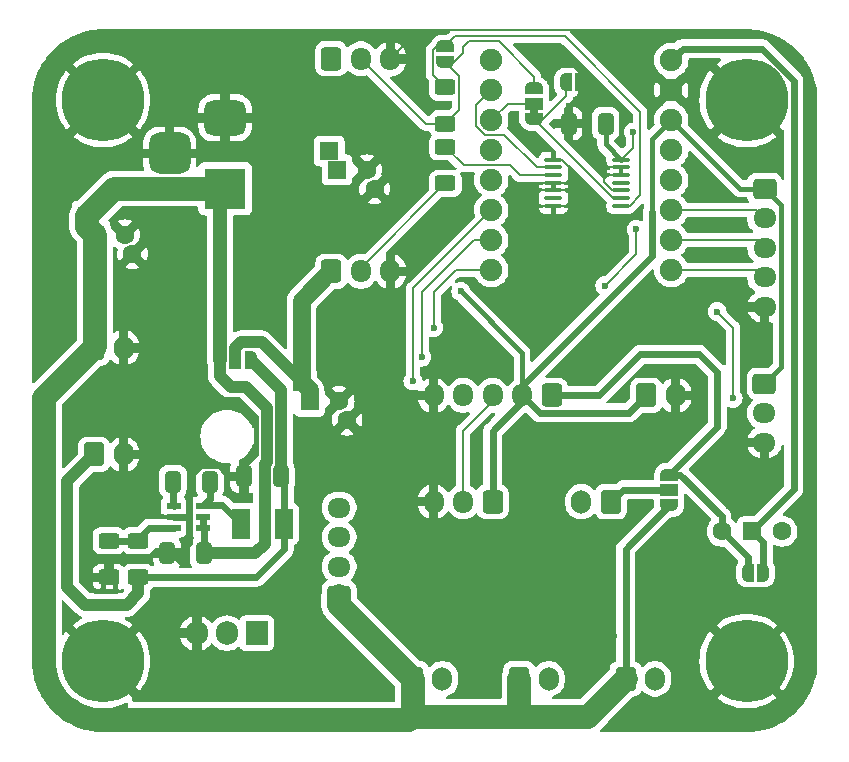
<source format=gtl>
G04 #@! TF.GenerationSoftware,KiCad,Pcbnew,8.0.5-8.0.5-0~ubuntu24.04.1*
G04 #@! TF.CreationDate,2024-09-30T22:34:35+02:00*
G04 #@! TF.ProjectId,ESP32-C3_LED_driver_PCB,45535033-322d-4433-935f-4c45445f6472,v1.0*
G04 #@! TF.SameCoordinates,Original*
G04 #@! TF.FileFunction,Copper,L1,Top*
G04 #@! TF.FilePolarity,Positive*
%FSLAX46Y46*%
G04 Gerber Fmt 4.6, Leading zero omitted, Abs format (unit mm)*
G04 Created by KiCad (PCBNEW 8.0.5-8.0.5-0~ubuntu24.04.1) date 2024-09-30 22:34:35*
%MOMM*%
%LPD*%
G01*
G04 APERTURE LIST*
G04 Aperture macros list*
%AMRoundRect*
0 Rectangle with rounded corners*
0 $1 Rounding radius*
0 $2 $3 $4 $5 $6 $7 $8 $9 X,Y pos of 4 corners*
0 Add a 4 corners polygon primitive as box body*
4,1,4,$2,$3,$4,$5,$6,$7,$8,$9,$2,$3,0*
0 Add four circle primitives for the rounded corners*
1,1,$1+$1,$2,$3*
1,1,$1+$1,$4,$5*
1,1,$1+$1,$6,$7*
1,1,$1+$1,$8,$9*
0 Add four rect primitives between the rounded corners*
20,1,$1+$1,$2,$3,$4,$5,0*
20,1,$1+$1,$4,$5,$6,$7,0*
20,1,$1+$1,$6,$7,$8,$9,0*
20,1,$1+$1,$8,$9,$2,$3,0*%
%AMFreePoly0*
4,1,19,0.000000,0.744911,0.071157,0.744911,0.207708,0.704816,0.327430,0.627875,0.420627,0.520320,0.479746,0.390866,0.500000,0.250000,0.500000,-0.250000,0.479746,-0.390866,0.420627,-0.520320,0.327430,-0.627875,0.207708,-0.704816,0.071157,-0.744911,0.000000,-0.744911,0.000000,-0.750000,-0.500000,-0.750000,-0.500000,0.750000,0.000000,0.750000,0.000000,0.744911,0.000000,0.744911,
$1*%
%AMFreePoly1*
4,1,19,0.500000,-0.750000,0.000000,-0.750000,0.000000,-0.744911,-0.071157,-0.744911,-0.207708,-0.704816,-0.327430,-0.627875,-0.420627,-0.520320,-0.479746,-0.390866,-0.500000,-0.250000,-0.500000,0.250000,-0.479746,0.390866,-0.420627,0.520320,-0.327430,0.627875,-0.207708,0.704816,-0.071157,0.744911,0.000000,0.744911,0.000000,0.750000,0.500000,0.750000,0.500000,-0.750000,0.500000,-0.750000,
$1*%
%AMFreePoly2*
4,1,19,0.550000,-0.750000,0.000000,-0.750000,0.000000,-0.744911,-0.071157,-0.744911,-0.207708,-0.704816,-0.327430,-0.627875,-0.420627,-0.520320,-0.479746,-0.390866,-0.500000,-0.250000,-0.500000,0.250000,-0.479746,0.390866,-0.420627,0.520320,-0.327430,0.627875,-0.207708,0.704816,-0.071157,0.744911,0.000000,0.744911,0.000000,0.750000,0.550000,0.750000,0.550000,-0.750000,0.550000,-0.750000,
$1*%
%AMFreePoly3*
4,1,19,0.000000,0.744911,0.071157,0.744911,0.207708,0.704816,0.327430,0.627875,0.420627,0.520320,0.479746,0.390866,0.500000,0.250000,0.500000,-0.250000,0.479746,-0.390866,0.420627,-0.520320,0.327430,-0.627875,0.207708,-0.704816,0.071157,-0.744911,0.000000,-0.744911,0.000000,-0.750000,-0.550000,-0.750000,-0.550000,0.750000,0.000000,0.750000,0.000000,0.744911,0.000000,0.744911,
$1*%
G04 Aperture macros list end*
G04 #@! TA.AperFunction,EtchedComponent*
%ADD10C,0.000000*%
G04 #@! TD*
G04 #@! TA.AperFunction,SMDPad,CuDef*
%ADD11FreePoly0,0.000000*%
G04 #@! TD*
G04 #@! TA.AperFunction,SMDPad,CuDef*
%ADD12FreePoly1,0.000000*%
G04 #@! TD*
G04 #@! TA.AperFunction,ComponentPad*
%ADD13R,1.500000X1.500000*%
G04 #@! TD*
G04 #@! TA.AperFunction,ComponentPad*
%ADD14C,1.600000*%
G04 #@! TD*
G04 #@! TA.AperFunction,ComponentPad*
%ADD15RoundRect,0.250000X0.600000X0.750000X-0.600000X0.750000X-0.600000X-0.750000X0.600000X-0.750000X0*%
G04 #@! TD*
G04 #@! TA.AperFunction,ComponentPad*
%ADD16O,1.700000X2.000000*%
G04 #@! TD*
G04 #@! TA.AperFunction,ComponentPad*
%ADD17O,1.700000X1.950000*%
G04 #@! TD*
G04 #@! TA.AperFunction,ComponentPad*
%ADD18RoundRect,0.250000X0.600000X0.725000X-0.600000X0.725000X-0.600000X-0.725000X0.600000X-0.725000X0*%
G04 #@! TD*
G04 #@! TA.AperFunction,ComponentPad*
%ADD19C,0.800000*%
G04 #@! TD*
G04 #@! TA.AperFunction,ComponentPad*
%ADD20C,7.000000*%
G04 #@! TD*
G04 #@! TA.AperFunction,ComponentPad*
%ADD21RoundRect,0.250000X-0.600000X-0.750000X0.600000X-0.750000X0.600000X0.750000X-0.600000X0.750000X0*%
G04 #@! TD*
G04 #@! TA.AperFunction,SMDPad,CuDef*
%ADD22R,1.500000X2.500000*%
G04 #@! TD*
G04 #@! TA.AperFunction,SMDPad,CuDef*
%ADD23RoundRect,0.250000X0.412500X0.650000X-0.412500X0.650000X-0.412500X-0.650000X0.412500X-0.650000X0*%
G04 #@! TD*
G04 #@! TA.AperFunction,ComponentPad*
%ADD24R,1.600000X1.600000*%
G04 #@! TD*
G04 #@! TA.AperFunction,ComponentPad*
%ADD25R,1.905000X2.000000*%
G04 #@! TD*
G04 #@! TA.AperFunction,ComponentPad*
%ADD26O,1.905000X2.000000*%
G04 #@! TD*
G04 #@! TA.AperFunction,SMDPad,CuDef*
%ADD27FreePoly1,270.000000*%
G04 #@! TD*
G04 #@! TA.AperFunction,SMDPad,CuDef*
%ADD28FreePoly0,270.000000*%
G04 #@! TD*
G04 #@! TA.AperFunction,SMDPad,CuDef*
%ADD29RoundRect,0.100000X-0.637500X-0.100000X0.637500X-0.100000X0.637500X0.100000X-0.637500X0.100000X0*%
G04 #@! TD*
G04 #@! TA.AperFunction,SMDPad,CuDef*
%ADD30RoundRect,0.250000X-0.412500X-0.650000X0.412500X-0.650000X0.412500X0.650000X-0.412500X0.650000X0*%
G04 #@! TD*
G04 #@! TA.AperFunction,SMDPad,CuDef*
%ADD31RoundRect,0.250000X0.625000X-0.400000X0.625000X0.400000X-0.625000X0.400000X-0.625000X-0.400000X0*%
G04 #@! TD*
G04 #@! TA.AperFunction,ComponentPad*
%ADD32RoundRect,0.250000X-0.600000X-0.725000X0.600000X-0.725000X0.600000X0.725000X-0.600000X0.725000X0*%
G04 #@! TD*
G04 #@! TA.AperFunction,ComponentPad*
%ADD33C,1.905000*%
G04 #@! TD*
G04 #@! TA.AperFunction,ComponentPad*
%ADD34RoundRect,0.250000X-0.725000X0.600000X-0.725000X-0.600000X0.725000X-0.600000X0.725000X0.600000X0*%
G04 #@! TD*
G04 #@! TA.AperFunction,ComponentPad*
%ADD35O,1.950000X1.700000*%
G04 #@! TD*
G04 #@! TA.AperFunction,ComponentPad*
%ADD36R,3.500000X3.500000*%
G04 #@! TD*
G04 #@! TA.AperFunction,ComponentPad*
%ADD37RoundRect,0.750000X-1.000000X0.750000X-1.000000X-0.750000X1.000000X-0.750000X1.000000X0.750000X0*%
G04 #@! TD*
G04 #@! TA.AperFunction,ComponentPad*
%ADD38RoundRect,0.875000X-0.875000X0.875000X-0.875000X-0.875000X0.875000X-0.875000X0.875000X0.875000X0*%
G04 #@! TD*
G04 #@! TA.AperFunction,SMDPad,CuDef*
%ADD39FreePoly2,90.000000*%
G04 #@! TD*
G04 #@! TA.AperFunction,SMDPad,CuDef*
%ADD40R,1.500000X1.000000*%
G04 #@! TD*
G04 #@! TA.AperFunction,SMDPad,CuDef*
%ADD41FreePoly3,90.000000*%
G04 #@! TD*
G04 #@! TA.AperFunction,ComponentPad*
%ADD42RoundRect,0.250000X0.725000X-0.600000X0.725000X0.600000X-0.725000X0.600000X-0.725000X-0.600000X0*%
G04 #@! TD*
G04 #@! TA.AperFunction,SMDPad,CuDef*
%ADD43RoundRect,0.072500X-0.532500X-0.217500X0.532500X-0.217500X0.532500X0.217500X-0.532500X0.217500X0*%
G04 #@! TD*
G04 #@! TA.AperFunction,SMDPad,CuDef*
%ADD44RoundRect,0.250000X-0.625000X0.400000X-0.625000X-0.400000X0.625000X-0.400000X0.625000X0.400000X0*%
G04 #@! TD*
G04 #@! TA.AperFunction,SMDPad,CuDef*
%ADD45FreePoly2,180.000000*%
G04 #@! TD*
G04 #@! TA.AperFunction,SMDPad,CuDef*
%ADD46R,1.000000X1.500000*%
G04 #@! TD*
G04 #@! TA.AperFunction,SMDPad,CuDef*
%ADD47FreePoly3,180.000000*%
G04 #@! TD*
G04 #@! TA.AperFunction,SMDPad,CuDef*
%ADD48FreePoly3,270.000000*%
G04 #@! TD*
G04 #@! TA.AperFunction,SMDPad,CuDef*
%ADD49FreePoly2,270.000000*%
G04 #@! TD*
G04 #@! TA.AperFunction,ViaPad*
%ADD50C,0.600000*%
G04 #@! TD*
G04 #@! TA.AperFunction,Conductor*
%ADD51C,2.000000*%
G04 #@! TD*
G04 #@! TA.AperFunction,Conductor*
%ADD52C,0.200000*%
G04 #@! TD*
G04 #@! TA.AperFunction,Conductor*
%ADD53C,0.600000*%
G04 #@! TD*
G04 #@! TA.AperFunction,Conductor*
%ADD54C,0.400000*%
G04 #@! TD*
G04 #@! TA.AperFunction,Conductor*
%ADD55C,1.000000*%
G04 #@! TD*
G04 #@! TA.AperFunction,Conductor*
%ADD56C,1.200000*%
G04 #@! TD*
G04 #@! TA.AperFunction,Conductor*
%ADD57C,1.500000*%
G04 #@! TD*
G04 #@! TA.AperFunction,Conductor*
%ADD58C,0.800000*%
G04 #@! TD*
G04 APERTURE END LIST*
D10*
G04 #@! TA.AperFunction,EtchedComponent*
G36*
X143800000Y-68200000D02*
G01*
X143200000Y-68200000D01*
X143200000Y-67700000D01*
X143800000Y-67700000D01*
X143800000Y-68200000D01*
G37*
G04 #@! TD.AperFunction*
D11*
X162900000Y-107000000D03*
D12*
X161600000Y-107000000D03*
D13*
X161960000Y-103500000D03*
D14*
X159420000Y-103500000D03*
X164500000Y-103500000D03*
D15*
X150000000Y-101000000D03*
D16*
X147500000Y-101000000D03*
D17*
X135000000Y-101000000D03*
X137500000Y-101000000D03*
D18*
X140000000Y-101000000D03*
D19*
X109625000Y-67000000D03*
X108856155Y-68856155D03*
X108856155Y-65143845D03*
X107000000Y-69625000D03*
D20*
X107000000Y-67000000D03*
D19*
X107000000Y-64375000D03*
X105143845Y-68856155D03*
X105143845Y-65143845D03*
X104375000Y-67000000D03*
X158875000Y-67000000D03*
X159643845Y-65143845D03*
X159643845Y-68856155D03*
X161500000Y-64375000D03*
D20*
X161500000Y-67000000D03*
D19*
X161500000Y-69625000D03*
X163356155Y-65143845D03*
X163356155Y-68856155D03*
X164125000Y-67000000D03*
X104375000Y-114500000D03*
X105143845Y-112643845D03*
X105143845Y-116356155D03*
X107000000Y-111875000D03*
D20*
X107000000Y-114500000D03*
D19*
X107000000Y-117125000D03*
X108856155Y-112643845D03*
X108856155Y-116356155D03*
X109625000Y-114500000D03*
X164125000Y-114500000D03*
X163356155Y-116356155D03*
X163356155Y-112643845D03*
X161500000Y-117125000D03*
D20*
X161500000Y-114500000D03*
D19*
X161500000Y-111875000D03*
X159643845Y-116356155D03*
X159643845Y-112643845D03*
X158875000Y-114500000D03*
D21*
X151250000Y-116000000D03*
D16*
X153750000Y-116000000D03*
D22*
X122350000Y-102850000D03*
X118650000Y-102850000D03*
D23*
X149562500Y-69000000D03*
X146437500Y-69000000D03*
X122062500Y-98850000D03*
X118937500Y-98850000D03*
D17*
X135000000Y-92000000D03*
X137500000Y-92000000D03*
X140000000Y-92000000D03*
X142500000Y-92000000D03*
D18*
X145000000Y-92000000D03*
D14*
X130000000Y-74500000D03*
X129329063Y-72900000D03*
D24*
X126829063Y-72900000D03*
X126158126Y-71300000D03*
D21*
X142250000Y-116000000D03*
D16*
X144750000Y-116000000D03*
D25*
X120040000Y-112130000D03*
D26*
X117500000Y-112130000D03*
X114960000Y-112130000D03*
D27*
X136000000Y-62450000D03*
D28*
X136000000Y-63750000D03*
D12*
X146200000Y-65500000D03*
D11*
X147500000Y-65500000D03*
D29*
X145137500Y-72050000D03*
X145137500Y-72700000D03*
X145137500Y-73350000D03*
X145137500Y-74000000D03*
X145137500Y-74650000D03*
X145137500Y-75300000D03*
X145137500Y-75950000D03*
X150862500Y-75950000D03*
X150862500Y-75300000D03*
X150862500Y-74650000D03*
X150862500Y-74000000D03*
X150862500Y-73350000D03*
X150862500Y-72700000D03*
X150862500Y-72050000D03*
D30*
X115562500Y-105350000D03*
X112437500Y-105350000D03*
D21*
X133250000Y-116000000D03*
D16*
X135750000Y-116000000D03*
D31*
X136000000Y-74050000D03*
X136000000Y-70950000D03*
D32*
X126341874Y-63500000D03*
D17*
X128841874Y-63500000D03*
X131341874Y-63500000D03*
D21*
X106250000Y-87975000D03*
D16*
X108750000Y-87975000D03*
D33*
X155120000Y-66140000D03*
X139880000Y-81380000D03*
X139880000Y-78840000D03*
X139880000Y-76300000D03*
X139880000Y-73760000D03*
X139880000Y-71220000D03*
X139880000Y-68680000D03*
X139880000Y-66140000D03*
X155120000Y-63600000D03*
X139880000Y-63600000D03*
X155120000Y-71220000D03*
X155120000Y-68680000D03*
X155120000Y-73760000D03*
X155120000Y-76300000D03*
X155120000Y-78840000D03*
X155120000Y-81380000D03*
D34*
X163025000Y-74500000D03*
D35*
X163025000Y-77000000D03*
X163025000Y-79500000D03*
X163025000Y-82000000D03*
X163025000Y-84500000D03*
D21*
X153000000Y-92000000D03*
D16*
X155500000Y-92000000D03*
D36*
X117341874Y-74500000D03*
D37*
X117341874Y-68500000D03*
D38*
X112641874Y-71500000D03*
D39*
X143500000Y-68600000D03*
D40*
X143500000Y-67300000D03*
D41*
X143500000Y-66000000D03*
D42*
X127000000Y-109000000D03*
D35*
X127000000Y-106500000D03*
X127000000Y-104000000D03*
X127000000Y-101500000D03*
D30*
X112937500Y-99300000D03*
X116062500Y-99300000D03*
D43*
X112990000Y-101350000D03*
X112990000Y-102300000D03*
X112990000Y-103250000D03*
X115500000Y-103250000D03*
X115500000Y-102300000D03*
X115500000Y-101350000D03*
D31*
X107500000Y-107400000D03*
X107500000Y-104300000D03*
D34*
X163000000Y-91000000D03*
D35*
X163000000Y-93500000D03*
X163000000Y-96000000D03*
D32*
X126341874Y-81500000D03*
D17*
X128841874Y-81500000D03*
X131341874Y-81500000D03*
D44*
X136000000Y-65900000D03*
X136000000Y-69000000D03*
D14*
X127670937Y-94100000D03*
X127000000Y-92500000D03*
D24*
X124500000Y-92500000D03*
X123829063Y-90900000D03*
D44*
X110000000Y-104300000D03*
X110000000Y-107400000D03*
D45*
X119500000Y-89000000D03*
D46*
X118200000Y-89000000D03*
D47*
X116900000Y-89000000D03*
D16*
X108750000Y-97000000D03*
D21*
X106250000Y-97000000D03*
D24*
X105658126Y-76800000D03*
X106329063Y-78400000D03*
D14*
X108829063Y-78400000D03*
X109500000Y-80000000D03*
D48*
X154950000Y-101300000D03*
D40*
X154950000Y-100000000D03*
D49*
X154950000Y-98700000D03*
D50*
X151900000Y-69700000D03*
X130000000Y-83000000D03*
X133700000Y-69700000D03*
X135600000Y-77300000D03*
X105600000Y-92300000D03*
X109000000Y-90300000D03*
X111600000Y-94800000D03*
X111400000Y-96400000D03*
X107600000Y-100400000D03*
X108700000Y-101700000D03*
X106100000Y-102000000D03*
X140400000Y-89100000D03*
X138500000Y-87400000D03*
X141500000Y-82500000D03*
X144700000Y-86200000D03*
X127000000Y-86800000D03*
X131900000Y-86700000D03*
X125900000Y-112900000D03*
X157400000Y-103800000D03*
X151000000Y-97800000D03*
X154800000Y-95800000D03*
X151100000Y-95800000D03*
X153300000Y-95200000D03*
X155800000Y-94800000D03*
X137300000Y-83200000D03*
X117700000Y-100200000D03*
X118900000Y-100600000D03*
X166500000Y-98300000D03*
X165500000Y-101500000D03*
X160000000Y-101400000D03*
X153670000Y-86360000D03*
X157226000Y-85344000D03*
X157226000Y-77724000D03*
X157480000Y-80010000D03*
X160782000Y-80010000D03*
X160528000Y-77470000D03*
X158496000Y-73914000D03*
X142800000Y-74950000D03*
X147400000Y-80650000D03*
X147000000Y-84500000D03*
X150350000Y-78400000D03*
X148900000Y-66550000D03*
X144500000Y-63250000D03*
X151550000Y-62900000D03*
X166000000Y-111000000D03*
X156950000Y-110900000D03*
X158900000Y-105600000D03*
X127050000Y-98650000D03*
X124950000Y-98950000D03*
X124100000Y-106550000D03*
X123600000Y-110900000D03*
X127600000Y-115400000D03*
X123800000Y-115400000D03*
X114000000Y-109350000D03*
X115350000Y-116600000D03*
X112900000Y-116450000D03*
X102500000Y-86900000D03*
X103200000Y-83600000D03*
X107750000Y-92000000D03*
X104100000Y-93550000D03*
X146900000Y-73550000D03*
X140350000Y-111700000D03*
X145200000Y-111000000D03*
X145100000Y-110200000D03*
X143250000Y-106650000D03*
X148750000Y-106600000D03*
X146000000Y-106650000D03*
X150250000Y-112350000D03*
X149550000Y-114150000D03*
X147450000Y-116800000D03*
X139250000Y-110850000D03*
X139100000Y-108700000D03*
X139500000Y-105750000D03*
X139400000Y-103950000D03*
X141450000Y-102850000D03*
X143200000Y-101200000D03*
X142400000Y-98700000D03*
X142200000Y-96200000D03*
X135950000Y-99000000D03*
X138450000Y-98650000D03*
X138600000Y-95700000D03*
X135250000Y-94900000D03*
X136450000Y-94250000D03*
X136850000Y-89950000D03*
X135400000Y-89850000D03*
X137950000Y-89550000D03*
X136250000Y-87700000D03*
X136250000Y-88950000D03*
X160350000Y-92250000D03*
X159000000Y-84900000D03*
X149500000Y-82700000D03*
X152150000Y-77950000D03*
X113750000Y-106250000D03*
X110400000Y-110600000D03*
X103900000Y-110100000D03*
X104000000Y-111100000D03*
X105750000Y-104500000D03*
X105750000Y-105500000D03*
X105750000Y-106500000D03*
X105750000Y-107500000D03*
X106000000Y-108300000D03*
X107000000Y-108600000D03*
X108100000Y-108600000D03*
X133250000Y-90750000D03*
X134000000Y-88750000D03*
X135000000Y-86250000D03*
X147000000Y-76000000D03*
X148800000Y-72100000D03*
X146500000Y-67500000D03*
X143850000Y-70600000D03*
X147500000Y-70900000D03*
D51*
X109200000Y-119500000D02*
X107700000Y-119500000D01*
D52*
X151900000Y-69700000D02*
X151900000Y-71012500D01*
X151900000Y-71012500D02*
X150862500Y-72050000D01*
X149400000Y-73700000D02*
X149400000Y-73300000D01*
X150862500Y-73350000D02*
X149450000Y-73350000D01*
X149400000Y-73300000D02*
X149400000Y-73200000D01*
X149450000Y-73350000D02*
X149400000Y-73300000D01*
X149400000Y-73924999D02*
X149400000Y-73700000D01*
X149400000Y-73200000D02*
X149400000Y-72700000D01*
X146650000Y-74650000D02*
X147000000Y-75000000D01*
X145137500Y-74650000D02*
X146650000Y-74650000D01*
X147000000Y-75000000D02*
X147000000Y-76000000D01*
D51*
X133250000Y-119150000D02*
X132900000Y-119500000D01*
X132900000Y-119500000D02*
X110800000Y-119500000D01*
X102000000Y-92225000D02*
X102000000Y-114500000D01*
D53*
X162900000Y-107000000D02*
X162900000Y-104440000D01*
X162900000Y-104440000D02*
X161960000Y-103500000D01*
X161600000Y-107000000D02*
X161600000Y-105680000D01*
X161600000Y-105680000D02*
X159420000Y-103500000D01*
X161960000Y-103500000D02*
X165500000Y-99960000D01*
X165500000Y-99960000D02*
X165500000Y-65343145D01*
X165500000Y-65343145D02*
X162804355Y-62647500D01*
X162804355Y-62647500D02*
X156072500Y-62647500D01*
X156072500Y-62647500D02*
X155120000Y-63600000D01*
X154950000Y-98700000D02*
X155900000Y-98700000D01*
X155900000Y-98700000D02*
X159420000Y-102220000D01*
X159420000Y-102220000D02*
X159420000Y-103500000D01*
D54*
X149562500Y-69000000D02*
X149562500Y-70750000D01*
X149562500Y-70750000D02*
X150862500Y-72050000D01*
D52*
X136000000Y-69000000D02*
X134341874Y-69000000D01*
X134341874Y-69000000D02*
X128841874Y-63500000D01*
X133741874Y-61100000D02*
X147500000Y-61100000D01*
X131341874Y-63500000D02*
X133741874Y-61100000D01*
X150862500Y-75950000D02*
X151599999Y-75950000D01*
X151599999Y-75950000D02*
X152500000Y-75049999D01*
X152500000Y-75049999D02*
X152500000Y-68000000D01*
X152500000Y-68000000D02*
X146100000Y-61600000D01*
X146100000Y-61600000D02*
X136850000Y-61600000D01*
X136850000Y-61600000D02*
X136000000Y-62450000D01*
X143500000Y-66000000D02*
X143500000Y-65000000D01*
X143500000Y-65000000D02*
X140500000Y-62000000D01*
X137500000Y-62500000D02*
X137500000Y-63005000D01*
X140500000Y-62000000D02*
X138000000Y-62000000D01*
X138000000Y-62000000D02*
X137500000Y-62500000D01*
X137500000Y-63005000D02*
X136755000Y-63750000D01*
X136755000Y-63750000D02*
X136000000Y-63750000D01*
D54*
X118937500Y-98850000D02*
X118937500Y-97962500D01*
X118400000Y-92300000D02*
X116600000Y-92300000D01*
X118937500Y-97962500D02*
X119962500Y-96937500D01*
X119962500Y-96937500D02*
X119962500Y-93862500D01*
X119962500Y-93862500D02*
X118400000Y-92300000D01*
D55*
X116900000Y-89000000D02*
X116900000Y-90350000D01*
X116900000Y-90350000D02*
X117850000Y-91300000D01*
X120862500Y-93062500D02*
X120862500Y-97637070D01*
X117850000Y-91300000D02*
X119100000Y-91300000D01*
X119100000Y-91300000D02*
X120862500Y-93062500D01*
X120862500Y-97637070D02*
X120700000Y-97799570D01*
X120700000Y-97799570D02*
X120700000Y-104550000D01*
X120700000Y-104550000D02*
X119900000Y-105350000D01*
X119900000Y-105350000D02*
X115562500Y-105350000D01*
D54*
X137300000Y-83200000D02*
X142500000Y-88400000D01*
X142500000Y-88400000D02*
X142500000Y-92000000D01*
D52*
X145137500Y-75950000D02*
X146950000Y-75950000D01*
X146950000Y-75950000D02*
X147000000Y-76000000D01*
X145137500Y-75950000D02*
X143800000Y-75950000D01*
X143800000Y-75950000D02*
X142800000Y-74950000D01*
X145137500Y-74650000D02*
X143100000Y-74650000D01*
X143100000Y-74650000D02*
X142800000Y-74950000D01*
X145137500Y-74000000D02*
X146450000Y-74000000D01*
X146450000Y-74000000D02*
X146900000Y-73550000D01*
X145137500Y-74000000D02*
X143750000Y-74000000D01*
X143750000Y-74000000D02*
X142800000Y-74950000D01*
X150862500Y-74650000D02*
X150125001Y-74650000D01*
X150125001Y-74650000D02*
X149400000Y-73924999D01*
X150862500Y-72700000D02*
X149400000Y-72700000D01*
X149400000Y-72700000D02*
X148800000Y-72100000D01*
D53*
X117675000Y-98850000D02*
X117225000Y-98400000D01*
X118937500Y-98850000D02*
X117675000Y-98850000D01*
X117225000Y-98400000D02*
X117225000Y-98332412D01*
X116792588Y-97900000D02*
X115332412Y-97900000D01*
X117225000Y-98332412D02*
X116792588Y-97900000D01*
X115332412Y-97900000D02*
X114500000Y-98732412D01*
X114500000Y-98732412D02*
X114500000Y-99850000D01*
X142500000Y-92000000D02*
X142500000Y-91180000D01*
X142500000Y-91180000D02*
X153500000Y-80180000D01*
X153500000Y-80180000D02*
X153500000Y-76500000D01*
D52*
X149500000Y-82700000D02*
X152150000Y-80050000D01*
X152150000Y-80050000D02*
X152150000Y-77950000D01*
X146900000Y-73075001D02*
X146900000Y-73550000D01*
X145874999Y-72050000D02*
X146900000Y-73075001D01*
X145137500Y-72050000D02*
X145874999Y-72050000D01*
D53*
X154950000Y-101300000D02*
X151250000Y-105000000D01*
X151250000Y-105000000D02*
X151250000Y-116000000D01*
X154950000Y-100000000D02*
X151000000Y-100000000D01*
X151000000Y-100000000D02*
X150000000Y-101000000D01*
X159000000Y-90000000D02*
X159000000Y-93650000D01*
X154950000Y-98700000D02*
X159000000Y-94650000D01*
X159000000Y-94650000D02*
X159000000Y-93650000D01*
D52*
X160350000Y-86250000D02*
X159000000Y-84900000D01*
X160350000Y-92250000D02*
X160350000Y-86250000D01*
D51*
X127000000Y-109000000D02*
X127000000Y-109750000D01*
X127000000Y-109750000D02*
X133250000Y-116000000D01*
X133300000Y-119200000D02*
X142300000Y-119200000D01*
X142300000Y-119200000D02*
X148050000Y-119200000D01*
X142250000Y-116000000D02*
X142250000Y-119150000D01*
X142250000Y-119150000D02*
X142300000Y-119200000D01*
X133250000Y-116000000D02*
X133250000Y-119150000D01*
X133250000Y-119150000D02*
X133300000Y-119200000D01*
X106250000Y-87975000D02*
X102000000Y-92225000D01*
X148050000Y-119200000D02*
X151250000Y-116000000D01*
X106329063Y-78400000D02*
X106329063Y-87895937D01*
X106329063Y-87895937D02*
X106250000Y-87975000D01*
X105658126Y-76800000D02*
X105658126Y-77729063D01*
X105658126Y-77729063D02*
X106329063Y-78400000D01*
X117341874Y-74500000D02*
X107958126Y-74500000D01*
X107958126Y-74500000D02*
X105658126Y-76800000D01*
D54*
X108000000Y-108600000D02*
X108000000Y-107900000D01*
X108000000Y-107900000D02*
X107500000Y-107400000D01*
X107000000Y-108600000D02*
X107000000Y-107900000D01*
X107000000Y-107900000D02*
X107500000Y-107400000D01*
X107000000Y-108600000D02*
X108000000Y-108600000D01*
X107000000Y-108600000D02*
X106300000Y-108600000D01*
X106300000Y-108600000D02*
X106000000Y-108300000D01*
D53*
X112437500Y-105350000D02*
X112850000Y-105350000D01*
X112850000Y-105350000D02*
X113750000Y-106250000D01*
D55*
X106250000Y-97000000D02*
X104000000Y-99250000D01*
X109000000Y-109750000D02*
X110000000Y-108750000D01*
X104000000Y-99250000D02*
X104000000Y-108250000D01*
X104000000Y-108250000D02*
X105500000Y-109750000D01*
X105500000Y-109750000D02*
X109000000Y-109750000D01*
X110000000Y-108750000D02*
X110000000Y-107400000D01*
D56*
X116900000Y-89000000D02*
X116900000Y-74941874D01*
D55*
X116900000Y-74941874D02*
X117341874Y-74500000D01*
X118200000Y-89000000D02*
X118200000Y-88002978D01*
X118200000Y-88002978D02*
X118702978Y-87500000D01*
X118702978Y-87500000D02*
X120429063Y-87500000D01*
X120429063Y-87500000D02*
X123829063Y-90900000D01*
X119500000Y-89000000D02*
X122062500Y-91562500D01*
X122062500Y-91562500D02*
X122062500Y-98850000D01*
D52*
X139880000Y-81380000D02*
X136870000Y-81380000D01*
X135000000Y-83250000D02*
X135000000Y-86250000D01*
X136870000Y-81380000D02*
X135000000Y-83250000D01*
X139880000Y-78840000D02*
X138410000Y-78840000D01*
X138410000Y-78840000D02*
X134000000Y-83250000D01*
X134000000Y-83250000D02*
X134000000Y-88750000D01*
X133250000Y-82930000D02*
X139880000Y-76300000D01*
X133250000Y-90750000D02*
X133250000Y-82930000D01*
D53*
X107500000Y-104300000D02*
X110000000Y-104300000D01*
D57*
X123829063Y-84012811D02*
X126341874Y-81500000D01*
X124500000Y-92500000D02*
X124500000Y-91570937D01*
X124500000Y-91570937D02*
X123829063Y-90900000D01*
D52*
X146200000Y-65500000D02*
X146200000Y-66655000D01*
X146200000Y-66655000D02*
X144255000Y-68600000D01*
X144255000Y-68600000D02*
X143500000Y-68600000D01*
D55*
X116500000Y-75341874D02*
X117341874Y-74500000D01*
D52*
X128841874Y-81500000D02*
X128841874Y-81208126D01*
X128841874Y-81208126D02*
X136000000Y-74050000D01*
D53*
X153000000Y-92000000D02*
X151525000Y-93475000D01*
X151525000Y-93475000D02*
X143975000Y-93475000D01*
X143975000Y-93475000D02*
X142500000Y-92000000D01*
X142500000Y-92000000D02*
X142500000Y-92500000D01*
X142500000Y-92500000D02*
X140000000Y-95000000D01*
X140000000Y-95000000D02*
X140000000Y-101000000D01*
D52*
X140000000Y-92000000D02*
X140000000Y-92500000D01*
X140000000Y-92500000D02*
X137500000Y-95000000D01*
X137500000Y-95000000D02*
X137500000Y-101000000D01*
D54*
X153500000Y-75500000D02*
X153500000Y-76500000D01*
X155120000Y-68680000D02*
X153500000Y-70300000D01*
X153500000Y-70300000D02*
X153500000Y-75500000D01*
D53*
X122350000Y-102850000D02*
X122350000Y-105000000D01*
X122350000Y-105000000D02*
X119950000Y-107400000D01*
X119950000Y-107400000D02*
X110000000Y-107400000D01*
X114250000Y-102600000D02*
X114250000Y-102350000D01*
X114250000Y-102350000D02*
X114250000Y-100100000D01*
X112990000Y-102300000D02*
X114200000Y-102300000D01*
X114200000Y-102300000D02*
X114250000Y-102350000D01*
X114250000Y-100100000D02*
X114500000Y-99850000D01*
X114250000Y-102600000D02*
X114250000Y-104532412D01*
X114250000Y-104532412D02*
X113432412Y-105350000D01*
X113432412Y-105350000D02*
X112437500Y-105350000D01*
X116062500Y-98850000D02*
X116062500Y-100737500D01*
X116062500Y-100737500D02*
X115500000Y-101300000D01*
X112937500Y-98850000D02*
X112937500Y-101297500D01*
X112937500Y-101297500D02*
X112990000Y-101350000D01*
D58*
X110000000Y-104300000D02*
X110000000Y-104150000D01*
D53*
X110000000Y-104150000D02*
X110900000Y-103250000D01*
X112990000Y-103250000D02*
X110900000Y-103250000D01*
X122350000Y-102850000D02*
X122350000Y-99137500D01*
D58*
X122350000Y-99137500D02*
X122062500Y-98850000D01*
D53*
X115500000Y-102300000D02*
X115500000Y-103250000D01*
X115562500Y-105350000D02*
X115562500Y-103312500D01*
X115562500Y-103312500D02*
X115500000Y-103250000D01*
D54*
X163025000Y-74500000D02*
X164400000Y-75875000D01*
X164400000Y-75875000D02*
X164400000Y-89600000D01*
X164400000Y-89600000D02*
X163000000Y-91000000D01*
X163025000Y-74500000D02*
X160940000Y-74500000D01*
X160940000Y-74500000D02*
X155120000Y-68680000D01*
D52*
X155120000Y-81380000D02*
X162405000Y-81380000D01*
X162405000Y-81380000D02*
X163025000Y-82000000D01*
X155120000Y-78840000D02*
X162365000Y-78840000D01*
X162365000Y-78840000D02*
X163025000Y-79500000D01*
X155120000Y-76300000D02*
X162325000Y-76300000D01*
X162325000Y-76300000D02*
X163025000Y-77000000D01*
X138100000Y-72500000D02*
X137550000Y-72500000D01*
X137550000Y-72500000D02*
X136000000Y-70950000D01*
X142350000Y-73350000D02*
X141500000Y-72500000D01*
X145137500Y-73350000D02*
X142350000Y-73350000D01*
X141500000Y-72500000D02*
X138100000Y-72500000D01*
X136000000Y-63750000D02*
X137175000Y-64925000D01*
X137175000Y-64925000D02*
X137175000Y-67825000D01*
X137175000Y-67825000D02*
X136000000Y-69000000D01*
X136000000Y-65900000D02*
X134945000Y-64845000D01*
X134945000Y-64845000D02*
X134945000Y-62750000D01*
X134945000Y-62750000D02*
X135245000Y-62450000D01*
X150862500Y-75300000D02*
X150200000Y-75300000D01*
X150200000Y-75300000D02*
X143500000Y-68600000D01*
X139880000Y-66140000D02*
X138627500Y-67392500D01*
X138627500Y-67392500D02*
X138627500Y-69198803D01*
X138627500Y-69198803D02*
X139361197Y-69932500D01*
X139361197Y-69932500D02*
X140950956Y-69932500D01*
X140950956Y-69932500D02*
X143718456Y-72700000D01*
X143718456Y-72700000D02*
X145137500Y-72700000D01*
X143500000Y-67300000D02*
X141260000Y-67300000D01*
X141260000Y-67300000D02*
X139880000Y-68680000D01*
D53*
X149000000Y-92000000D02*
X152500000Y-88500000D01*
X158000000Y-89000000D02*
X159000000Y-90000000D01*
X145000000Y-92000000D02*
X149000000Y-92000000D01*
X152500000Y-88500000D02*
X157500000Y-88500000D01*
X157500000Y-88500000D02*
X158000000Y-89000000D01*
X118650000Y-102850000D02*
X117100000Y-101300000D01*
X117100000Y-101300000D02*
X115500000Y-101300000D01*
D57*
X123829063Y-90900000D02*
X123829063Y-84012811D01*
D51*
X110800000Y-119500000D02*
X109200000Y-119500000D01*
G04 #@! TA.AperFunction,Conductor*
G36*
X161502443Y-61000596D02*
G01*
X161965865Y-61018803D01*
X161975535Y-61019564D01*
X162433696Y-61073792D01*
X162443300Y-61075313D01*
X162895775Y-61165316D01*
X162905234Y-61167587D01*
X163349257Y-61292814D01*
X163358517Y-61295822D01*
X163791339Y-61455499D01*
X163800335Y-61459225D01*
X164199013Y-61643018D01*
X164219300Y-61652370D01*
X164227952Y-61656778D01*
X164630502Y-61882217D01*
X164638767Y-61887282D01*
X164942435Y-62090187D01*
X165022367Y-62143596D01*
X165030243Y-62149319D01*
X165392539Y-62434929D01*
X165399937Y-62441247D01*
X165738715Y-62754411D01*
X165745588Y-62761284D01*
X166058694Y-63099999D01*
X166058747Y-63100056D01*
X166065070Y-63107460D01*
X166350680Y-63469756D01*
X166356403Y-63477632D01*
X166609574Y-63856529D01*
X166612711Y-63861223D01*
X166617786Y-63869504D01*
X166843216Y-64272038D01*
X166847629Y-64280699D01*
X167040774Y-64699665D01*
X167044500Y-64708660D01*
X167204177Y-65141482D01*
X167207185Y-65150742D01*
X167332412Y-65594765D01*
X167334685Y-65604233D01*
X167424685Y-66056693D01*
X167426208Y-66066309D01*
X167480433Y-66524445D01*
X167481197Y-66534152D01*
X167499404Y-66997556D01*
X167499500Y-67002424D01*
X167499500Y-114497575D01*
X167499404Y-114502443D01*
X167481197Y-114965847D01*
X167480433Y-114975554D01*
X167426208Y-115433690D01*
X167424685Y-115443306D01*
X167334685Y-115895766D01*
X167332412Y-115905234D01*
X167207185Y-116349257D01*
X167204177Y-116358517D01*
X167044500Y-116791339D01*
X167040774Y-116800334D01*
X166847629Y-117219300D01*
X166843210Y-117227971D01*
X166617792Y-117630483D01*
X166612711Y-117638776D01*
X166356403Y-118022367D01*
X166350680Y-118030243D01*
X166065070Y-118392539D01*
X166058747Y-118399943D01*
X165745594Y-118738709D01*
X165738709Y-118745594D01*
X165399943Y-119058747D01*
X165392539Y-119065070D01*
X165030243Y-119350680D01*
X165022367Y-119356403D01*
X164638776Y-119612711D01*
X164630483Y-119617792D01*
X164227975Y-119843209D01*
X164219300Y-119847629D01*
X163800334Y-120040774D01*
X163791339Y-120044500D01*
X163358517Y-120204177D01*
X163349257Y-120207185D01*
X162905234Y-120332412D01*
X162895766Y-120334685D01*
X162443306Y-120424685D01*
X162433690Y-120426208D01*
X161975554Y-120480433D01*
X161965847Y-120481197D01*
X161502443Y-120499404D01*
X161497575Y-120499500D01*
X149171889Y-120499500D01*
X149104850Y-120479815D01*
X149059095Y-120427011D01*
X149049151Y-120357853D01*
X149078176Y-120294297D01*
X149084208Y-120287819D01*
X149759316Y-119612711D01*
X151837094Y-117534931D01*
X151898415Y-117501448D01*
X151912164Y-117499257D01*
X152002797Y-117489999D01*
X152169334Y-117434814D01*
X152318656Y-117342712D01*
X152442712Y-117218656D01*
X152534814Y-117069334D01*
X152534814Y-117069331D01*
X152538178Y-117063879D01*
X152590126Y-117017154D01*
X152659088Y-117005931D01*
X152723170Y-117033774D01*
X152731398Y-117041294D01*
X152870213Y-117180109D01*
X153042179Y-117305048D01*
X153042181Y-117305049D01*
X153042184Y-117305051D01*
X153231588Y-117401557D01*
X153433757Y-117467246D01*
X153643713Y-117500500D01*
X153643714Y-117500500D01*
X153856286Y-117500500D01*
X153856287Y-117500500D01*
X154066243Y-117467246D01*
X154268412Y-117401557D01*
X154457816Y-117305051D01*
X154569787Y-117223700D01*
X154629786Y-117180109D01*
X154629788Y-117180106D01*
X154629792Y-117180104D01*
X154780104Y-117029792D01*
X154780106Y-117029788D01*
X154780109Y-117029786D01*
X154905048Y-116857820D01*
X154905047Y-116857820D01*
X154905051Y-116857816D01*
X155001557Y-116668412D01*
X155067246Y-116466243D01*
X155100500Y-116256287D01*
X155100500Y-115743713D01*
X155067246Y-115533757D01*
X155001557Y-115331588D01*
X154905051Y-115142184D01*
X154905049Y-115142181D01*
X154905048Y-115142179D01*
X154780109Y-114970213D01*
X154629786Y-114819890D01*
X154457820Y-114694951D01*
X154268414Y-114598444D01*
X154268413Y-114598443D01*
X154268412Y-114598443D01*
X154066243Y-114532754D01*
X154066241Y-114532753D01*
X154066240Y-114532753D01*
X153904957Y-114507208D01*
X153859444Y-114500000D01*
X157495176Y-114500000D01*
X157514461Y-114892550D01*
X157572129Y-115281308D01*
X157667625Y-115662549D01*
X157800016Y-116032559D01*
X157800023Y-116032575D01*
X157968062Y-116387864D01*
X158170109Y-116724958D01*
X158399737Y-117034576D01*
X160011855Y-115422458D01*
X160041806Y-115474334D01*
X160181457Y-115656331D01*
X160343669Y-115818543D01*
X160525666Y-115958194D01*
X160577540Y-115988143D01*
X158965422Y-117600261D01*
X159275041Y-117829890D01*
X159612135Y-118031937D01*
X159967424Y-118199976D01*
X159967440Y-118199983D01*
X160337450Y-118332374D01*
X160718691Y-118427870D01*
X161107449Y-118485538D01*
X161500000Y-118504823D01*
X161892550Y-118485538D01*
X162281308Y-118427870D01*
X162662549Y-118332374D01*
X163032559Y-118199983D01*
X163032575Y-118199976D01*
X163387864Y-118031937D01*
X163724958Y-117829890D01*
X164034576Y-117600261D01*
X162422459Y-115988144D01*
X162474334Y-115958194D01*
X162656331Y-115818543D01*
X162818543Y-115656331D01*
X162958194Y-115474334D01*
X162988144Y-115422459D01*
X164600261Y-117034576D01*
X164829890Y-116724958D01*
X165031937Y-116387864D01*
X165199976Y-116032575D01*
X165199983Y-116032559D01*
X165332374Y-115662549D01*
X165427870Y-115281308D01*
X165485538Y-114892550D01*
X165504823Y-114500000D01*
X165485538Y-114107449D01*
X165427870Y-113718691D01*
X165332374Y-113337450D01*
X165199983Y-112967440D01*
X165199976Y-112967424D01*
X165031937Y-112612135D01*
X164829890Y-112275041D01*
X164600261Y-111965422D01*
X162988143Y-113577540D01*
X162958194Y-113525666D01*
X162818543Y-113343669D01*
X162656331Y-113181457D01*
X162474334Y-113041806D01*
X162422459Y-113011856D01*
X164034577Y-111399737D01*
X163724958Y-111170109D01*
X163387864Y-110968062D01*
X163032575Y-110800023D01*
X163032559Y-110800016D01*
X162662549Y-110667625D01*
X162281308Y-110572129D01*
X161892550Y-110514461D01*
X161500000Y-110495176D01*
X161107449Y-110514461D01*
X160718691Y-110572129D01*
X160337450Y-110667625D01*
X159967440Y-110800016D01*
X159967424Y-110800023D01*
X159612135Y-110968062D01*
X159275048Y-111170105D01*
X159275034Y-111170114D01*
X158965422Y-111399736D01*
X158965421Y-111399736D01*
X160577540Y-113011855D01*
X160525666Y-113041806D01*
X160343669Y-113181457D01*
X160181457Y-113343669D01*
X160041806Y-113525666D01*
X160011855Y-113577540D01*
X158399736Y-111965421D01*
X158399736Y-111965422D01*
X158170114Y-112275034D01*
X158170105Y-112275048D01*
X157968062Y-112612135D01*
X157800023Y-112967424D01*
X157800016Y-112967440D01*
X157667625Y-113337450D01*
X157572129Y-113718691D01*
X157514461Y-114107449D01*
X157495176Y-114500000D01*
X153859444Y-114500000D01*
X153856287Y-114499500D01*
X153643713Y-114499500D01*
X153595042Y-114507208D01*
X153433760Y-114532753D01*
X153231585Y-114598444D01*
X153042179Y-114694951D01*
X152870215Y-114819889D01*
X152731398Y-114958706D01*
X152670075Y-114992190D01*
X152600383Y-114987206D01*
X152544450Y-114945334D01*
X152538178Y-114936120D01*
X152442712Y-114781344D01*
X152318657Y-114657289D01*
X152318656Y-114657288D01*
X152169334Y-114565186D01*
X152169328Y-114565184D01*
X152135494Y-114553972D01*
X152078050Y-114514199D01*
X152051228Y-114449683D01*
X152050500Y-114436267D01*
X152050500Y-105382940D01*
X152070185Y-105315901D01*
X152086819Y-105295259D01*
X155040259Y-102341819D01*
X155101582Y-102308334D01*
X155127940Y-102305500D01*
X155215573Y-102305500D01*
X155215601Y-102305497D01*
X155271940Y-102305497D01*
X155271941Y-102305497D01*
X155405479Y-102286297D01*
X155405481Y-102286297D01*
X155411612Y-102285415D01*
X155414256Y-102285035D01*
X155414257Y-102285035D01*
X155552309Y-102244498D01*
X155683094Y-102184770D01*
X155804130Y-102106986D01*
X155811616Y-102100500D01*
X155861058Y-102057658D01*
X155912791Y-102012832D01*
X155912794Y-102012829D01*
X156007015Y-101904091D01*
X156084747Y-101783137D01*
X156144517Y-101652259D01*
X156185024Y-101514304D01*
X156205500Y-101371889D01*
X156205500Y-100750000D01*
X156200355Y-100678060D01*
X156196892Y-100666269D01*
X156195539Y-100615441D01*
X156193261Y-100615197D01*
X156194089Y-100607485D01*
X156194091Y-100607483D01*
X156200500Y-100547873D01*
X156200499Y-100431937D01*
X156220183Y-100364900D01*
X156272987Y-100319145D01*
X156342145Y-100309201D01*
X156405701Y-100338225D01*
X156412180Y-100344258D01*
X158486686Y-102418764D01*
X158520171Y-102480087D01*
X158515187Y-102549779D01*
X158486687Y-102594126D01*
X158419951Y-102660862D01*
X158289432Y-102847265D01*
X158289431Y-102847267D01*
X158193261Y-103053502D01*
X158193258Y-103053511D01*
X158134366Y-103273302D01*
X158134364Y-103273313D01*
X158114532Y-103499998D01*
X158114532Y-103500001D01*
X158134364Y-103726686D01*
X158134366Y-103726697D01*
X158193258Y-103946488D01*
X158193261Y-103946497D01*
X158289431Y-104152732D01*
X158289432Y-104152734D01*
X158419954Y-104339141D01*
X158580858Y-104500045D01*
X158580861Y-104500047D01*
X158767266Y-104630568D01*
X158973504Y-104726739D01*
X159193308Y-104785635D01*
X159355230Y-104799801D01*
X159419998Y-104805468D01*
X159419999Y-104805468D01*
X159419999Y-104805467D01*
X159420000Y-104805468D01*
X159521839Y-104796557D01*
X159590336Y-104810323D01*
X159620326Y-104832404D01*
X160763181Y-105975259D01*
X160796666Y-106036582D01*
X160799500Y-106062940D01*
X160799500Y-106099368D01*
X160779816Y-106166406D01*
X160719352Y-106260493D01*
X160715231Y-106266905D01*
X160715223Y-106266918D01*
X160658263Y-106391643D01*
X160656015Y-106395939D01*
X160614966Y-106535738D01*
X160614965Y-106535744D01*
X160594503Y-106678059D01*
X160594503Y-106734399D01*
X160594500Y-106734409D01*
X160594500Y-107265573D01*
X160594503Y-107265601D01*
X160594503Y-107321939D01*
X160613703Y-107455478D01*
X160613703Y-107455481D01*
X160614964Y-107464255D01*
X160655503Y-107602313D01*
X160715223Y-107733081D01*
X160715227Y-107733087D01*
X160715230Y-107733094D01*
X160762911Y-107807288D01*
X160793015Y-107854132D01*
X160793018Y-107854136D01*
X160878508Y-107952797D01*
X160887168Y-107962791D01*
X160887171Y-107962794D01*
X160995909Y-108057015D01*
X161056386Y-108095881D01*
X161116857Y-108134744D01*
X161116863Y-108134747D01*
X161247741Y-108194517D01*
X161385696Y-108235024D01*
X161528111Y-108255500D01*
X161528114Y-108255500D01*
X162100000Y-108255500D01*
X162171940Y-108250355D01*
X162209259Y-108239396D01*
X162261841Y-108235636D01*
X162400000Y-108255500D01*
X162400003Y-108255500D01*
X162971886Y-108255500D01*
X162971889Y-108255500D01*
X163114304Y-108235024D01*
X163252259Y-108194517D01*
X163383137Y-108134747D01*
X163422594Y-108109390D01*
X163498475Y-108060624D01*
X163499915Y-108059804D01*
X163504098Y-108057011D01*
X163553017Y-108014620D01*
X163612832Y-107962791D01*
X163706986Y-107854130D01*
X163784770Y-107733094D01*
X163841742Y-107608342D01*
X163843986Y-107604053D01*
X163844498Y-107602308D01*
X163844499Y-107602308D01*
X163885035Y-107464256D01*
X163905497Y-107321941D01*
X163905497Y-107265601D01*
X163905500Y-107265590D01*
X163905500Y-106734426D01*
X163905497Y-106734399D01*
X163905497Y-106678060D01*
X163895177Y-106606286D01*
X163885035Y-106535744D01*
X163885035Y-106535743D01*
X163844498Y-106397691D01*
X163843698Y-106395939D01*
X163784776Y-106266918D01*
X163784773Y-106266914D01*
X163784770Y-106266906D01*
X163720183Y-106166406D01*
X163700500Y-106099368D01*
X163700500Y-104756771D01*
X163720185Y-104689732D01*
X163772989Y-104643977D01*
X163842147Y-104634033D01*
X163876905Y-104644389D01*
X164053504Y-104726739D01*
X164273308Y-104785635D01*
X164435230Y-104799801D01*
X164499998Y-104805468D01*
X164500000Y-104805468D01*
X164500002Y-104805468D01*
X164556673Y-104800509D01*
X164726692Y-104785635D01*
X164946496Y-104726739D01*
X165152734Y-104630568D01*
X165339139Y-104500047D01*
X165500047Y-104339139D01*
X165630568Y-104152734D01*
X165726739Y-103946496D01*
X165785635Y-103726692D01*
X165805468Y-103500000D01*
X165785635Y-103273308D01*
X165726739Y-103053504D01*
X165630568Y-102847266D01*
X165500047Y-102660861D01*
X165500045Y-102660858D01*
X165339141Y-102499954D01*
X165152734Y-102369432D01*
X165152732Y-102369431D01*
X164946497Y-102273261D01*
X164946488Y-102273258D01*
X164726697Y-102214366D01*
X164726687Y-102214364D01*
X164670692Y-102209465D01*
X164605624Y-102184012D01*
X164564646Y-102127420D01*
X164560769Y-102057658D01*
X164593818Y-101998258D01*
X166121789Y-100470289D01*
X166209394Y-100339179D01*
X166269737Y-100193497D01*
X166300500Y-100038842D01*
X166300500Y-99881158D01*
X166300500Y-65264303D01*
X166294032Y-65231785D01*
X166294032Y-65231783D01*
X166294032Y-65231782D01*
X166273170Y-65126904D01*
X166269738Y-65109648D01*
X166209394Y-64963966D01*
X166209392Y-64963963D01*
X166209390Y-64963959D01*
X166121789Y-64832856D01*
X166121786Y-64832852D01*
X163314647Y-62025713D01*
X163314643Y-62025710D01*
X163183540Y-61938109D01*
X163183527Y-61938102D01*
X163037856Y-61877764D01*
X163037844Y-61877761D01*
X162883200Y-61847000D01*
X162883197Y-61847000D01*
X156151342Y-61847000D01*
X155993657Y-61847000D01*
X155993654Y-61847000D01*
X155839008Y-61877761D01*
X155838998Y-61877764D01*
X155808438Y-61890423D01*
X155693323Y-61938104D01*
X155693314Y-61938109D01*
X155564017Y-62024504D01*
X155562213Y-62025709D01*
X155562209Y-62025712D01*
X155457378Y-62130543D01*
X155396055Y-62164027D01*
X155349288Y-62165170D01*
X155240399Y-62147000D01*
X154999601Y-62147000D01*
X154952098Y-62154926D01*
X154762083Y-62186634D01*
X154534343Y-62264818D01*
X154534334Y-62264821D01*
X154322558Y-62379429D01*
X154205764Y-62470334D01*
X154132537Y-62527329D01*
X154132534Y-62527331D01*
X154132534Y-62527332D01*
X153969449Y-62704490D01*
X153837743Y-62906081D01*
X153741017Y-63126594D01*
X153681904Y-63360027D01*
X153662020Y-63599994D01*
X153662020Y-63600005D01*
X153681904Y-63839972D01*
X153741017Y-64073405D01*
X153829448Y-64275008D01*
X153837745Y-64293922D01*
X153969449Y-64495510D01*
X154132537Y-64672671D01*
X154271317Y-64780687D01*
X154322558Y-64820570D01*
X154322562Y-64820573D01*
X154360992Y-64841370D01*
X154401910Y-64863513D01*
X154430572Y-64884886D01*
X155051809Y-65506123D01*
X154934777Y-65529403D01*
X154819215Y-65577271D01*
X154715211Y-65646764D01*
X154626764Y-65735211D01*
X154557271Y-65839215D01*
X154509403Y-65954777D01*
X154486123Y-66071808D01*
X153847055Y-65432740D01*
X153838189Y-65446312D01*
X153838185Y-65446319D01*
X153741491Y-65666759D01*
X153682399Y-65900110D01*
X153662522Y-66139994D01*
X153662522Y-66140005D01*
X153682399Y-66379889D01*
X153741491Y-66613240D01*
X153838184Y-66833679D01*
X153847055Y-66847258D01*
X154486123Y-66208190D01*
X154509403Y-66325223D01*
X154557271Y-66440785D01*
X154626764Y-66544789D01*
X154715211Y-66633236D01*
X154819215Y-66702729D01*
X154934777Y-66750597D01*
X155051808Y-66773876D01*
X154430571Y-67395113D01*
X154401909Y-67416486D01*
X154322564Y-67459426D01*
X154322563Y-67459426D01*
X154322561Y-67459428D01*
X154172448Y-67576265D01*
X154132537Y-67607329D01*
X154132534Y-67607332D01*
X153969449Y-67784490D01*
X153837743Y-67986081D01*
X153741017Y-68206594D01*
X153681904Y-68440027D01*
X153662020Y-68679994D01*
X153662020Y-68680005D01*
X153681904Y-68919972D01*
X153706529Y-69017216D01*
X153703903Y-69087037D01*
X153674004Y-69135337D01*
X153312181Y-69497161D01*
X153250858Y-69530646D01*
X153181167Y-69525662D01*
X153125233Y-69483791D01*
X153100816Y-69418326D01*
X153100500Y-69409480D01*
X153100500Y-68089060D01*
X153100501Y-68089047D01*
X153100501Y-67920945D01*
X153100501Y-67920943D01*
X153059577Y-67768215D01*
X152980520Y-67631284D01*
X146587589Y-61238354D01*
X146587588Y-61238352D01*
X146561417Y-61212181D01*
X146527932Y-61150858D01*
X146532916Y-61081166D01*
X146574788Y-61025233D01*
X146640252Y-61000816D01*
X146649098Y-61000500D01*
X161434108Y-61000500D01*
X161497575Y-61000500D01*
X161502443Y-61000596D01*
G37*
G04 #@! TD.AperFunction*
G04 #@! TA.AperFunction,Conductor*
G36*
X137409316Y-73083987D02*
G01*
X137470943Y-73100501D01*
X137470945Y-73100501D01*
X137636653Y-73100501D01*
X137636669Y-73100500D01*
X138020943Y-73100500D01*
X138392850Y-73100500D01*
X138459889Y-73120185D01*
X138505644Y-73172989D01*
X138515588Y-73242147D01*
X138506406Y-73274309D01*
X138503991Y-73279815D01*
X138501016Y-73286596D01*
X138441904Y-73520027D01*
X138422020Y-73759994D01*
X138422020Y-73760005D01*
X138441904Y-73999972D01*
X138501017Y-74233405D01*
X138596024Y-74450000D01*
X138597745Y-74453922D01*
X138729449Y-74655510D01*
X138892537Y-74832671D01*
X138975392Y-74897159D01*
X139020344Y-74932147D01*
X139061157Y-74988857D01*
X139064831Y-75058630D01*
X139030199Y-75119313D01*
X139020344Y-75127853D01*
X138892539Y-75227327D01*
X138892534Y-75227332D01*
X138729449Y-75404490D01*
X138597743Y-75606081D01*
X138501017Y-75826594D01*
X138441904Y-76060027D01*
X138422020Y-76299994D01*
X138422020Y-76300005D01*
X138441904Y-76539972D01*
X138495105Y-76750062D01*
X138492479Y-76819883D01*
X138462580Y-76868183D01*
X132881286Y-82449478D01*
X132769481Y-82561282D01*
X132769479Y-82561285D01*
X132719361Y-82648094D01*
X132719359Y-82648096D01*
X132690425Y-82698209D01*
X132690424Y-82698210D01*
X132685877Y-82715179D01*
X132649499Y-82850943D01*
X132649499Y-82850945D01*
X132649499Y-83019046D01*
X132649500Y-83019059D01*
X132649500Y-90167587D01*
X132629815Y-90234626D01*
X132622450Y-90244896D01*
X132620186Y-90247734D01*
X132524211Y-90400476D01*
X132464631Y-90570745D01*
X132464630Y-90570750D01*
X132444435Y-90749996D01*
X132444435Y-90750003D01*
X132464630Y-90929249D01*
X132464631Y-90929254D01*
X132524211Y-91099523D01*
X132596681Y-91214858D01*
X132620184Y-91252262D01*
X132747738Y-91379816D01*
X132838080Y-91436582D01*
X132900245Y-91475643D01*
X132900478Y-91475789D01*
X132993812Y-91508448D01*
X133070745Y-91535368D01*
X133070750Y-91535369D01*
X133249996Y-91555565D01*
X133250000Y-91555565D01*
X133250004Y-91555565D01*
X133429249Y-91535369D01*
X133429251Y-91535368D01*
X133429255Y-91535368D01*
X133429258Y-91535366D01*
X133429262Y-91535366D01*
X133506190Y-91508448D01*
X133575969Y-91504886D01*
X133636596Y-91539614D01*
X133654392Y-91573847D01*
X133676728Y-91600000D01*
X134600000Y-91600000D01*
X134600000Y-90585494D01*
X134599999Y-90585494D01*
X134481777Y-90623907D01*
X134292443Y-90720378D01*
X134242667Y-90756542D01*
X134176860Y-90780021D01*
X134108807Y-90764195D01*
X134060113Y-90714088D01*
X134046563Y-90670105D01*
X134035369Y-90570750D01*
X134035368Y-90570745D01*
X134021671Y-90531602D01*
X133975789Y-90400478D01*
X133964714Y-90382853D01*
X133932496Y-90331578D01*
X133879816Y-90247738D01*
X133879814Y-90247736D01*
X133879813Y-90247734D01*
X133877550Y-90244896D01*
X133876659Y-90242715D01*
X133876111Y-90241842D01*
X133876264Y-90241745D01*
X133851144Y-90180209D01*
X133850500Y-90167587D01*
X133850500Y-89677476D01*
X133870185Y-89610437D01*
X133922989Y-89564682D01*
X133988385Y-89554256D01*
X134000000Y-89555565D01*
X134000001Y-89555564D01*
X134000002Y-89555565D01*
X134000004Y-89555565D01*
X134179249Y-89535369D01*
X134179252Y-89535368D01*
X134179255Y-89535368D01*
X134349522Y-89475789D01*
X134502262Y-89379816D01*
X134629816Y-89252262D01*
X134725789Y-89099522D01*
X134785368Y-88929255D01*
X134796263Y-88832557D01*
X134805565Y-88750003D01*
X134805565Y-88749996D01*
X134785369Y-88570750D01*
X134785368Y-88570745D01*
X134725788Y-88400476D01*
X134682137Y-88331007D01*
X134629816Y-88247738D01*
X134629814Y-88247736D01*
X134629813Y-88247734D01*
X134627550Y-88244896D01*
X134626659Y-88242715D01*
X134626111Y-88241842D01*
X134626264Y-88241745D01*
X134601144Y-88180209D01*
X134600500Y-88167587D01*
X134600500Y-87133062D01*
X134620185Y-87066023D01*
X134672989Y-87020268D01*
X134742147Y-87010324D01*
X134765448Y-87016018D01*
X134820745Y-87035368D01*
X134820748Y-87035368D01*
X134820750Y-87035369D01*
X134999996Y-87055565D01*
X135000000Y-87055565D01*
X135000004Y-87055565D01*
X135179249Y-87035369D01*
X135179252Y-87035368D01*
X135179255Y-87035368D01*
X135349522Y-86975789D01*
X135502262Y-86879816D01*
X135629816Y-86752262D01*
X135725789Y-86599522D01*
X135785368Y-86429255D01*
X135805565Y-86250000D01*
X135796657Y-86170943D01*
X135785369Y-86070750D01*
X135785368Y-86070745D01*
X135725788Y-85900476D01*
X135640756Y-85765149D01*
X135629816Y-85747738D01*
X135629814Y-85747736D01*
X135629813Y-85747734D01*
X135627550Y-85744896D01*
X135626659Y-85742715D01*
X135626111Y-85741842D01*
X135626264Y-85741745D01*
X135601144Y-85680209D01*
X135600500Y-85667587D01*
X135600500Y-83550097D01*
X135620185Y-83483058D01*
X135636819Y-83462416D01*
X135949244Y-83149991D01*
X136365235Y-82733999D01*
X136426556Y-82700516D01*
X136496247Y-82705500D01*
X136552181Y-82747372D01*
X136576598Y-82812836D01*
X136569956Y-82862636D01*
X136514632Y-83020742D01*
X136514630Y-83020750D01*
X136494435Y-83199996D01*
X136494435Y-83200003D01*
X136514630Y-83379249D01*
X136514631Y-83379254D01*
X136574211Y-83549523D01*
X136670184Y-83702262D01*
X136797738Y-83829816D01*
X136950478Y-83925789D01*
X137053984Y-83962007D01*
X137100710Y-83991367D01*
X141763181Y-88653838D01*
X141796666Y-88715161D01*
X141799500Y-88741519D01*
X141799500Y-90651452D01*
X141779815Y-90718491D01*
X141748385Y-90751770D01*
X141620213Y-90844890D01*
X141469894Y-90995209D01*
X141469890Y-90995214D01*
X141350318Y-91159793D01*
X141294989Y-91202459D01*
X141225375Y-91208438D01*
X141163580Y-91175833D01*
X141149682Y-91159793D01*
X141030109Y-90995214D01*
X141030105Y-90995209D01*
X140879786Y-90844890D01*
X140707820Y-90719951D01*
X140518414Y-90623444D01*
X140518413Y-90623443D01*
X140518412Y-90623443D01*
X140316243Y-90557754D01*
X140316241Y-90557753D01*
X140316240Y-90557753D01*
X140151127Y-90531602D01*
X140106287Y-90524500D01*
X139893713Y-90524500D01*
X139848873Y-90531602D01*
X139683760Y-90557753D01*
X139481585Y-90623444D01*
X139292179Y-90719951D01*
X139120213Y-90844890D01*
X138969894Y-90995209D01*
X138969890Y-90995214D01*
X138850318Y-91159793D01*
X138794989Y-91202459D01*
X138725375Y-91208438D01*
X138663580Y-91175833D01*
X138649682Y-91159793D01*
X138530109Y-90995214D01*
X138530105Y-90995209D01*
X138379786Y-90844890D01*
X138207820Y-90719951D01*
X138018414Y-90623444D01*
X138018413Y-90623443D01*
X138018412Y-90623443D01*
X137816243Y-90557754D01*
X137816241Y-90557753D01*
X137816240Y-90557753D01*
X137651127Y-90531602D01*
X137606287Y-90524500D01*
X137393713Y-90524500D01*
X137348873Y-90531602D01*
X137183760Y-90557753D01*
X136981585Y-90623444D01*
X136792179Y-90719951D01*
X136620213Y-90844890D01*
X136469894Y-90995209D01*
X136469890Y-90995214D01*
X136350008Y-91160218D01*
X136294678Y-91202884D01*
X136225065Y-91208863D01*
X136163270Y-91176257D01*
X136149372Y-91160218D01*
X136029727Y-90995540D01*
X136029723Y-90995535D01*
X135879464Y-90845276D01*
X135879459Y-90845272D01*
X135707557Y-90720379D01*
X135518222Y-90623907D01*
X135400000Y-90585494D01*
X135400000Y-91742819D01*
X135380095Y-91708343D01*
X135291657Y-91619905D01*
X135183343Y-91557370D01*
X135062535Y-91525000D01*
X134937465Y-91525000D01*
X134816657Y-91557370D01*
X134708343Y-91619905D01*
X134619905Y-91708343D01*
X134557370Y-91816657D01*
X134525000Y-91937465D01*
X134525000Y-92062535D01*
X134557370Y-92183343D01*
X134619905Y-92291657D01*
X134708343Y-92380095D01*
X134816657Y-92442630D01*
X134937465Y-92475000D01*
X135062535Y-92475000D01*
X135183343Y-92442630D01*
X135291657Y-92380095D01*
X135380095Y-92291657D01*
X135400000Y-92257180D01*
X135400000Y-93414505D01*
X135518214Y-93376096D01*
X135518220Y-93376094D01*
X135707557Y-93279620D01*
X135879459Y-93154727D01*
X135879464Y-93154723D01*
X136029721Y-93004466D01*
X136149371Y-92839781D01*
X136204701Y-92797115D01*
X136274314Y-92791136D01*
X136336110Y-92823741D01*
X136350008Y-92839781D01*
X136469890Y-93004785D01*
X136469894Y-93004790D01*
X136620213Y-93155109D01*
X136792179Y-93280048D01*
X136792181Y-93280049D01*
X136792184Y-93280051D01*
X136981588Y-93376557D01*
X137183757Y-93442246D01*
X137393713Y-93475500D01*
X137393714Y-93475500D01*
X137606286Y-93475500D01*
X137606287Y-93475500D01*
X137816243Y-93442246D01*
X137906108Y-93413046D01*
X137975945Y-93411052D01*
X138035778Y-93447132D01*
X138066607Y-93509832D01*
X138058643Y-93579247D01*
X138032104Y-93618659D01*
X137131286Y-94519478D01*
X137019481Y-94631282D01*
X137019479Y-94631285D01*
X137005758Y-94655051D01*
X136970737Y-94715711D01*
X136969361Y-94718094D01*
X136969359Y-94718096D01*
X136940425Y-94768209D01*
X136940424Y-94768210D01*
X136934948Y-94788646D01*
X136899499Y-94920943D01*
X136899499Y-94920945D01*
X136899499Y-95089046D01*
X136899500Y-95089059D01*
X136899500Y-99589281D01*
X136879815Y-99656320D01*
X136831795Y-99699765D01*
X136792185Y-99719947D01*
X136792184Y-99719948D01*
X136620213Y-99844890D01*
X136469894Y-99995209D01*
X136469890Y-99995214D01*
X136350008Y-100160218D01*
X136294678Y-100202884D01*
X136225065Y-100208863D01*
X136163270Y-100176257D01*
X136149372Y-100160218D01*
X136029727Y-99995540D01*
X136029723Y-99995535D01*
X135879464Y-99845276D01*
X135879459Y-99845272D01*
X135707557Y-99720379D01*
X135518222Y-99623907D01*
X135400000Y-99585494D01*
X135400000Y-100742819D01*
X135380095Y-100708343D01*
X135291657Y-100619905D01*
X135183343Y-100557370D01*
X135062535Y-100525000D01*
X134937465Y-100525000D01*
X134816657Y-100557370D01*
X134708343Y-100619905D01*
X134619905Y-100708343D01*
X134557370Y-100816657D01*
X134525000Y-100937465D01*
X134525000Y-101062535D01*
X134557370Y-101183343D01*
X134619905Y-101291657D01*
X134708343Y-101380095D01*
X134816657Y-101442630D01*
X134937465Y-101475000D01*
X135062535Y-101475000D01*
X135183343Y-101442630D01*
X135291657Y-101380095D01*
X135380095Y-101291657D01*
X135400000Y-101257180D01*
X135400000Y-102414505D01*
X135518214Y-102376096D01*
X135518220Y-102376094D01*
X135707557Y-102279620D01*
X135879459Y-102154727D01*
X135879464Y-102154723D01*
X136029721Y-102004466D01*
X136149371Y-101839781D01*
X136204701Y-101797115D01*
X136274314Y-101791136D01*
X136336110Y-101823741D01*
X136350008Y-101839781D01*
X136469890Y-102004785D01*
X136469894Y-102004790D01*
X136620213Y-102155109D01*
X136792179Y-102280048D01*
X136792181Y-102280049D01*
X136792184Y-102280051D01*
X136981588Y-102376557D01*
X137183757Y-102442246D01*
X137393713Y-102475500D01*
X137393714Y-102475500D01*
X137606286Y-102475500D01*
X137606287Y-102475500D01*
X137816243Y-102442246D01*
X138018412Y-102376557D01*
X138207816Y-102280051D01*
X138345374Y-102180110D01*
X138379784Y-102155110D01*
X138379784Y-102155109D01*
X138379792Y-102155104D01*
X138518604Y-102016291D01*
X138579923Y-101982809D01*
X138649615Y-101987793D01*
X138705549Y-102029664D01*
X138711821Y-102038878D01*
X138715185Y-102044333D01*
X138715186Y-102044334D01*
X138807288Y-102193656D01*
X138931344Y-102317712D01*
X139080666Y-102409814D01*
X139247203Y-102464999D01*
X139349991Y-102475500D01*
X140650008Y-102475499D01*
X140752797Y-102464999D01*
X140919334Y-102409814D01*
X141068656Y-102317712D01*
X141192712Y-102193656D01*
X141284814Y-102044334D01*
X141339999Y-101877797D01*
X141350500Y-101775009D01*
X141350499Y-100224992D01*
X141348851Y-100208863D01*
X141339999Y-100122203D01*
X141339998Y-100122200D01*
X141312377Y-100038846D01*
X141284814Y-99955666D01*
X141192712Y-99806344D01*
X141068656Y-99682288D01*
X140974005Y-99623907D01*
X140919336Y-99590187D01*
X140919335Y-99590186D01*
X140919334Y-99590186D01*
X140905175Y-99585494D01*
X140885494Y-99578972D01*
X140828050Y-99539199D01*
X140801228Y-99474683D01*
X140800500Y-99461267D01*
X140800500Y-95382939D01*
X140820185Y-95315900D01*
X140836814Y-95295263D01*
X142637554Y-93494522D01*
X142698875Y-93461039D01*
X142705810Y-93459736D01*
X142748596Y-93452959D01*
X142817886Y-93461913D01*
X142855673Y-93487751D01*
X143464707Y-94096786D01*
X143464711Y-94096789D01*
X143595814Y-94184390D01*
X143595827Y-94184397D01*
X143741498Y-94244735D01*
X143741503Y-94244737D01*
X143853728Y-94267060D01*
X143896153Y-94275499D01*
X143896156Y-94275500D01*
X143896158Y-94275500D01*
X151603844Y-94275500D01*
X151603845Y-94275499D01*
X151758497Y-94244737D01*
X151904179Y-94184394D01*
X152035289Y-94096789D01*
X152595259Y-93536817D01*
X152656582Y-93503333D01*
X152682940Y-93500499D01*
X153650002Y-93500499D01*
X153650008Y-93500499D01*
X153752797Y-93489999D01*
X153919334Y-93434814D01*
X154068656Y-93342712D01*
X154192712Y-93218656D01*
X154284814Y-93069334D01*
X154284814Y-93069331D01*
X154288448Y-93063441D01*
X154340395Y-93016716D01*
X154409358Y-93005493D01*
X154473440Y-93033336D01*
X154481668Y-93040856D01*
X154620535Y-93179723D01*
X154620540Y-93179727D01*
X154792442Y-93304620D01*
X154981779Y-93401094D01*
X154981785Y-93401096D01*
X155099999Y-93439505D01*
X155100000Y-93439505D01*
X155900000Y-93439505D01*
X156018214Y-93401096D01*
X156018220Y-93401094D01*
X156207557Y-93304620D01*
X156379459Y-93179727D01*
X156379464Y-93179723D01*
X156529723Y-93029464D01*
X156529727Y-93029459D01*
X156654620Y-92857557D01*
X156751095Y-92668217D01*
X156816757Y-92466129D01*
X156816757Y-92466126D01*
X156827231Y-92400000D01*
X155900000Y-92400000D01*
X155900000Y-93439505D01*
X155100000Y-93439505D01*
X155100000Y-92307106D01*
X155192993Y-92400099D01*
X155307007Y-92465925D01*
X155434174Y-92500000D01*
X155565826Y-92500000D01*
X155692993Y-92465925D01*
X155807007Y-92400099D01*
X155900099Y-92307007D01*
X155965925Y-92192993D01*
X156000000Y-92065826D01*
X156000000Y-91934174D01*
X155965925Y-91807007D01*
X155900099Y-91692993D01*
X155807106Y-91600000D01*
X155900000Y-91600000D01*
X156827231Y-91600000D01*
X156816757Y-91533873D01*
X156816757Y-91533870D01*
X156751095Y-91331782D01*
X156654620Y-91142442D01*
X156529727Y-90970540D01*
X156529723Y-90970535D01*
X156379464Y-90820276D01*
X156379459Y-90820272D01*
X156207557Y-90695379D01*
X156018222Y-90598907D01*
X155900000Y-90560494D01*
X155900000Y-91600000D01*
X155807106Y-91600000D01*
X155807007Y-91599901D01*
X155692993Y-91534075D01*
X155565826Y-91500000D01*
X155434174Y-91500000D01*
X155307007Y-91534075D01*
X155192993Y-91599901D01*
X155100000Y-91692894D01*
X155100000Y-90560494D01*
X155099999Y-90560494D01*
X154981777Y-90598907D01*
X154792442Y-90695379D01*
X154620541Y-90820271D01*
X154481668Y-90959144D01*
X154420345Y-90992628D01*
X154350653Y-90987644D01*
X154294720Y-90945772D01*
X154288448Y-90936558D01*
X154280872Y-90924276D01*
X154192712Y-90781344D01*
X154068656Y-90657288D01*
X153919334Y-90565186D01*
X153752797Y-90510001D01*
X153752795Y-90510000D01*
X153650010Y-90499500D01*
X152349998Y-90499500D01*
X152349981Y-90499501D01*
X152247203Y-90510000D01*
X152247200Y-90510001D01*
X152080668Y-90565185D01*
X152080663Y-90565187D01*
X151931342Y-90657289D01*
X151807289Y-90781342D01*
X151715187Y-90930663D01*
X151715185Y-90930668D01*
X151693689Y-90995540D01*
X151660001Y-91097203D01*
X151660001Y-91097204D01*
X151660000Y-91097204D01*
X151649500Y-91199983D01*
X151649500Y-92167059D01*
X151629815Y-92234098D01*
X151613181Y-92254740D01*
X151229741Y-92638181D01*
X151168418Y-92671666D01*
X151142060Y-92674500D01*
X149756941Y-92674500D01*
X149689902Y-92654815D01*
X149644147Y-92602011D01*
X149634203Y-92532853D01*
X149663228Y-92469297D01*
X149669260Y-92462819D01*
X152795259Y-89336819D01*
X152856582Y-89303334D01*
X152882940Y-89300500D01*
X157117060Y-89300500D01*
X157184099Y-89320185D01*
X157204741Y-89336819D01*
X158163181Y-90295259D01*
X158196666Y-90356582D01*
X158199500Y-90382940D01*
X158199500Y-94267060D01*
X158179815Y-94334099D01*
X158163181Y-94354741D01*
X154859741Y-97658181D01*
X154798418Y-97691666D01*
X154772060Y-97694500D01*
X154684427Y-97694500D01*
X154684399Y-97694503D01*
X154628059Y-97694503D01*
X154494521Y-97713703D01*
X154494519Y-97713703D01*
X154485744Y-97714964D01*
X154347686Y-97755503D01*
X154216918Y-97815223D01*
X154216908Y-97815228D01*
X154216906Y-97815230D01*
X154183253Y-97836857D01*
X154095867Y-97893015D01*
X154095863Y-97893018D01*
X153987226Y-97987152D01*
X153987207Y-97987169D01*
X153987206Y-97987171D01*
X153892985Y-98095909D01*
X153892983Y-98095911D01*
X153892983Y-98095912D01*
X153892981Y-98095915D01*
X153815255Y-98216857D01*
X153815252Y-98216863D01*
X153755483Y-98347741D01*
X153714977Y-98485691D01*
X153714974Y-98485703D01*
X153694500Y-98628110D01*
X153694500Y-99075500D01*
X153674815Y-99142539D01*
X153622011Y-99188294D01*
X153570500Y-99199500D01*
X150921153Y-99199500D01*
X150766510Y-99230260D01*
X150766502Y-99230262D01*
X150620824Y-99290604D01*
X150620814Y-99290609D01*
X150489714Y-99378208D01*
X150489709Y-99378212D01*
X150404738Y-99463182D01*
X150343415Y-99496667D01*
X150317058Y-99499500D01*
X149349998Y-99499500D01*
X149349980Y-99499501D01*
X149247203Y-99510000D01*
X149247200Y-99510001D01*
X149080668Y-99565185D01*
X149080663Y-99565187D01*
X148931342Y-99657289D01*
X148807289Y-99781342D01*
X148711821Y-99936121D01*
X148659873Y-99982845D01*
X148590910Y-99994068D01*
X148526828Y-99966224D01*
X148518601Y-99958705D01*
X148379786Y-99819890D01*
X148207820Y-99694951D01*
X148018414Y-99598444D01*
X148018413Y-99598443D01*
X148018412Y-99598443D01*
X147816243Y-99532754D01*
X147816241Y-99532753D01*
X147816240Y-99532753D01*
X147654957Y-99507208D01*
X147606287Y-99499500D01*
X147393713Y-99499500D01*
X147345042Y-99507208D01*
X147183760Y-99532753D01*
X147183757Y-99532754D01*
X147007007Y-99590184D01*
X146981585Y-99598444D01*
X146792179Y-99694951D01*
X146620213Y-99819890D01*
X146469890Y-99970213D01*
X146344951Y-100142179D01*
X146248444Y-100331585D01*
X146248443Y-100331587D01*
X146248443Y-100331588D01*
X146245979Y-100339172D01*
X146182753Y-100533760D01*
X146149500Y-100743713D01*
X146149500Y-101256286D01*
X146178454Y-101439098D01*
X146182754Y-101466243D01*
X146243194Y-101652258D01*
X146248444Y-101668414D01*
X146344951Y-101857820D01*
X146469890Y-102029786D01*
X146620213Y-102180109D01*
X146792179Y-102305048D01*
X146792181Y-102305049D01*
X146792184Y-102305051D01*
X146981588Y-102401557D01*
X147183757Y-102467246D01*
X147393713Y-102500500D01*
X147393714Y-102500500D01*
X147606286Y-102500500D01*
X147606287Y-102500500D01*
X147816243Y-102467246D01*
X148018412Y-102401557D01*
X148207816Y-102305051D01*
X148332634Y-102214366D01*
X148379784Y-102180110D01*
X148379784Y-102180109D01*
X148379792Y-102180104D01*
X148518604Y-102041291D01*
X148579923Y-102007809D01*
X148649615Y-102012793D01*
X148705549Y-102054664D01*
X148711821Y-102063878D01*
X148715185Y-102069333D01*
X148715186Y-102069334D01*
X148807288Y-102218656D01*
X148931344Y-102342712D01*
X149080666Y-102434814D01*
X149247203Y-102489999D01*
X149349991Y-102500500D01*
X150650008Y-102500499D01*
X150752797Y-102489999D01*
X150919334Y-102434814D01*
X151068656Y-102342712D01*
X151192712Y-102218656D01*
X151284814Y-102069334D01*
X151339999Y-101902797D01*
X151350500Y-101800009D01*
X151350499Y-100924499D01*
X151370183Y-100857461D01*
X151422987Y-100811706D01*
X151474499Y-100800500D01*
X153570500Y-100800500D01*
X153637539Y-100820185D01*
X153683294Y-100872989D01*
X153694500Y-100924500D01*
X153694500Y-101372059D01*
X153674815Y-101439098D01*
X153658180Y-101459740D01*
X150739711Y-104378211D01*
X150683960Y-104433962D01*
X150628209Y-104489712D01*
X150540609Y-104620814D01*
X150540602Y-104620827D01*
X150480264Y-104766498D01*
X150480261Y-104766510D01*
X150449500Y-104921153D01*
X150449500Y-114436267D01*
X150429815Y-114503306D01*
X150377011Y-114549061D01*
X150364506Y-114553972D01*
X150330671Y-114565184D01*
X150330663Y-114565187D01*
X150181342Y-114657289D01*
X150057289Y-114781342D01*
X149965187Y-114930663D01*
X149965185Y-114930668D01*
X149910001Y-115097204D01*
X149910000Y-115097205D01*
X149900742Y-115187828D01*
X149874345Y-115252520D01*
X149865065Y-115262906D01*
X147464792Y-117663181D01*
X147403469Y-117696666D01*
X147377111Y-117699500D01*
X145134343Y-117699500D01*
X145067304Y-117679815D01*
X145021549Y-117627011D01*
X145011605Y-117557853D01*
X145040630Y-117494297D01*
X145096024Y-117457569D01*
X145268412Y-117401557D01*
X145457816Y-117305051D01*
X145569787Y-117223700D01*
X145629786Y-117180109D01*
X145629788Y-117180106D01*
X145629792Y-117180104D01*
X145780104Y-117029792D01*
X145780106Y-117029788D01*
X145780109Y-117029786D01*
X145905048Y-116857820D01*
X145905047Y-116857820D01*
X145905051Y-116857816D01*
X146001557Y-116668412D01*
X146067246Y-116466243D01*
X146100500Y-116256287D01*
X146100500Y-115743713D01*
X146067246Y-115533757D01*
X146001557Y-115331588D01*
X145905051Y-115142184D01*
X145905049Y-115142181D01*
X145905048Y-115142179D01*
X145780109Y-114970213D01*
X145629786Y-114819890D01*
X145457820Y-114694951D01*
X145268414Y-114598444D01*
X145268413Y-114598443D01*
X145268412Y-114598443D01*
X145066243Y-114532754D01*
X145066241Y-114532753D01*
X145066240Y-114532753D01*
X144904957Y-114507208D01*
X144856287Y-114499500D01*
X144643713Y-114499500D01*
X144595042Y-114507208D01*
X144433760Y-114532753D01*
X144231585Y-114598444D01*
X144042179Y-114694951D01*
X143870215Y-114819889D01*
X143731398Y-114958706D01*
X143670075Y-114992190D01*
X143600383Y-114987206D01*
X143544450Y-114945334D01*
X143538178Y-114936120D01*
X143442712Y-114781344D01*
X143318657Y-114657289D01*
X143318656Y-114657288D01*
X143169334Y-114565186D01*
X143002797Y-114510001D01*
X143002795Y-114510000D01*
X142900016Y-114499500D01*
X142900009Y-114499500D01*
X142368094Y-114499500D01*
X142368092Y-114499500D01*
X142131908Y-114499500D01*
X142131904Y-114499500D01*
X141599998Y-114499500D01*
X141599980Y-114499501D01*
X141497203Y-114510000D01*
X141497200Y-114510001D01*
X141330668Y-114565185D01*
X141330663Y-114565187D01*
X141181342Y-114657289D01*
X141057289Y-114781342D01*
X140965187Y-114930663D01*
X140965185Y-114930668D01*
X140946450Y-114987206D01*
X140910001Y-115097203D01*
X140910001Y-115097204D01*
X140910000Y-115097204D01*
X140899500Y-115199983D01*
X140899500Y-115315599D01*
X140885985Y-115371893D01*
X140859430Y-115424009D01*
X140859430Y-115424011D01*
X140786447Y-115648627D01*
X140786447Y-115648630D01*
X140749500Y-115881902D01*
X140749500Y-117575500D01*
X140729815Y-117642539D01*
X140677011Y-117688294D01*
X140625500Y-117699500D01*
X136134343Y-117699500D01*
X136067304Y-117679815D01*
X136021549Y-117627011D01*
X136011605Y-117557853D01*
X136040630Y-117494297D01*
X136096024Y-117457569D01*
X136268412Y-117401557D01*
X136457816Y-117305051D01*
X136569787Y-117223700D01*
X136629786Y-117180109D01*
X136629788Y-117180106D01*
X136629792Y-117180104D01*
X136780104Y-117029792D01*
X136780106Y-117029788D01*
X136780109Y-117029786D01*
X136905048Y-116857820D01*
X136905047Y-116857820D01*
X136905051Y-116857816D01*
X137001557Y-116668412D01*
X137067246Y-116466243D01*
X137100500Y-116256287D01*
X137100500Y-115743713D01*
X137067246Y-115533757D01*
X137001557Y-115331588D01*
X136905051Y-115142184D01*
X136905049Y-115142181D01*
X136905048Y-115142179D01*
X136780109Y-114970213D01*
X136629786Y-114819890D01*
X136457820Y-114694951D01*
X136268414Y-114598444D01*
X136268413Y-114598443D01*
X136268412Y-114598443D01*
X136066243Y-114532754D01*
X136066241Y-114532753D01*
X136066240Y-114532753D01*
X135904957Y-114507208D01*
X135856287Y-114499500D01*
X135643713Y-114499500D01*
X135595042Y-114507208D01*
X135433760Y-114532753D01*
X135231585Y-114598444D01*
X135042179Y-114694951D01*
X134870215Y-114819889D01*
X134731398Y-114958706D01*
X134670075Y-114992190D01*
X134600383Y-114987206D01*
X134544450Y-114945334D01*
X134538178Y-114936120D01*
X134442712Y-114781344D01*
X134318657Y-114657289D01*
X134318656Y-114657288D01*
X134169334Y-114565186D01*
X134002797Y-114510001D01*
X134002794Y-114510000D01*
X133912170Y-114500742D01*
X133847478Y-114474346D01*
X133837092Y-114465065D01*
X128536819Y-109164791D01*
X128503334Y-109103468D01*
X128500500Y-109077110D01*
X128500500Y-108881908D01*
X128477026Y-108733699D01*
X128475499Y-108714301D01*
X128475499Y-108349998D01*
X128475498Y-108349981D01*
X128464999Y-108247203D01*
X128464998Y-108247200D01*
X128458983Y-108229049D01*
X128409814Y-108080666D01*
X128317712Y-107931344D01*
X128193656Y-107807288D01*
X128044334Y-107715186D01*
X128044333Y-107715185D01*
X128038878Y-107711821D01*
X127992154Y-107659873D01*
X127980931Y-107590910D01*
X128008775Y-107526828D01*
X128016272Y-107518623D01*
X128155104Y-107379792D01*
X128280051Y-107207816D01*
X128376557Y-107018412D01*
X128442246Y-106816243D01*
X128475500Y-106606287D01*
X128475500Y-106393713D01*
X128442246Y-106183757D01*
X128376557Y-105981588D01*
X128280051Y-105792184D01*
X128280049Y-105792181D01*
X128280048Y-105792179D01*
X128155109Y-105620213D01*
X128004792Y-105469896D01*
X128004784Y-105469890D01*
X127840204Y-105350316D01*
X127797540Y-105294989D01*
X127791561Y-105225376D01*
X127824166Y-105163580D01*
X127840199Y-105149686D01*
X128004792Y-105030104D01*
X128155104Y-104879792D01*
X128155106Y-104879788D01*
X128155109Y-104879786D01*
X128280048Y-104707820D01*
X128280047Y-104707820D01*
X128280051Y-104707816D01*
X128376557Y-104518412D01*
X128442246Y-104316243D01*
X128475500Y-104106287D01*
X128475500Y-103893713D01*
X128442246Y-103683757D01*
X128376557Y-103481588D01*
X128280051Y-103292184D01*
X128280049Y-103292181D01*
X128280048Y-103292179D01*
X128155109Y-103120213D01*
X128004792Y-102969896D01*
X127885084Y-102882924D01*
X127840204Y-102850316D01*
X127797540Y-102794989D01*
X127791561Y-102725376D01*
X127824166Y-102663580D01*
X127840199Y-102649686D01*
X128004792Y-102530104D01*
X128155104Y-102379792D01*
X128155106Y-102379788D01*
X128155109Y-102379786D01*
X128280048Y-102207820D01*
X128280047Y-102207820D01*
X128280051Y-102207816D01*
X128376557Y-102018412D01*
X128442246Y-101816243D01*
X128475500Y-101606287D01*
X128475500Y-101400000D01*
X133676728Y-101400000D01*
X133683242Y-101441129D01*
X133683242Y-101441130D01*
X133748904Y-101643217D01*
X133845379Y-101832557D01*
X133970272Y-102004459D01*
X133970276Y-102004464D01*
X134120535Y-102154723D01*
X134120540Y-102154727D01*
X134292442Y-102279620D01*
X134481779Y-102376094D01*
X134481785Y-102376096D01*
X134599999Y-102414505D01*
X134600000Y-102414505D01*
X134600000Y-101400000D01*
X133676728Y-101400000D01*
X128475500Y-101400000D01*
X128475500Y-101393713D01*
X128442246Y-101183757D01*
X128376557Y-100981588D01*
X128280051Y-100792184D01*
X128280049Y-100792181D01*
X128280048Y-100792179D01*
X128155109Y-100620213D01*
X128134895Y-100599999D01*
X133676728Y-100599999D01*
X133676728Y-100600000D01*
X134600000Y-100600000D01*
X134600000Y-99585494D01*
X134599999Y-99585494D01*
X134481777Y-99623907D01*
X134292442Y-99720379D01*
X134120540Y-99845272D01*
X134120535Y-99845276D01*
X133970276Y-99995535D01*
X133970272Y-99995540D01*
X133845379Y-100167442D01*
X133748904Y-100356782D01*
X133683242Y-100558869D01*
X133683242Y-100558870D01*
X133676728Y-100599999D01*
X128134895Y-100599999D01*
X128004786Y-100469890D01*
X127832820Y-100344951D01*
X127643414Y-100248444D01*
X127643413Y-100248443D01*
X127643412Y-100248443D01*
X127441243Y-100182754D01*
X127441241Y-100182753D01*
X127441240Y-100182753D01*
X127279957Y-100157208D01*
X127231287Y-100149500D01*
X126768713Y-100149500D01*
X126720042Y-100157208D01*
X126558760Y-100182753D01*
X126356585Y-100248444D01*
X126167179Y-100344951D01*
X125995213Y-100469890D01*
X125844890Y-100620213D01*
X125719951Y-100792179D01*
X125623444Y-100981585D01*
X125623443Y-100981587D01*
X125623443Y-100981588D01*
X125623011Y-100982917D01*
X125557753Y-101183760D01*
X125524500Y-101393713D01*
X125524500Y-101606286D01*
X125555182Y-101800009D01*
X125557754Y-101816243D01*
X125621629Y-102012830D01*
X125623444Y-102018414D01*
X125719951Y-102207820D01*
X125844890Y-102379786D01*
X125995209Y-102530105D01*
X125995214Y-102530109D01*
X126159793Y-102649682D01*
X126202459Y-102705011D01*
X126208438Y-102774625D01*
X126175833Y-102836420D01*
X126159793Y-102850318D01*
X125995214Y-102969890D01*
X125995209Y-102969894D01*
X125844890Y-103120213D01*
X125719951Y-103292179D01*
X125623444Y-103481585D01*
X125557753Y-103683760D01*
X125546237Y-103756472D01*
X125524500Y-103893713D01*
X125524500Y-104106287D01*
X125531087Y-104147873D01*
X125541282Y-104212247D01*
X125557754Y-104316243D01*
X125617475Y-104500045D01*
X125623444Y-104518414D01*
X125719951Y-104707820D01*
X125844890Y-104879786D01*
X125995209Y-105030105D01*
X125995214Y-105030109D01*
X126159793Y-105149682D01*
X126202459Y-105205011D01*
X126208438Y-105274625D01*
X126175833Y-105336420D01*
X126159793Y-105350318D01*
X125995214Y-105469890D01*
X125995209Y-105469894D01*
X125844890Y-105620213D01*
X125719951Y-105792179D01*
X125623444Y-105981585D01*
X125557753Y-106183760D01*
X125524500Y-106393713D01*
X125524500Y-106606286D01*
X125557753Y-106816239D01*
X125623444Y-107018414D01*
X125719951Y-107207820D01*
X125844890Y-107379786D01*
X125983705Y-107518601D01*
X126017190Y-107579924D01*
X126012206Y-107649616D01*
X125970334Y-107705549D01*
X125961121Y-107711821D01*
X125806342Y-107807289D01*
X125682289Y-107931342D01*
X125590187Y-108080663D01*
X125590185Y-108080668D01*
X125572266Y-108134744D01*
X125535001Y-108247203D01*
X125535001Y-108247204D01*
X125535000Y-108247204D01*
X125524500Y-108349983D01*
X125524500Y-108714304D01*
X125522973Y-108733702D01*
X125499500Y-108881902D01*
X125499500Y-109868097D01*
X125536446Y-110101368D01*
X125609433Y-110325996D01*
X125640915Y-110387782D01*
X125716657Y-110536434D01*
X125855483Y-110727510D01*
X125855485Y-110727512D01*
X131713181Y-116585208D01*
X131746666Y-116646531D01*
X131749500Y-116672889D01*
X131749500Y-117875500D01*
X131729815Y-117942539D01*
X131677011Y-117988294D01*
X131625500Y-117999500D01*
X109684596Y-117999500D01*
X109617557Y-117979815D01*
X109571802Y-117927011D01*
X109566057Y-117911895D01*
X109556498Y-117880761D01*
X109556497Y-117880760D01*
X109556497Y-117880758D01*
X109491140Y-117771722D01*
X109473559Y-117704107D01*
X109495326Y-117637714D01*
X109523634Y-117608377D01*
X109534576Y-117600261D01*
X107922459Y-115988144D01*
X107974334Y-115958194D01*
X108156331Y-115818543D01*
X108318543Y-115656331D01*
X108458194Y-115474334D01*
X108488144Y-115422459D01*
X110100261Y-117034576D01*
X110329890Y-116724958D01*
X110531937Y-116387864D01*
X110699976Y-116032575D01*
X110699983Y-116032559D01*
X110832374Y-115662549D01*
X110927870Y-115281308D01*
X110985538Y-114892550D01*
X111004823Y-114500000D01*
X110985538Y-114107449D01*
X110927870Y-113718691D01*
X110832374Y-113337450D01*
X110699983Y-112967440D01*
X110699976Y-112967424D01*
X110531937Y-112612135D01*
X110482707Y-112530000D01*
X113547286Y-112530000D01*
X113613917Y-112735068D01*
X113717711Y-112938776D01*
X113852097Y-113123742D01*
X114013757Y-113285402D01*
X114198723Y-113419788D01*
X114402433Y-113523583D01*
X114402436Y-113523585D01*
X114559999Y-113574779D01*
X114560000Y-113574779D01*
X114560000Y-112530000D01*
X113547286Y-112530000D01*
X110482707Y-112530000D01*
X110329890Y-112275041D01*
X110168618Y-112057591D01*
X114410000Y-112057591D01*
X114410000Y-112202409D01*
X114447482Y-112342292D01*
X114519890Y-112467708D01*
X114622292Y-112570110D01*
X114747708Y-112642518D01*
X114887591Y-112680000D01*
X115032409Y-112680000D01*
X115172292Y-112642518D01*
X115297708Y-112570110D01*
X115360000Y-112507818D01*
X115360000Y-113574779D01*
X115517563Y-113523585D01*
X115517566Y-113523583D01*
X115721276Y-113419788D01*
X115906242Y-113285402D01*
X116067905Y-113123739D01*
X116129371Y-113039137D01*
X116184701Y-112996470D01*
X116254314Y-112990491D01*
X116316109Y-113023096D01*
X116330007Y-113039134D01*
X116391714Y-113124066D01*
X116553434Y-113285786D01*
X116738462Y-113420217D01*
X116870599Y-113487544D01*
X116942244Y-113524049D01*
X117159751Y-113594721D01*
X117159752Y-113594721D01*
X117159755Y-113594722D01*
X117385646Y-113630500D01*
X117385647Y-113630500D01*
X117614353Y-113630500D01*
X117614354Y-113630500D01*
X117840245Y-113594722D01*
X117840248Y-113594721D01*
X117840249Y-113594721D01*
X118057755Y-113524049D01*
X118057755Y-113524048D01*
X118057758Y-113524048D01*
X118261538Y-113420217D01*
X118444245Y-113287472D01*
X118510046Y-113263994D01*
X118578100Y-113279819D01*
X118626795Y-113329924D01*
X118633308Y-113344459D01*
X118643702Y-113372328D01*
X118643706Y-113372335D01*
X118729952Y-113487544D01*
X118729955Y-113487547D01*
X118845164Y-113573793D01*
X118845171Y-113573797D01*
X118980017Y-113624091D01*
X118980016Y-113624091D01*
X118986944Y-113624835D01*
X119039627Y-113630500D01*
X121040372Y-113630499D01*
X121099983Y-113624091D01*
X121234831Y-113573796D01*
X121350046Y-113487546D01*
X121436296Y-113372331D01*
X121486591Y-113237483D01*
X121493000Y-113177873D01*
X121492999Y-111082128D01*
X121486591Y-111022517D01*
X121476660Y-110995891D01*
X121436297Y-110887671D01*
X121436293Y-110887664D01*
X121350047Y-110772455D01*
X121350044Y-110772452D01*
X121234835Y-110686206D01*
X121234828Y-110686202D01*
X121099982Y-110635908D01*
X121099983Y-110635908D01*
X121040383Y-110629501D01*
X121040381Y-110629500D01*
X121040373Y-110629500D01*
X121040364Y-110629500D01*
X119039629Y-110629500D01*
X119039623Y-110629501D01*
X118980016Y-110635908D01*
X118845171Y-110686202D01*
X118845164Y-110686206D01*
X118729955Y-110772452D01*
X118729952Y-110772455D01*
X118643706Y-110887664D01*
X118643703Y-110887670D01*
X118633308Y-110915541D01*
X118591436Y-110971474D01*
X118525972Y-110995891D01*
X118457699Y-110981039D01*
X118444250Y-110972531D01*
X118261538Y-110839783D01*
X118057755Y-110735950D01*
X117840248Y-110665278D01*
X117659383Y-110636632D01*
X117614354Y-110629500D01*
X117385646Y-110629500D01*
X117340617Y-110636632D01*
X117159753Y-110665278D01*
X117159750Y-110665278D01*
X116942244Y-110735950D01*
X116738461Y-110839783D01*
X116672551Y-110887670D01*
X116553434Y-110974214D01*
X116553432Y-110974216D01*
X116553431Y-110974216D01*
X116391716Y-111135931D01*
X116391709Y-111135940D01*
X116330007Y-111220864D01*
X116274677Y-111263530D01*
X116205063Y-111269508D01*
X116143269Y-111236901D01*
X116129372Y-111220863D01*
X116067907Y-111136263D01*
X116067902Y-111136257D01*
X115906242Y-110974597D01*
X115721276Y-110840211D01*
X115517570Y-110736417D01*
X115360000Y-110685219D01*
X115360000Y-111752182D01*
X115297708Y-111689890D01*
X115172292Y-111617482D01*
X115032409Y-111580000D01*
X114887591Y-111580000D01*
X114747708Y-111617482D01*
X114622292Y-111689890D01*
X114519890Y-111792292D01*
X114447482Y-111917708D01*
X114410000Y-112057591D01*
X110168618Y-112057591D01*
X110100261Y-111965422D01*
X108488143Y-113577540D01*
X108458194Y-113525666D01*
X108318543Y-113343669D01*
X108156331Y-113181457D01*
X107974334Y-113041806D01*
X107922459Y-113011856D01*
X109204315Y-111729999D01*
X113547286Y-111729999D01*
X113547286Y-111730000D01*
X114560000Y-111730000D01*
X114560000Y-110685219D01*
X114402429Y-110736417D01*
X114198723Y-110840211D01*
X114013757Y-110974597D01*
X113852097Y-111136257D01*
X113717711Y-111321223D01*
X113613917Y-111524931D01*
X113547286Y-111729999D01*
X109204315Y-111729999D01*
X109534577Y-111399737D01*
X109224958Y-111170109D01*
X108909212Y-110980858D01*
X108861830Y-110929509D01*
X108849732Y-110860695D01*
X108876758Y-110796264D01*
X108934327Y-110756672D01*
X108972961Y-110750500D01*
X109098543Y-110750500D01*
X109131563Y-110743931D01*
X109214118Y-110727510D01*
X109291836Y-110712051D01*
X109345165Y-110689961D01*
X109473914Y-110636632D01*
X109637782Y-110527139D01*
X109777139Y-110387782D01*
X109777139Y-110387780D01*
X109787347Y-110377573D01*
X109787348Y-110377570D01*
X110777140Y-109387781D01*
X110886632Y-109223914D01*
X110962052Y-109041835D01*
X111000501Y-108848540D01*
X111000501Y-108651459D01*
X111000501Y-108646349D01*
X111000500Y-108646323D01*
X111000500Y-108519377D01*
X111020185Y-108452338D01*
X111059406Y-108413837D01*
X111093654Y-108392713D01*
X111093653Y-108392713D01*
X111093656Y-108392712D01*
X111217712Y-108268656D01*
X111223420Y-108259402D01*
X111275368Y-108212678D01*
X111328958Y-108200500D01*
X120028844Y-108200500D01*
X120028845Y-108200499D01*
X120183497Y-108169737D01*
X120329179Y-108109394D01*
X120460289Y-108021789D01*
X122971789Y-105510289D01*
X123059394Y-105379179D01*
X123119738Y-105233497D01*
X123150500Y-105078842D01*
X123150500Y-104921157D01*
X123150500Y-104701439D01*
X123170185Y-104634400D01*
X123222989Y-104588645D01*
X123231168Y-104585257D01*
X123342326Y-104543798D01*
X123342326Y-104543797D01*
X123342331Y-104543796D01*
X123457546Y-104457546D01*
X123543796Y-104342331D01*
X123594091Y-104207483D01*
X123600500Y-104147873D01*
X123600499Y-101552128D01*
X123594091Y-101492517D01*
X123584291Y-101466243D01*
X123543797Y-101357671D01*
X123543793Y-101357664D01*
X123457547Y-101242455D01*
X123457544Y-101242452D01*
X123342335Y-101156206D01*
X123342329Y-101156203D01*
X123231166Y-101114741D01*
X123175233Y-101072869D01*
X123150816Y-101007405D01*
X123150500Y-100998559D01*
X123150500Y-99866798D01*
X123159368Y-99826795D01*
X123157542Y-99826190D01*
X123159814Y-99819334D01*
X123214999Y-99652797D01*
X123225500Y-99550009D01*
X123225499Y-99364083D01*
X123227882Y-99339891D01*
X123250499Y-99226193D01*
X123250499Y-99048805D01*
X123227882Y-98935105D01*
X123225499Y-98910913D01*
X123225499Y-98149998D01*
X123225498Y-98149981D01*
X123214999Y-98047203D01*
X123214998Y-98047200D01*
X123209119Y-98029459D01*
X123159814Y-97880666D01*
X123155717Y-97874023D01*
X123081461Y-97753634D01*
X123063000Y-97688538D01*
X123063000Y-95258130D01*
X127078490Y-95258130D01*
X127224605Y-95326264D01*
X127224619Y-95326269D01*
X127444326Y-95385139D01*
X127444337Y-95385141D01*
X127670935Y-95404966D01*
X127670939Y-95404966D01*
X127897536Y-95385141D01*
X127897547Y-95385139D01*
X128117254Y-95326269D01*
X128117263Y-95326265D01*
X128263382Y-95258129D01*
X127670938Y-94665685D01*
X127670937Y-94665685D01*
X127078490Y-95258130D01*
X123063000Y-95258130D01*
X123063000Y-94099998D01*
X126365971Y-94099998D01*
X126365971Y-94100002D01*
X126385795Y-94326599D01*
X126385797Y-94326610D01*
X126444667Y-94546317D01*
X126444672Y-94546331D01*
X126512805Y-94692445D01*
X127350857Y-93854394D01*
X127298196Y-93945606D01*
X127270937Y-94047339D01*
X127270937Y-94152661D01*
X127298196Y-94254394D01*
X127350857Y-94345606D01*
X127425331Y-94420080D01*
X127516543Y-94472741D01*
X127618276Y-94500000D01*
X127723598Y-94500000D01*
X127825331Y-94472741D01*
X127916543Y-94420080D01*
X127991017Y-94345606D01*
X128043678Y-94254394D01*
X128070937Y-94152661D01*
X128070937Y-94099999D01*
X128236622Y-94099999D01*
X128236622Y-94100000D01*
X128829066Y-94692444D01*
X128897202Y-94546326D01*
X128897206Y-94546317D01*
X128956076Y-94326610D01*
X128956078Y-94326599D01*
X128975903Y-94100002D01*
X128975903Y-94099997D01*
X128956078Y-93873400D01*
X128956076Y-93873389D01*
X128897206Y-93653682D01*
X128897201Y-93653668D01*
X128829067Y-93507553D01*
X128236622Y-94099999D01*
X128070937Y-94099999D01*
X128070937Y-94047339D01*
X128043678Y-93945606D01*
X127991017Y-93854394D01*
X127916543Y-93779920D01*
X127825331Y-93727259D01*
X127723598Y-93700000D01*
X127618276Y-93700000D01*
X127516543Y-93727259D01*
X127425332Y-93779919D01*
X127670937Y-93534315D01*
X128263382Y-92941869D01*
X128253899Y-92888088D01*
X128256240Y-92834462D01*
X128285140Y-92726606D01*
X128285141Y-92726599D01*
X128304966Y-92500002D01*
X128304966Y-92499997D01*
X128296217Y-92400000D01*
X133676728Y-92400000D01*
X133683242Y-92441129D01*
X133683242Y-92441130D01*
X133748904Y-92643217D01*
X133845379Y-92832557D01*
X133970272Y-93004459D01*
X133970276Y-93004464D01*
X134120535Y-93154723D01*
X134120540Y-93154727D01*
X134292442Y-93279620D01*
X134481779Y-93376094D01*
X134481785Y-93376096D01*
X134599999Y-93414505D01*
X134600000Y-93414505D01*
X134600000Y-92400000D01*
X133676728Y-92400000D01*
X128296217Y-92400000D01*
X128285141Y-92273400D01*
X128285139Y-92273389D01*
X128226269Y-92053682D01*
X128226264Y-92053668D01*
X128158130Y-91907553D01*
X127320082Y-92745602D01*
X127372741Y-92654394D01*
X127400000Y-92552661D01*
X127400000Y-92447339D01*
X127372741Y-92345606D01*
X127320080Y-92254394D01*
X127245606Y-92179920D01*
X127154394Y-92127259D01*
X127052661Y-92100000D01*
X126947339Y-92100000D01*
X126845606Y-92127259D01*
X126754394Y-92179920D01*
X126679920Y-92254394D01*
X126627259Y-92345606D01*
X126600000Y-92447339D01*
X126600000Y-92552661D01*
X126627259Y-92654394D01*
X126679920Y-92745606D01*
X126754394Y-92820080D01*
X126845606Y-92872741D01*
X126947339Y-92900000D01*
X127052661Y-92900000D01*
X127154394Y-92872741D01*
X127245602Y-92820081D01*
X127000000Y-93065685D01*
X126407553Y-93658130D01*
X126417037Y-93711912D01*
X126414696Y-93765537D01*
X126385796Y-93873392D01*
X126385796Y-93873396D01*
X126365971Y-94099998D01*
X123063000Y-94099998D01*
X123063000Y-93656800D01*
X123082685Y-93589761D01*
X123135489Y-93544006D01*
X123204647Y-93534062D01*
X123268203Y-93563087D01*
X123286263Y-93582485D01*
X123342454Y-93657546D01*
X123373388Y-93680703D01*
X123457664Y-93743793D01*
X123457671Y-93743797D01*
X123592517Y-93794091D01*
X123592516Y-93794091D01*
X123599444Y-93794835D01*
X123652127Y-93800500D01*
X125347872Y-93800499D01*
X125407483Y-93794091D01*
X125542331Y-93743796D01*
X125657546Y-93657546D01*
X125743796Y-93542331D01*
X125794091Y-93407483D01*
X125800500Y-93347873D01*
X125800499Y-93185173D01*
X125820183Y-93118137D01*
X125836818Y-93097495D01*
X126434315Y-92500000D01*
X125836818Y-91902503D01*
X125803333Y-91841180D01*
X125800499Y-91814822D01*
X125800499Y-91652129D01*
X125800498Y-91652123D01*
X125794091Y-91592516D01*
X125761407Y-91504886D01*
X125755705Y-91489598D01*
X125749415Y-91465667D01*
X125729807Y-91341868D01*
X126407553Y-91341868D01*
X127000000Y-91934315D01*
X127000001Y-91934315D01*
X127592444Y-91341869D01*
X127446322Y-91273732D01*
X127446317Y-91273730D01*
X127226610Y-91214860D01*
X127226599Y-91214858D01*
X127000002Y-91195034D01*
X126999998Y-91195034D01*
X126773400Y-91214858D01*
X126773389Y-91214860D01*
X126553680Y-91273731D01*
X126407553Y-91341868D01*
X125729807Y-91341868D01*
X125719709Y-91278111D01*
X125704162Y-91230263D01*
X125704162Y-91230262D01*
X125658885Y-91090913D01*
X125610290Y-90995540D01*
X125569524Y-90915532D01*
X125453828Y-90756291D01*
X125165881Y-90468344D01*
X125132396Y-90407021D01*
X125129562Y-90380663D01*
X125129562Y-90052129D01*
X125129561Y-90052123D01*
X125123154Y-89992516D01*
X125087381Y-89896604D01*
X125079563Y-89853271D01*
X125079563Y-84582146D01*
X125099248Y-84515107D01*
X125115877Y-84494470D01*
X126598529Y-83011817D01*
X126659852Y-82978333D01*
X126686210Y-82975499D01*
X126991876Y-82975499D01*
X126991882Y-82975499D01*
X127094671Y-82964999D01*
X127261208Y-82909814D01*
X127410530Y-82817712D01*
X127534586Y-82693656D01*
X127626688Y-82544334D01*
X127626688Y-82544331D01*
X127630052Y-82538879D01*
X127682000Y-82492154D01*
X127750962Y-82480931D01*
X127815044Y-82508774D01*
X127823272Y-82516294D01*
X127962087Y-82655109D01*
X128134053Y-82780048D01*
X128134055Y-82780049D01*
X128134058Y-82780051D01*
X128323462Y-82876557D01*
X128525631Y-82942246D01*
X128735587Y-82975500D01*
X128735588Y-82975500D01*
X128948160Y-82975500D01*
X128948161Y-82975500D01*
X129158117Y-82942246D01*
X129360286Y-82876557D01*
X129549690Y-82780051D01*
X129638977Y-82715181D01*
X129721660Y-82655109D01*
X129721662Y-82655106D01*
X129721666Y-82655104D01*
X129871978Y-82504792D01*
X129991865Y-82339779D01*
X130047194Y-82297115D01*
X130116807Y-82291136D01*
X130178603Y-82323741D01*
X130192501Y-82339781D01*
X130312146Y-82504459D01*
X130312150Y-82504464D01*
X130462409Y-82654723D01*
X130462414Y-82654727D01*
X130634316Y-82779620D01*
X130823653Y-82876094D01*
X130823659Y-82876096D01*
X130941873Y-82914505D01*
X130941874Y-82914505D01*
X131741874Y-82914505D01*
X131860088Y-82876096D01*
X131860094Y-82876094D01*
X132049431Y-82779620D01*
X132221333Y-82654727D01*
X132221338Y-82654723D01*
X132371597Y-82504464D01*
X132371601Y-82504459D01*
X132496494Y-82332557D01*
X132592969Y-82143217D01*
X132658631Y-81941130D01*
X132658631Y-81941129D01*
X132665145Y-81900000D01*
X131741874Y-81900000D01*
X131741874Y-82914505D01*
X130941874Y-82914505D01*
X130941874Y-81757180D01*
X130961779Y-81791657D01*
X131050217Y-81880095D01*
X131158531Y-81942630D01*
X131279339Y-81975000D01*
X131404409Y-81975000D01*
X131525217Y-81942630D01*
X131633531Y-81880095D01*
X131721969Y-81791657D01*
X131784504Y-81683343D01*
X131816874Y-81562535D01*
X131816874Y-81437465D01*
X131784504Y-81316657D01*
X131721969Y-81208343D01*
X131633531Y-81119905D01*
X131599054Y-81100000D01*
X131741874Y-81100000D01*
X132665146Y-81100000D01*
X132665145Y-81099999D01*
X132658631Y-81058870D01*
X132658631Y-81058869D01*
X132592969Y-80856782D01*
X132496494Y-80667442D01*
X132371601Y-80495540D01*
X132371597Y-80495535D01*
X132221338Y-80345276D01*
X132221333Y-80345272D01*
X132049431Y-80220379D01*
X131860096Y-80123907D01*
X131741874Y-80085494D01*
X131741874Y-81100000D01*
X131599054Y-81100000D01*
X131525217Y-81057370D01*
X131404409Y-81025000D01*
X131279339Y-81025000D01*
X131158531Y-81057370D01*
X131050217Y-81119905D01*
X130961779Y-81208343D01*
X130941874Y-81242819D01*
X130941874Y-80054875D01*
X130936471Y-79991968D01*
X130969076Y-79930173D01*
X130970173Y-79929060D01*
X135662416Y-75236818D01*
X135723739Y-75203333D01*
X135750097Y-75200499D01*
X136675002Y-75200499D01*
X136675008Y-75200499D01*
X136777797Y-75189999D01*
X136944334Y-75134814D01*
X137093656Y-75042712D01*
X137217712Y-74918656D01*
X137309814Y-74769334D01*
X137364999Y-74602797D01*
X137375500Y-74500009D01*
X137375499Y-73599992D01*
X137367330Y-73520027D01*
X137364999Y-73497203D01*
X137364998Y-73497200D01*
X137354555Y-73465685D01*
X137309814Y-73330666D01*
X137271691Y-73268859D01*
X137253252Y-73201468D01*
X137274175Y-73134805D01*
X137327817Y-73090035D01*
X137397147Y-73081374D01*
X137409316Y-73083987D01*
G37*
G04 #@! TD.AperFunction*
G04 #@! TA.AperFunction,Conductor*
G36*
X103705703Y-109371069D02*
G01*
X103712178Y-109377098D01*
X104722860Y-110387781D01*
X104722861Y-110387782D01*
X104862218Y-110527139D01*
X105026086Y-110636632D01*
X105132745Y-110680811D01*
X105187096Y-110703324D01*
X105241495Y-110747162D01*
X105263561Y-110813456D01*
X105246282Y-110881155D01*
X105195146Y-110928766D01*
X105192658Y-110929977D01*
X105112140Y-110968060D01*
X104775048Y-111170105D01*
X104775034Y-111170114D01*
X104465422Y-111399736D01*
X104465421Y-111399736D01*
X106077540Y-113011855D01*
X106025666Y-113041806D01*
X105843669Y-113181457D01*
X105681457Y-113343669D01*
X105541806Y-113525666D01*
X105511855Y-113577540D01*
X103899736Y-111965421D01*
X103899736Y-111965422D01*
X103724098Y-112202244D01*
X103668352Y-112244365D01*
X103598683Y-112249661D01*
X103537211Y-112216450D01*
X103503453Y-112155277D01*
X103500500Y-112128378D01*
X103500500Y-109464782D01*
X103520185Y-109397743D01*
X103572989Y-109351988D01*
X103642147Y-109342044D01*
X103705703Y-109371069D01*
G37*
G04 #@! TD.AperFunction*
G04 #@! TA.AperFunction,Conductor*
G36*
X115034414Y-76020185D02*
G01*
X115080169Y-76072989D01*
X115091375Y-76124500D01*
X115091375Y-76297876D01*
X115097782Y-76357483D01*
X115148076Y-76492328D01*
X115148080Y-76492335D01*
X115234326Y-76607544D01*
X115234329Y-76607547D01*
X115349538Y-76693793D01*
X115349545Y-76693797D01*
X115394492Y-76710561D01*
X115484391Y-76744091D01*
X115544001Y-76750500D01*
X115675500Y-76750499D01*
X115742539Y-76770183D01*
X115788294Y-76822987D01*
X115799500Y-76874499D01*
X115799500Y-89086610D01*
X115826597Y-89257697D01*
X115866275Y-89379815D01*
X115880127Y-89422445D01*
X115885983Y-89433939D01*
X115899500Y-89490235D01*
X115899500Y-90448542D01*
X115909637Y-90499500D01*
X115909637Y-90499502D01*
X115937947Y-90641829D01*
X115937950Y-90641840D01*
X115952044Y-90675862D01*
X115952045Y-90675868D01*
X115952046Y-90675868D01*
X116013364Y-90823906D01*
X116013371Y-90823919D01*
X116122860Y-90987782D01*
X116266537Y-91131459D01*
X116266559Y-91131479D01*
X117069735Y-91934655D01*
X117069764Y-91934686D01*
X117212214Y-92077136D01*
X117212218Y-92077139D01*
X117376079Y-92186628D01*
X117376092Y-92186635D01*
X117504833Y-92239961D01*
X117539678Y-92254394D01*
X117558164Y-92262051D01*
X117654812Y-92281275D01*
X117703135Y-92290887D01*
X117751458Y-92300500D01*
X117751459Y-92300500D01*
X117751460Y-92300500D01*
X117948540Y-92300500D01*
X118634218Y-92300500D01*
X118701257Y-92320185D01*
X118721899Y-92336819D01*
X119825681Y-93440601D01*
X119859166Y-93501924D01*
X119862000Y-93528282D01*
X119862000Y-94675852D01*
X119842315Y-94742891D01*
X119789511Y-94788646D01*
X119720353Y-94798590D01*
X119656797Y-94769565D01*
X119620581Y-94715711D01*
X119603599Y-94665685D01*
X119583652Y-94606923D01*
X119453172Y-94342336D01*
X119447668Y-94334099D01*
X119387957Y-94244735D01*
X119289273Y-94097043D01*
X119156466Y-93945606D01*
X119094758Y-93875241D01*
X118872955Y-93680725D01*
X118627667Y-93516829D01*
X118627660Y-93516825D01*
X118363080Y-93386349D01*
X118083730Y-93291521D01*
X118083724Y-93291519D01*
X118083722Y-93291519D01*
X117794380Y-93233966D01*
X117794373Y-93233965D01*
X117794363Y-93233964D01*
X117500007Y-93214671D01*
X117499993Y-93214671D01*
X117205636Y-93233964D01*
X117205624Y-93233965D01*
X117205620Y-93233966D01*
X117205612Y-93233967D01*
X117205609Y-93233968D01*
X116916283Y-93291518D01*
X116916269Y-93291521D01*
X116636919Y-93386349D01*
X116372334Y-93516828D01*
X116127041Y-93680728D01*
X115905241Y-93875241D01*
X115710728Y-94097041D01*
X115546828Y-94342334D01*
X115416349Y-94606919D01*
X115321521Y-94886269D01*
X115321518Y-94886283D01*
X115263968Y-95175609D01*
X115263964Y-95175636D01*
X115244671Y-95469992D01*
X115244671Y-95470007D01*
X115263964Y-95764363D01*
X115263965Y-95764373D01*
X115263966Y-95764380D01*
X115308375Y-95987644D01*
X115321518Y-96053716D01*
X115321521Y-96053730D01*
X115416349Y-96333080D01*
X115546825Y-96597660D01*
X115546829Y-96597667D01*
X115710725Y-96842955D01*
X115905241Y-97064758D01*
X116127044Y-97259274D01*
X116337656Y-97400000D01*
X116372335Y-97423172D01*
X116636923Y-97553652D01*
X116916278Y-97648481D01*
X117205620Y-97706034D01*
X117233888Y-97707886D01*
X117499993Y-97725329D01*
X117500000Y-97725329D01*
X117500007Y-97725329D01*
X117717187Y-97711094D01*
X117785370Y-97726351D01*
X117834481Y-97776050D01*
X117848926Y-97844410D01*
X117841293Y-97873486D01*
X117842914Y-97874023D01*
X117785494Y-98047302D01*
X117785493Y-98047309D01*
X117775000Y-98150013D01*
X117775000Y-98450000D01*
X118537500Y-98450000D01*
X118537500Y-97544744D01*
X118557185Y-97477705D01*
X118606656Y-97433532D01*
X118627665Y-97423172D01*
X118872957Y-97259273D01*
X119094758Y-97064758D01*
X119289273Y-96842957D01*
X119453172Y-96597665D01*
X119583652Y-96333077D01*
X119620581Y-96224287D01*
X119660770Y-96167134D01*
X119725479Y-96140781D01*
X119794164Y-96153595D01*
X119845016Y-96201509D01*
X119862000Y-96264147D01*
X119862000Y-97215257D01*
X119842315Y-97282296D01*
X119841102Y-97284148D01*
X119813371Y-97325649D01*
X119813366Y-97325659D01*
X119770883Y-97428223D01*
X119727042Y-97482626D01*
X119660748Y-97504691D01*
X119617318Y-97498476D01*
X119502697Y-97460494D01*
X119502690Y-97460493D01*
X119399986Y-97450000D01*
X119337500Y-97450000D01*
X119337500Y-100249999D01*
X119399972Y-100249999D01*
X119399986Y-100249998D01*
X119502697Y-100239505D01*
X119536496Y-100228306D01*
X119606324Y-100225904D01*
X119666366Y-100261636D01*
X119697559Y-100324156D01*
X119699500Y-100346012D01*
X119699500Y-100998933D01*
X119679815Y-101065972D01*
X119627011Y-101111727D01*
X119557853Y-101121671D01*
X119532168Y-101115115D01*
X119507485Y-101105909D01*
X119507483Y-101105908D01*
X119447883Y-101099501D01*
X119447881Y-101099500D01*
X119447873Y-101099500D01*
X119447865Y-101099500D01*
X118082940Y-101099500D01*
X118015901Y-101079815D01*
X117995259Y-101063181D01*
X117610292Y-100678213D01*
X117610288Y-100678210D01*
X117479185Y-100590609D01*
X117479172Y-100590602D01*
X117333501Y-100530264D01*
X117333491Y-100530261D01*
X117210478Y-100505792D01*
X117148567Y-100473407D01*
X117113993Y-100412691D01*
X117117733Y-100342921D01*
X117129128Y-100319084D01*
X117159814Y-100269334D01*
X117214999Y-100102797D01*
X117225500Y-100000009D01*
X117225500Y-99549986D01*
X117775001Y-99549986D01*
X117785494Y-99652697D01*
X117840641Y-99819119D01*
X117840643Y-99819124D01*
X117932684Y-99968345D01*
X118056654Y-100092315D01*
X118205875Y-100184356D01*
X118205880Y-100184358D01*
X118372302Y-100239505D01*
X118372309Y-100239506D01*
X118475019Y-100249999D01*
X118537499Y-100249998D01*
X118537500Y-100249998D01*
X118537500Y-99250000D01*
X117775001Y-99250000D01*
X117775001Y-99549986D01*
X117225500Y-99549986D01*
X117225499Y-98599992D01*
X117214999Y-98497203D01*
X117159814Y-98330666D01*
X117067712Y-98181344D01*
X116943656Y-98057288D01*
X116794334Y-97965186D01*
X116627797Y-97910001D01*
X116627795Y-97910000D01*
X116525010Y-97899500D01*
X115599998Y-97899500D01*
X115599980Y-97899501D01*
X115497203Y-97910000D01*
X115497200Y-97910001D01*
X115330668Y-97965185D01*
X115330663Y-97965187D01*
X115181342Y-98057289D01*
X115057289Y-98181342D01*
X114965187Y-98330663D01*
X114965186Y-98330666D01*
X114910001Y-98497203D01*
X114910001Y-98497204D01*
X114910000Y-98497204D01*
X114899500Y-98599983D01*
X114899500Y-100000001D01*
X114899501Y-100000018D01*
X114910000Y-100102796D01*
X114910001Y-100102799D01*
X114955302Y-100239505D01*
X114965186Y-100269334D01*
X115027678Y-100370651D01*
X115046118Y-100438042D01*
X115025195Y-100504705D01*
X114971553Y-100549475D01*
X114933922Y-100558594D01*
X114933972Y-100558971D01*
X114930461Y-100559433D01*
X114930272Y-100559479D01*
X114929954Y-100559499D01*
X114817924Y-100574247D01*
X114817913Y-100574250D01*
X114678532Y-100631983D01*
X114678531Y-100631983D01*
X114558832Y-100723832D01*
X114466983Y-100843531D01*
X114466983Y-100843532D01*
X114409250Y-100982913D01*
X114409249Y-100982917D01*
X114394500Y-101094939D01*
X114394500Y-101605054D01*
X114409247Y-101717079D01*
X114434294Y-101777548D01*
X114441762Y-101847018D01*
X114434294Y-101872451D01*
X114409249Y-101932916D01*
X114409249Y-101932917D01*
X114394500Y-102044939D01*
X114394500Y-102555054D01*
X114409247Y-102667079D01*
X114434294Y-102727548D01*
X114441762Y-102797018D01*
X114434294Y-102822451D01*
X114409249Y-102882916D01*
X114409249Y-102882917D01*
X114394500Y-102994939D01*
X114394500Y-103505054D01*
X114409247Y-103617075D01*
X114409250Y-103617086D01*
X114466983Y-103756467D01*
X114466983Y-103756468D01*
X114466985Y-103756471D01*
X114466986Y-103756472D01*
X114558832Y-103876168D01*
X114646751Y-103943630D01*
X114687953Y-104000057D01*
X114692108Y-104069803D01*
X114658946Y-104129686D01*
X114557287Y-104231345D01*
X114465187Y-104380663D01*
X114465185Y-104380668D01*
X114465115Y-104380880D01*
X114410001Y-104547203D01*
X114410001Y-104547204D01*
X114410000Y-104547204D01*
X114399500Y-104649983D01*
X114399500Y-106050001D01*
X114399501Y-106050018D01*
X114410000Y-106152796D01*
X114410001Y-106152799D01*
X114445525Y-106260001D01*
X114465186Y-106319334D01*
X114521358Y-106410404D01*
X114539798Y-106477796D01*
X114518875Y-106544459D01*
X114465233Y-106589229D01*
X114415819Y-106599500D01*
X113583594Y-106599500D01*
X113516555Y-106579815D01*
X113470800Y-106527011D01*
X113460856Y-106457853D01*
X113478055Y-106410403D01*
X113534356Y-106319124D01*
X113534358Y-106319119D01*
X113589505Y-106152697D01*
X113589506Y-106152690D01*
X113599999Y-106049986D01*
X113600000Y-106049973D01*
X113600000Y-105750000D01*
X111275001Y-105750000D01*
X111275001Y-106049986D01*
X111285494Y-106152697D01*
X111342169Y-106323729D01*
X111344571Y-106393557D01*
X111308839Y-106453599D01*
X111246319Y-106484792D01*
X111176859Y-106477231D01*
X111136782Y-106450414D01*
X111093657Y-106407289D01*
X111093656Y-106407288D01*
X111000888Y-106350069D01*
X110944336Y-106315187D01*
X110944331Y-106315185D01*
X110942862Y-106314698D01*
X110777797Y-106260001D01*
X110777795Y-106260000D01*
X110675010Y-106249500D01*
X109324998Y-106249500D01*
X109324981Y-106249501D01*
X109222203Y-106260000D01*
X109222200Y-106260001D01*
X109055668Y-106315185D01*
X109055663Y-106315187D01*
X108906345Y-106407287D01*
X108837327Y-106476305D01*
X108776003Y-106509789D01*
X108706312Y-106504804D01*
X108661965Y-106476304D01*
X108593345Y-106407684D01*
X108444124Y-106315643D01*
X108444119Y-106315641D01*
X108277697Y-106260494D01*
X108277690Y-106260493D01*
X108174986Y-106250000D01*
X107900000Y-106250000D01*
X107900000Y-107676000D01*
X107880315Y-107743039D01*
X107827511Y-107788794D01*
X107776000Y-107800000D01*
X106125001Y-107800000D01*
X106125001Y-107849986D01*
X106135494Y-107952697D01*
X106190641Y-108119119D01*
X106190643Y-108119124D01*
X106282684Y-108268345D01*
X106406654Y-108392315D01*
X106555875Y-108484356D01*
X106555880Y-108484358D01*
X106626605Y-108507794D01*
X106684050Y-108547566D01*
X106710873Y-108612082D01*
X106698558Y-108680858D01*
X106651015Y-108732058D01*
X106587601Y-108749500D01*
X105965783Y-108749500D01*
X105898744Y-108729815D01*
X105878102Y-108713181D01*
X105036819Y-107871898D01*
X105003334Y-107810575D01*
X105000500Y-107784217D01*
X105000500Y-106950013D01*
X106125000Y-106950013D01*
X106125000Y-107000000D01*
X107100000Y-107000000D01*
X107100000Y-106250000D01*
X106825029Y-106250000D01*
X106825012Y-106250001D01*
X106722302Y-106260494D01*
X106555880Y-106315641D01*
X106555875Y-106315643D01*
X106406654Y-106407684D01*
X106282684Y-106531654D01*
X106190643Y-106680875D01*
X106190641Y-106680880D01*
X106135494Y-106847302D01*
X106135493Y-106847309D01*
X106125000Y-106950013D01*
X105000500Y-106950013D01*
X105000500Y-103849983D01*
X106124500Y-103849983D01*
X106124500Y-104750001D01*
X106124501Y-104750019D01*
X106135000Y-104852796D01*
X106135001Y-104852799D01*
X106190185Y-105019331D01*
X106190187Y-105019336D01*
X106196832Y-105030109D01*
X106282288Y-105168656D01*
X106406344Y-105292712D01*
X106555666Y-105384814D01*
X106722203Y-105439999D01*
X106824991Y-105450500D01*
X108175008Y-105450499D01*
X108277797Y-105439999D01*
X108444334Y-105384814D01*
X108593656Y-105292712D01*
X108662319Y-105224049D01*
X108723642Y-105190564D01*
X108793334Y-105195548D01*
X108837681Y-105224049D01*
X108906344Y-105292712D01*
X109055666Y-105384814D01*
X109222203Y-105439999D01*
X109324991Y-105450500D01*
X110675008Y-105450499D01*
X110777797Y-105439999D01*
X110944334Y-105384814D01*
X111093656Y-105292712D01*
X111217712Y-105168656D01*
X111309814Y-105019334D01*
X111309815Y-105019331D01*
X111313605Y-105013187D01*
X111315261Y-105014208D01*
X111354939Y-104969152D01*
X111421142Y-104950000D01*
X113599999Y-104950000D01*
X113599999Y-104650028D01*
X113599998Y-104650013D01*
X113589505Y-104547302D01*
X113534358Y-104380880D01*
X113534356Y-104380875D01*
X113441046Y-104229596D01*
X113422606Y-104162203D01*
X113443529Y-104095540D01*
X113497171Y-104050770D01*
X113546585Y-104040499D01*
X113560054Y-104040499D01*
X113672075Y-104025752D01*
X113672074Y-104025752D01*
X113672083Y-104025751D01*
X113811467Y-103968016D01*
X113811468Y-103968016D01*
X113811468Y-103968015D01*
X113811472Y-103968014D01*
X113931168Y-103876168D01*
X114023014Y-103756472D01*
X114080751Y-103617083D01*
X114095500Y-103505053D01*
X114095499Y-102994948D01*
X114092200Y-102969890D01*
X114080752Y-102882924D01*
X114080751Y-102882920D01*
X114080751Y-102882917D01*
X114055433Y-102821795D01*
X114047965Y-102752331D01*
X114055435Y-102726891D01*
X114080263Y-102666952D01*
X114080263Y-102666951D01*
X114090395Y-102590000D01*
X113929170Y-102590000D01*
X113862131Y-102570315D01*
X113853684Y-102564376D01*
X113811472Y-102531986D01*
X113811467Y-102531983D01*
X113672086Y-102474250D01*
X113672084Y-102474249D01*
X113672083Y-102474249D01*
X113658079Y-102472405D01*
X113560060Y-102459500D01*
X113560053Y-102459500D01*
X113131327Y-102459500D01*
X113107136Y-102457117D01*
X113091291Y-102453965D01*
X113068843Y-102449500D01*
X113068842Y-102449500D01*
X110978842Y-102449500D01*
X110821157Y-102449500D01*
X110821155Y-102449500D01*
X110731943Y-102467246D01*
X110731942Y-102467246D01*
X110666510Y-102480261D01*
X110666498Y-102480264D01*
X110520827Y-102540602D01*
X110520814Y-102540609D01*
X110407233Y-102616503D01*
X110407232Y-102616502D01*
X110389713Y-102628208D01*
X110389703Y-102628217D01*
X109904739Y-103113181D01*
X109843416Y-103146666D01*
X109817058Y-103149500D01*
X109324998Y-103149500D01*
X109324980Y-103149501D01*
X109222203Y-103160000D01*
X109222200Y-103160001D01*
X109055668Y-103215185D01*
X109055663Y-103215187D01*
X108906342Y-103307289D01*
X108837681Y-103375951D01*
X108776358Y-103409436D01*
X108706666Y-103404452D01*
X108662319Y-103375951D01*
X108593657Y-103307289D01*
X108593656Y-103307288D01*
X108444334Y-103215186D01*
X108277797Y-103160001D01*
X108277795Y-103160000D01*
X108175010Y-103149500D01*
X106824998Y-103149500D01*
X106824981Y-103149501D01*
X106722203Y-103160000D01*
X106722200Y-103160001D01*
X106555668Y-103215185D01*
X106555663Y-103215187D01*
X106406342Y-103307289D01*
X106282289Y-103431342D01*
X106190187Y-103580663D01*
X106190185Y-103580668D01*
X106162349Y-103664670D01*
X106135001Y-103747203D01*
X106135001Y-103747204D01*
X106135000Y-103747204D01*
X106124500Y-103849983D01*
X105000500Y-103849983D01*
X105000500Y-99715782D01*
X105020185Y-99648743D01*
X105036819Y-99628101D01*
X106064937Y-98599983D01*
X111774500Y-98599983D01*
X111774500Y-100000001D01*
X111774501Y-100000018D01*
X111785000Y-100102796D01*
X111785001Y-100102799D01*
X111830302Y-100239505D01*
X111840186Y-100269334D01*
X111894004Y-100356588D01*
X111932289Y-100418657D01*
X112055583Y-100541951D01*
X112089068Y-100603274D01*
X112084084Y-100672966D01*
X112052382Y-100715888D01*
X112054579Y-100718085D01*
X112048836Y-100723827D01*
X111956983Y-100843531D01*
X111956983Y-100843532D01*
X111899250Y-100982913D01*
X111899249Y-100982917D01*
X111884500Y-101094939D01*
X111884500Y-101605054D01*
X111899247Y-101717075D01*
X111899248Y-101717079D01*
X111899249Y-101717083D01*
X111899250Y-101717085D01*
X111924565Y-101778201D01*
X111932033Y-101847671D01*
X111924565Y-101873104D01*
X111899735Y-101933049D01*
X111889604Y-102010000D01*
X112050830Y-102010000D01*
X112117869Y-102029685D01*
X112126316Y-102035624D01*
X112151130Y-102054664D01*
X112168528Y-102068014D01*
X112168530Y-102068014D01*
X112168532Y-102068016D01*
X112238222Y-102096882D01*
X112307917Y-102125751D01*
X112419947Y-102140500D01*
X112848668Y-102140499D01*
X112872860Y-102142881D01*
X112874591Y-102143226D01*
X112911156Y-102150500D01*
X112911157Y-102150500D01*
X113068843Y-102150500D01*
X113107138Y-102142882D01*
X113131331Y-102140499D01*
X113560054Y-102140499D01*
X113659405Y-102127420D01*
X113672083Y-102125751D01*
X113811472Y-102068014D01*
X113841261Y-102045155D01*
X113853684Y-102035624D01*
X113918853Y-102010430D01*
X113929170Y-102010000D01*
X114090393Y-102010000D01*
X114090394Y-102009998D01*
X114080266Y-101933056D01*
X114080262Y-101933044D01*
X114055435Y-101873104D01*
X114047966Y-101803635D01*
X114055436Y-101778198D01*
X114080750Y-101717085D01*
X114080749Y-101717085D01*
X114080751Y-101717083D01*
X114095500Y-101605053D01*
X114095499Y-101094948D01*
X114092592Y-101072869D01*
X114080752Y-100982924D01*
X114080751Y-100982923D01*
X114080751Y-100982917D01*
X114035217Y-100872989D01*
X114023016Y-100843532D01*
X114023016Y-100843531D01*
X113983616Y-100792184D01*
X113931168Y-100723832D01*
X113877198Y-100682419D01*
X113835996Y-100625991D01*
X113831841Y-100556245D01*
X113865001Y-100496366D01*
X113942712Y-100418656D01*
X114034814Y-100269334D01*
X114089999Y-100102797D01*
X114100500Y-100000009D01*
X114100499Y-98599992D01*
X114089999Y-98497203D01*
X114034814Y-98330666D01*
X113942712Y-98181344D01*
X113818656Y-98057288D01*
X113669334Y-97965186D01*
X113502797Y-97910001D01*
X113502795Y-97910000D01*
X113400010Y-97899500D01*
X112474998Y-97899500D01*
X112474980Y-97899501D01*
X112372203Y-97910000D01*
X112372200Y-97910001D01*
X112205668Y-97965185D01*
X112205663Y-97965187D01*
X112056342Y-98057289D01*
X111932289Y-98181342D01*
X111840187Y-98330663D01*
X111840186Y-98330666D01*
X111785001Y-98497203D01*
X111785001Y-98497204D01*
X111785000Y-98497204D01*
X111774500Y-98599983D01*
X106064937Y-98599983D01*
X106128102Y-98536818D01*
X106189425Y-98503333D01*
X106215783Y-98500499D01*
X106900002Y-98500499D01*
X106900008Y-98500499D01*
X107002797Y-98489999D01*
X107169334Y-98434814D01*
X107318656Y-98342712D01*
X107442712Y-98218656D01*
X107534814Y-98069334D01*
X107534814Y-98069331D01*
X107538448Y-98063441D01*
X107590395Y-98016716D01*
X107659358Y-98005493D01*
X107723440Y-98033336D01*
X107731668Y-98040856D01*
X107870535Y-98179723D01*
X107870540Y-98179727D01*
X108042442Y-98304620D01*
X108231779Y-98401094D01*
X108231785Y-98401096D01*
X108349999Y-98439505D01*
X108350000Y-98439505D01*
X109150000Y-98439505D01*
X109268214Y-98401096D01*
X109268220Y-98401094D01*
X109457557Y-98304620D01*
X109629459Y-98179727D01*
X109629464Y-98179723D01*
X109779723Y-98029464D01*
X109779727Y-98029459D01*
X109904620Y-97857557D01*
X110001095Y-97668217D01*
X110066757Y-97466129D01*
X110066757Y-97466126D01*
X110077231Y-97400000D01*
X109150000Y-97400000D01*
X109150000Y-98439505D01*
X108350000Y-98439505D01*
X108350000Y-97307106D01*
X108442993Y-97400099D01*
X108557007Y-97465925D01*
X108684174Y-97500000D01*
X108815826Y-97500000D01*
X108942993Y-97465925D01*
X109057007Y-97400099D01*
X109150099Y-97307007D01*
X109215925Y-97192993D01*
X109250000Y-97065826D01*
X109250000Y-96934174D01*
X109215925Y-96807007D01*
X109150099Y-96692993D01*
X109057106Y-96600000D01*
X109150000Y-96600000D01*
X110077231Y-96600000D01*
X110066757Y-96533873D01*
X110066757Y-96533870D01*
X110001095Y-96331782D01*
X109904620Y-96142442D01*
X109779727Y-95970540D01*
X109779723Y-95970535D01*
X109629464Y-95820276D01*
X109629459Y-95820272D01*
X109457557Y-95695379D01*
X109268222Y-95598907D01*
X109150000Y-95560494D01*
X109150000Y-96600000D01*
X109057106Y-96600000D01*
X109057007Y-96599901D01*
X108942993Y-96534075D01*
X108815826Y-96500000D01*
X108684174Y-96500000D01*
X108557007Y-96534075D01*
X108442993Y-96599901D01*
X108350000Y-96692894D01*
X108350000Y-95560494D01*
X108349999Y-95560494D01*
X108231777Y-95598907D01*
X108042442Y-95695379D01*
X107870541Y-95820271D01*
X107731668Y-95959144D01*
X107670345Y-95992628D01*
X107600653Y-95987644D01*
X107544720Y-95945772D01*
X107538448Y-95936558D01*
X107442712Y-95781344D01*
X107318657Y-95657289D01*
X107318656Y-95657288D01*
X107169334Y-95565186D01*
X107002797Y-95510001D01*
X107002795Y-95510000D01*
X106900010Y-95499500D01*
X105599998Y-95499500D01*
X105599981Y-95499501D01*
X105497203Y-95510000D01*
X105497200Y-95510001D01*
X105330668Y-95565185D01*
X105330663Y-95565187D01*
X105181342Y-95657289D01*
X105057289Y-95781342D01*
X104965187Y-95930663D01*
X104965185Y-95930668D01*
X104962933Y-95937465D01*
X104910001Y-96097203D01*
X104910001Y-96097204D01*
X104910000Y-96097204D01*
X104899500Y-96199983D01*
X104899500Y-96884216D01*
X104879815Y-96951255D01*
X104863181Y-96971897D01*
X103712181Y-98122897D01*
X103650858Y-98156382D01*
X103581166Y-98151398D01*
X103525233Y-98109526D01*
X103500816Y-98044062D01*
X103500500Y-98035216D01*
X103500500Y-92897889D01*
X103520185Y-92830850D01*
X103536819Y-92810208D01*
X105186809Y-91160218D01*
X106837095Y-89509931D01*
X106898416Y-89476448D01*
X106912167Y-89474256D01*
X107002797Y-89464999D01*
X107169334Y-89409814D01*
X107318656Y-89317712D01*
X107442712Y-89193656D01*
X107534814Y-89044334D01*
X107534814Y-89044331D01*
X107538448Y-89038441D01*
X107590395Y-88991716D01*
X107659358Y-88980493D01*
X107723440Y-89008336D01*
X107731668Y-89015856D01*
X107870535Y-89154723D01*
X107870540Y-89154727D01*
X108042442Y-89279620D01*
X108231779Y-89376094D01*
X108231785Y-89376096D01*
X108349999Y-89414505D01*
X108350000Y-89414505D01*
X109150000Y-89414505D01*
X109268214Y-89376096D01*
X109268220Y-89376094D01*
X109457557Y-89279620D01*
X109629459Y-89154727D01*
X109629464Y-89154723D01*
X109779723Y-89004464D01*
X109779727Y-89004459D01*
X109904620Y-88832557D01*
X110001095Y-88643217D01*
X110066757Y-88441129D01*
X110066757Y-88441126D01*
X110077231Y-88375000D01*
X109150000Y-88375000D01*
X109150000Y-89414505D01*
X108350000Y-89414505D01*
X108350000Y-88282106D01*
X108442993Y-88375099D01*
X108557007Y-88440925D01*
X108684174Y-88475000D01*
X108815826Y-88475000D01*
X108942993Y-88440925D01*
X109057007Y-88375099D01*
X109150099Y-88282007D01*
X109215925Y-88167993D01*
X109250000Y-88040826D01*
X109250000Y-87909174D01*
X109215925Y-87782007D01*
X109150099Y-87667993D01*
X109057106Y-87575000D01*
X109150000Y-87575000D01*
X110077231Y-87575000D01*
X110066757Y-87508873D01*
X110066757Y-87508870D01*
X110001095Y-87306782D01*
X109904620Y-87117442D01*
X109779727Y-86945540D01*
X109779723Y-86945535D01*
X109629464Y-86795276D01*
X109629459Y-86795272D01*
X109457557Y-86670379D01*
X109268222Y-86573907D01*
X109150000Y-86535494D01*
X109150000Y-87575000D01*
X109057106Y-87575000D01*
X109057007Y-87574901D01*
X108942993Y-87509075D01*
X108815826Y-87475000D01*
X108684174Y-87475000D01*
X108557007Y-87509075D01*
X108442993Y-87574901D01*
X108350000Y-87667894D01*
X108350000Y-86535494D01*
X108349999Y-86535494D01*
X108231777Y-86573907D01*
X108042442Y-86670378D01*
X108026447Y-86682000D01*
X107960640Y-86705479D01*
X107892586Y-86689652D01*
X107843892Y-86639546D01*
X107829563Y-86581681D01*
X107829563Y-81158130D01*
X108907553Y-81158130D01*
X109053668Y-81226264D01*
X109053682Y-81226269D01*
X109273389Y-81285139D01*
X109273400Y-81285141D01*
X109499998Y-81304966D01*
X109500002Y-81304966D01*
X109726599Y-81285141D01*
X109726610Y-81285139D01*
X109946317Y-81226269D01*
X109946326Y-81226265D01*
X110092445Y-81158129D01*
X109500001Y-80565685D01*
X109500000Y-80565685D01*
X108907553Y-81158130D01*
X107829563Y-81158130D01*
X107829563Y-79525351D01*
X107849248Y-79458312D01*
X107902052Y-79412557D01*
X107971210Y-79402613D01*
X108024687Y-79423776D01*
X108176584Y-79530136D01*
X108181270Y-79532842D01*
X108180355Y-79534425D01*
X108226684Y-79575212D01*
X108245840Y-79642404D01*
X108241619Y-79673522D01*
X108214859Y-79773392D01*
X108214859Y-79773396D01*
X108195034Y-79999998D01*
X108195034Y-80000002D01*
X108214858Y-80226599D01*
X108214860Y-80226610D01*
X108273730Y-80446317D01*
X108273735Y-80446331D01*
X108341868Y-80592445D01*
X109179920Y-79754394D01*
X109127259Y-79845606D01*
X109100000Y-79947339D01*
X109100000Y-80052661D01*
X109127259Y-80154394D01*
X109179920Y-80245606D01*
X109254394Y-80320080D01*
X109345606Y-80372741D01*
X109447339Y-80400000D01*
X109552661Y-80400000D01*
X109654394Y-80372741D01*
X109745606Y-80320080D01*
X109820080Y-80245606D01*
X109872741Y-80154394D01*
X109900000Y-80052661D01*
X109900000Y-79999999D01*
X110065685Y-79999999D01*
X110065685Y-80000000D01*
X110658129Y-80592444D01*
X110726265Y-80446326D01*
X110726269Y-80446317D01*
X110785139Y-80226610D01*
X110785141Y-80226599D01*
X110804966Y-80000002D01*
X110804966Y-79999997D01*
X110785141Y-79773400D01*
X110785139Y-79773389D01*
X110726269Y-79553682D01*
X110726264Y-79553668D01*
X110658130Y-79407553D01*
X110065685Y-79999999D01*
X109900000Y-79999999D01*
X109900000Y-79947339D01*
X109872741Y-79845606D01*
X109820080Y-79754394D01*
X109745606Y-79679920D01*
X109654394Y-79627259D01*
X109552661Y-79600000D01*
X109447339Y-79600000D01*
X109345606Y-79627259D01*
X109254395Y-79679919D01*
X109500000Y-79434315D01*
X110092445Y-78841869D01*
X110082962Y-78788088D01*
X110085303Y-78734462D01*
X110114203Y-78626606D01*
X110114204Y-78626599D01*
X110134029Y-78400002D01*
X110134029Y-78399997D01*
X110114204Y-78173400D01*
X110114202Y-78173389D01*
X110055332Y-77953682D01*
X110055327Y-77953668D01*
X109987193Y-77807553D01*
X109149147Y-78645598D01*
X109201804Y-78554394D01*
X109229063Y-78452661D01*
X109229063Y-78347339D01*
X109201804Y-78245606D01*
X109149143Y-78154394D01*
X109074669Y-78079920D01*
X108983457Y-78027259D01*
X108881724Y-78000000D01*
X108776402Y-78000000D01*
X108674669Y-78027259D01*
X108583457Y-78079920D01*
X108508983Y-78154394D01*
X108456322Y-78245606D01*
X108429063Y-78347339D01*
X108429063Y-78452661D01*
X108456322Y-78554394D01*
X108508981Y-78645603D01*
X107756201Y-77892823D01*
X107725950Y-77843457D01*
X107719631Y-77824008D01*
X107643077Y-77673760D01*
X107629562Y-77617466D01*
X107629562Y-77552129D01*
X107629561Y-77552123D01*
X107628405Y-77541370D01*
X107623154Y-77492517D01*
X107615556Y-77472147D01*
X107572860Y-77357671D01*
X107572858Y-77357668D01*
X107487248Y-77243307D01*
X107486711Y-77241868D01*
X108236616Y-77241868D01*
X108829063Y-77834315D01*
X108829064Y-77834315D01*
X109421507Y-77241869D01*
X109275385Y-77173732D01*
X109275380Y-77173730D01*
X109055673Y-77114860D01*
X109055662Y-77114858D01*
X108829065Y-77095034D01*
X108829061Y-77095034D01*
X108602463Y-77114858D01*
X108602452Y-77114860D01*
X108382743Y-77173731D01*
X108236616Y-77241868D01*
X107486711Y-77241868D01*
X107462831Y-77177845D01*
X107477682Y-77109572D01*
X107498830Y-77081321D01*
X108543334Y-76036819D01*
X108604657Y-76003334D01*
X108631015Y-76000500D01*
X114967375Y-76000500D01*
X115034414Y-76020185D01*
G37*
G04 #@! TD.AperFunction*
G04 #@! TA.AperFunction,Conductor*
G36*
X108726190Y-108379666D02*
G01*
X108776891Y-108427740D01*
X108793552Y-108495595D01*
X108770884Y-108561685D01*
X108757359Y-108577719D01*
X108621897Y-108713182D01*
X108560577Y-108746666D01*
X108534218Y-108749500D01*
X108412400Y-108749500D01*
X108345361Y-108729815D01*
X108299606Y-108677011D01*
X108289662Y-108607853D01*
X108318687Y-108544297D01*
X108373396Y-108507794D01*
X108444119Y-108484358D01*
X108444124Y-108484356D01*
X108599491Y-108388525D01*
X108600250Y-108389756D01*
X108657547Y-108366634D01*
X108726190Y-108379666D01*
G37*
G04 #@! TD.AperFunction*
G04 #@! TA.AperFunction,Conductor*
G36*
X153586273Y-81328317D02*
G01*
X153642206Y-81370189D01*
X153666515Y-81434259D01*
X153681904Y-81619972D01*
X153741017Y-81853405D01*
X153794007Y-81974211D01*
X153837745Y-82073922D01*
X153969449Y-82275510D01*
X154132537Y-82452671D01*
X154322561Y-82600572D01*
X154534336Y-82715179D01*
X154589163Y-82734001D01*
X154762083Y-82793365D01*
X154762085Y-82793365D01*
X154762087Y-82793366D01*
X154999601Y-82833000D01*
X154999602Y-82833000D01*
X155240398Y-82833000D01*
X155240399Y-82833000D01*
X155477913Y-82793366D01*
X155705664Y-82715179D01*
X155917439Y-82600572D01*
X156107463Y-82452671D01*
X156270551Y-82275510D01*
X156402255Y-82073922D01*
X156410691Y-82054691D01*
X156455646Y-82001205D01*
X156522382Y-81980514D01*
X156524247Y-81980500D01*
X161425500Y-81980500D01*
X161492539Y-82000185D01*
X161538294Y-82052989D01*
X161548835Y-82101446D01*
X161549117Y-82101424D01*
X161549279Y-82103485D01*
X161549500Y-82104500D01*
X161549500Y-82106286D01*
X161581324Y-82307219D01*
X161582754Y-82316243D01*
X161645311Y-82508774D01*
X161648444Y-82518414D01*
X161744951Y-82707820D01*
X161869890Y-82879786D01*
X162020209Y-83030105D01*
X162020214Y-83030109D01*
X162185218Y-83149991D01*
X162227884Y-83205320D01*
X162233863Y-83274934D01*
X162201258Y-83336729D01*
X162185218Y-83350627D01*
X162020540Y-83470272D01*
X162020535Y-83470276D01*
X161870276Y-83620535D01*
X161870272Y-83620540D01*
X161745379Y-83792442D01*
X161648907Y-83981777D01*
X161610494Y-84099999D01*
X161610494Y-84100000D01*
X162767820Y-84100000D01*
X162733343Y-84119905D01*
X162644905Y-84208343D01*
X162582370Y-84316657D01*
X162550000Y-84437465D01*
X162550000Y-84562535D01*
X162582370Y-84683343D01*
X162644905Y-84791657D01*
X162733343Y-84880095D01*
X162841657Y-84942630D01*
X162962465Y-84975000D01*
X163087535Y-84975000D01*
X163208343Y-84942630D01*
X163316657Y-84880095D01*
X163405095Y-84791657D01*
X163425000Y-84757180D01*
X163425000Y-85823270D01*
X163466124Y-85816758D01*
X163537181Y-85793670D01*
X163607022Y-85791674D01*
X163666855Y-85827754D01*
X163697684Y-85890455D01*
X163699500Y-85911601D01*
X163699500Y-89258480D01*
X163679815Y-89325519D01*
X163663181Y-89346161D01*
X163396161Y-89613181D01*
X163334838Y-89646666D01*
X163308480Y-89649500D01*
X162224998Y-89649500D01*
X162224981Y-89649501D01*
X162122203Y-89660000D01*
X162122200Y-89660001D01*
X161955668Y-89715185D01*
X161955663Y-89715187D01*
X161806342Y-89807289D01*
X161682289Y-89931342D01*
X161590187Y-90080663D01*
X161590186Y-90080666D01*
X161535001Y-90247203D01*
X161535001Y-90247204D01*
X161535000Y-90247204D01*
X161524500Y-90349983D01*
X161524500Y-91650001D01*
X161524501Y-91650018D01*
X161535000Y-91752796D01*
X161535001Y-91752799D01*
X161552964Y-91807007D01*
X161590186Y-91919334D01*
X161682288Y-92068656D01*
X161806344Y-92192712D01*
X161918759Y-92262050D01*
X161961120Y-92288178D01*
X162007845Y-92340126D01*
X162019068Y-92409088D01*
X161991224Y-92473171D01*
X161983706Y-92481398D01*
X161844889Y-92620215D01*
X161719951Y-92792179D01*
X161623444Y-92981585D01*
X161557753Y-93183760D01*
X161525666Y-93386349D01*
X161524500Y-93393713D01*
X161524500Y-93606287D01*
X161532007Y-93653682D01*
X161555260Y-93800500D01*
X161557754Y-93816243D01*
X161576324Y-93873396D01*
X161623444Y-94018414D01*
X161719951Y-94207820D01*
X161844890Y-94379786D01*
X161995209Y-94530105D01*
X161995214Y-94530109D01*
X162160218Y-94649991D01*
X162202884Y-94705320D01*
X162208863Y-94774934D01*
X162176258Y-94836729D01*
X162160218Y-94850627D01*
X161995540Y-94970272D01*
X161995535Y-94970276D01*
X161845276Y-95120535D01*
X161845272Y-95120540D01*
X161720379Y-95292442D01*
X161623907Y-95481777D01*
X161585494Y-95599999D01*
X161585494Y-95600000D01*
X162742820Y-95600000D01*
X162708343Y-95619905D01*
X162619905Y-95708343D01*
X162557370Y-95816657D01*
X162525000Y-95937465D01*
X162525000Y-96062535D01*
X162557370Y-96183343D01*
X162619905Y-96291657D01*
X162708343Y-96380095D01*
X162816657Y-96442630D01*
X162937465Y-96475000D01*
X163062535Y-96475000D01*
X163183343Y-96442630D01*
X163291657Y-96380095D01*
X163380095Y-96291657D01*
X163400000Y-96257180D01*
X163400000Y-97323270D01*
X163441126Y-97316758D01*
X163643217Y-97251095D01*
X163832557Y-97154620D01*
X164004459Y-97029727D01*
X164004464Y-97029723D01*
X164154723Y-96879464D01*
X164154727Y-96879459D01*
X164279620Y-96707557D01*
X164376095Y-96518217D01*
X164441757Y-96316130D01*
X164441757Y-96316127D01*
X164453027Y-96244977D01*
X164482956Y-96181842D01*
X164542268Y-96144911D01*
X164612130Y-96145909D01*
X164670363Y-96184519D01*
X164698477Y-96248482D01*
X164699500Y-96264375D01*
X164699500Y-99577059D01*
X164679815Y-99644098D01*
X164663181Y-99664740D01*
X162114739Y-102213181D01*
X162053416Y-102246666D01*
X162027058Y-102249500D01*
X161162129Y-102249500D01*
X161162123Y-102249501D01*
X161102516Y-102255908D01*
X160967671Y-102306202D01*
X160967664Y-102306206D01*
X160852455Y-102392452D01*
X160852452Y-102392455D01*
X160766206Y-102507664D01*
X160766202Y-102507671D01*
X160715908Y-102642516D01*
X160710142Y-102696154D01*
X160683404Y-102760705D01*
X160626012Y-102800553D01*
X160556186Y-102803046D01*
X160496098Y-102767393D01*
X160485278Y-102754021D01*
X160420045Y-102660858D01*
X160256819Y-102497632D01*
X160223334Y-102436309D01*
X160220500Y-102409951D01*
X160220500Y-102141153D01*
X160217436Y-102125753D01*
X160217434Y-102125750D01*
X160189738Y-101986503D01*
X160129394Y-101840821D01*
X160129392Y-101840818D01*
X160129390Y-101840814D01*
X160041789Y-101709711D01*
X160041786Y-101709707D01*
X156644759Y-98312681D01*
X156611274Y-98251358D01*
X156616258Y-98181666D01*
X156644759Y-98137319D01*
X158382078Y-96400000D01*
X161585494Y-96400000D01*
X161623907Y-96518222D01*
X161720379Y-96707557D01*
X161845272Y-96879459D01*
X161845276Y-96879464D01*
X161995535Y-97029723D01*
X161995540Y-97029727D01*
X162167442Y-97154620D01*
X162356782Y-97251095D01*
X162558873Y-97316758D01*
X162599999Y-97323270D01*
X162600000Y-97323270D01*
X162600000Y-96400000D01*
X161585494Y-96400000D01*
X158382078Y-96400000D01*
X159621786Y-95160292D01*
X159621789Y-95160289D01*
X159709394Y-95029179D01*
X159769737Y-94883497D01*
X159800500Y-94728842D01*
X159800500Y-94571158D01*
X159800500Y-93571158D01*
X159800500Y-93074496D01*
X159820185Y-93007457D01*
X159872989Y-92961702D01*
X159942147Y-92951758D01*
X159990473Y-92969503D01*
X160000475Y-92975788D01*
X160170745Y-93035368D01*
X160170750Y-93035369D01*
X160349996Y-93055565D01*
X160350000Y-93055565D01*
X160350004Y-93055565D01*
X160529249Y-93035369D01*
X160529252Y-93035368D01*
X160529255Y-93035368D01*
X160699522Y-92975789D01*
X160852262Y-92879816D01*
X160979816Y-92752262D01*
X161075789Y-92599522D01*
X161135368Y-92429255D01*
X161135369Y-92429249D01*
X161155565Y-92250003D01*
X161155565Y-92249996D01*
X161135369Y-92070750D01*
X161135368Y-92070745D01*
X161087629Y-91934315D01*
X161075789Y-91900478D01*
X160979816Y-91747738D01*
X160979814Y-91747736D01*
X160979813Y-91747734D01*
X160977550Y-91744896D01*
X160976659Y-91742715D01*
X160976111Y-91741842D01*
X160976264Y-91741745D01*
X160951144Y-91680209D01*
X160950500Y-91667587D01*
X160950500Y-86170945D01*
X160950500Y-86170943D01*
X160909577Y-86018216D01*
X160909577Y-86018215D01*
X160909577Y-86018214D01*
X160880639Y-85968095D01*
X160880637Y-85968092D01*
X160841600Y-85900476D01*
X160830520Y-85881284D01*
X160718716Y-85769480D01*
X160718715Y-85769479D01*
X160714385Y-85765149D01*
X160714374Y-85765139D01*
X159849235Y-84900000D01*
X161610494Y-84900000D01*
X161648907Y-85018222D01*
X161745379Y-85207557D01*
X161870272Y-85379459D01*
X161870276Y-85379464D01*
X162020535Y-85529723D01*
X162020540Y-85529727D01*
X162192442Y-85654620D01*
X162381782Y-85751095D01*
X162583873Y-85816758D01*
X162624999Y-85823270D01*
X162625000Y-85823270D01*
X162625000Y-84900000D01*
X161610494Y-84900000D01*
X159849235Y-84900000D01*
X159830700Y-84881465D01*
X159797215Y-84820142D01*
X159795163Y-84807686D01*
X159785368Y-84720745D01*
X159725789Y-84550478D01*
X159629816Y-84397738D01*
X159502262Y-84270184D01*
X159403843Y-84208343D01*
X159349523Y-84174211D01*
X159179254Y-84114631D01*
X159179249Y-84114630D01*
X159000004Y-84094435D01*
X158999996Y-84094435D01*
X158820750Y-84114630D01*
X158820745Y-84114631D01*
X158650476Y-84174211D01*
X158497737Y-84270184D01*
X158370184Y-84397737D01*
X158274211Y-84550476D01*
X158214631Y-84720745D01*
X158214630Y-84720750D01*
X158194435Y-84899996D01*
X158194435Y-84900000D01*
X158214630Y-85079249D01*
X158214631Y-85079254D01*
X158274211Y-85249523D01*
X158355856Y-85379459D01*
X158370184Y-85402262D01*
X158497738Y-85529816D01*
X158650478Y-85625789D01*
X158820745Y-85685368D01*
X158907669Y-85695161D01*
X158972080Y-85722226D01*
X158981465Y-85730700D01*
X159713181Y-86462416D01*
X159746666Y-86523739D01*
X159749500Y-86550097D01*
X159749500Y-89318059D01*
X159729815Y-89385098D01*
X159677011Y-89430853D01*
X159607853Y-89440797D01*
X159544297Y-89411772D01*
X159537819Y-89405740D01*
X158510289Y-88378211D01*
X158010291Y-87878212D01*
X158010288Y-87878210D01*
X157879185Y-87790609D01*
X157879172Y-87790602D01*
X157733501Y-87730264D01*
X157733489Y-87730261D01*
X157578845Y-87699500D01*
X157578842Y-87699500D01*
X152578842Y-87699500D01*
X152421157Y-87699500D01*
X152421154Y-87699500D01*
X152266509Y-87730261D01*
X152266497Y-87730264D01*
X152223832Y-87747936D01*
X152223833Y-87747937D01*
X152120823Y-87790604D01*
X152120814Y-87790609D01*
X151989712Y-87878209D01*
X151989710Y-87878212D01*
X148704741Y-91163181D01*
X148643418Y-91196666D01*
X148617060Y-91199500D01*
X146455154Y-91199500D01*
X146388115Y-91179815D01*
X146342360Y-91127011D01*
X146337448Y-91114504D01*
X146298025Y-90995535D01*
X146284814Y-90955666D01*
X146192712Y-90806344D01*
X146068656Y-90682288D01*
X145919334Y-90590186D01*
X145752797Y-90535001D01*
X145752795Y-90535000D01*
X145650016Y-90524500D01*
X144586938Y-90524500D01*
X144519899Y-90504815D01*
X144474144Y-90452011D01*
X144464200Y-90382853D01*
X144493225Y-90319297D01*
X144499243Y-90312833D01*
X153455260Y-81356816D01*
X153516581Y-81323333D01*
X153586273Y-81328317D01*
G37*
G04 #@! TD.AperFunction*
G04 #@! TA.AperFunction,Conductor*
G36*
X140160098Y-93495185D02*
G01*
X140205853Y-93547989D01*
X140215797Y-93617147D01*
X140186772Y-93680703D01*
X140180740Y-93687181D01*
X139820583Y-94047339D01*
X139489711Y-94378211D01*
X139447842Y-94420080D01*
X139378209Y-94489712D01*
X139290609Y-94620814D01*
X139290602Y-94620827D01*
X139230264Y-94766498D01*
X139230261Y-94766510D01*
X139199500Y-94921153D01*
X139199500Y-99461267D01*
X139179815Y-99528306D01*
X139127011Y-99574061D01*
X139114506Y-99578972D01*
X139080671Y-99590184D01*
X139080663Y-99590187D01*
X138931342Y-99682289D01*
X138807289Y-99806342D01*
X138711821Y-99961121D01*
X138659873Y-100007845D01*
X138590910Y-100019068D01*
X138526828Y-99991224D01*
X138518601Y-99983705D01*
X138379786Y-99844890D01*
X138207815Y-99719948D01*
X138207814Y-99719947D01*
X138168205Y-99699765D01*
X138117409Y-99651791D01*
X138100500Y-99589281D01*
X138100500Y-95300096D01*
X138120185Y-95233057D01*
X138136814Y-95212420D01*
X139837415Y-93511818D01*
X139898738Y-93478334D01*
X139925096Y-93475500D01*
X140093059Y-93475500D01*
X140160098Y-93495185D01*
G37*
G04 #@! TD.AperFunction*
G04 #@! TA.AperFunction,Conductor*
G36*
X163343039Y-95619685D02*
G01*
X163388794Y-95672489D01*
X163400000Y-95724000D01*
X163400000Y-95742819D01*
X163380095Y-95708343D01*
X163291657Y-95619905D01*
X163257180Y-95600000D01*
X163276000Y-95600000D01*
X163343039Y-95619685D01*
G37*
G04 #@! TD.AperFunction*
G04 #@! TA.AperFunction,Conductor*
G36*
X136367941Y-61020185D02*
G01*
X136413696Y-61072989D01*
X136423640Y-61142147D01*
X136394615Y-61205703D01*
X136388583Y-61212181D01*
X136192583Y-61408181D01*
X136131260Y-61441666D01*
X136104902Y-61444500D01*
X135734427Y-61444500D01*
X135734399Y-61444503D01*
X135678059Y-61444503D01*
X135544521Y-61463703D01*
X135544519Y-61463703D01*
X135535744Y-61464964D01*
X135397686Y-61505503D01*
X135266918Y-61565223D01*
X135266908Y-61565228D01*
X135266906Y-61565230D01*
X135233253Y-61586857D01*
X135145867Y-61643015D01*
X135145863Y-61643018D01*
X135037226Y-61737152D01*
X135037207Y-61737169D01*
X135037206Y-61737171D01*
X134942985Y-61845909D01*
X134942983Y-61845911D01*
X134942983Y-61845912D01*
X134942981Y-61845915D01*
X134865252Y-61966863D01*
X134865251Y-61966864D01*
X134863070Y-61971641D01*
X134837960Y-62007803D01*
X134576286Y-62269478D01*
X134464481Y-62381282D01*
X134464479Y-62381285D01*
X134431769Y-62437942D01*
X134431768Y-62437944D01*
X134385423Y-62518214D01*
X134385423Y-62518215D01*
X134344499Y-62670943D01*
X134344499Y-62670945D01*
X134344499Y-62839046D01*
X134344500Y-62839059D01*
X134344500Y-64758330D01*
X134344499Y-64758348D01*
X134344499Y-64924054D01*
X134344498Y-64924054D01*
X134358280Y-64975488D01*
X134385423Y-65076785D01*
X134407825Y-65115586D01*
X134414358Y-65126900D01*
X134414359Y-65126904D01*
X134414360Y-65126904D01*
X134452528Y-65193015D01*
X134464479Y-65213714D01*
X134464481Y-65213717D01*
X134583349Y-65332585D01*
X134583355Y-65332590D01*
X134589902Y-65339137D01*
X134623387Y-65400460D01*
X134625580Y-65439414D01*
X134624500Y-65449986D01*
X134624500Y-66350001D01*
X134624501Y-66350019D01*
X134635000Y-66452796D01*
X134635001Y-66452799D01*
X134690185Y-66619331D01*
X134690187Y-66619336D01*
X134698018Y-66632032D01*
X134782288Y-66768656D01*
X134906344Y-66892712D01*
X135055666Y-66984814D01*
X135222203Y-67039999D01*
X135324991Y-67050500D01*
X136450500Y-67050499D01*
X136517539Y-67070184D01*
X136563294Y-67122987D01*
X136574500Y-67174499D01*
X136574500Y-67524902D01*
X136554815Y-67591941D01*
X136538181Y-67612583D01*
X136337583Y-67813181D01*
X136276260Y-67846666D01*
X136249902Y-67849500D01*
X135324998Y-67849500D01*
X135324980Y-67849501D01*
X135222203Y-67860000D01*
X135222200Y-67860001D01*
X135055668Y-67915185D01*
X135055663Y-67915187D01*
X134906342Y-68007289D01*
X134782289Y-68131342D01*
X134689192Y-68282278D01*
X134637244Y-68329002D01*
X134568281Y-68340225D01*
X134504199Y-68312381D01*
X134495972Y-68304862D01*
X132941087Y-66749977D01*
X131376750Y-65185641D01*
X131343266Y-65124319D01*
X131348250Y-65054627D01*
X131390122Y-64998694D01*
X131445034Y-64975488D01*
X131658001Y-64941757D01*
X131658004Y-64941757D01*
X131860091Y-64876095D01*
X132049431Y-64779620D01*
X132221333Y-64654727D01*
X132221338Y-64654723D01*
X132371597Y-64504464D01*
X132371601Y-64504459D01*
X132496494Y-64332557D01*
X132592969Y-64143217D01*
X132658631Y-63941130D01*
X132658631Y-63941129D01*
X132665145Y-63900000D01*
X131599054Y-63900000D01*
X131633531Y-63880095D01*
X131721969Y-63791657D01*
X131784504Y-63683343D01*
X131816874Y-63562535D01*
X131816874Y-63437465D01*
X131784504Y-63316657D01*
X131721969Y-63208343D01*
X131633531Y-63119905D01*
X131599054Y-63100000D01*
X131741874Y-63100000D01*
X132665146Y-63100000D01*
X132665145Y-63099999D01*
X132658631Y-63058870D01*
X132658631Y-63058869D01*
X132592969Y-62856782D01*
X132496494Y-62667442D01*
X132371601Y-62495540D01*
X132371597Y-62495535D01*
X132221338Y-62345276D01*
X132221333Y-62345272D01*
X132049431Y-62220379D01*
X131860096Y-62123907D01*
X131741874Y-62085494D01*
X131741874Y-63100000D01*
X131599054Y-63100000D01*
X131525217Y-63057370D01*
X131404409Y-63025000D01*
X131279339Y-63025000D01*
X131158531Y-63057370D01*
X131050217Y-63119905D01*
X130961779Y-63208343D01*
X130941874Y-63242819D01*
X130941874Y-62085494D01*
X130941873Y-62085494D01*
X130823651Y-62123907D01*
X130634316Y-62220379D01*
X130462414Y-62345272D01*
X130462409Y-62345276D01*
X130312150Y-62495535D01*
X130312146Y-62495540D01*
X130192501Y-62660218D01*
X130137171Y-62702884D01*
X130067558Y-62708863D01*
X130005763Y-62676257D01*
X129991865Y-62660218D01*
X129871983Y-62495214D01*
X129871979Y-62495209D01*
X129721660Y-62344890D01*
X129549694Y-62219951D01*
X129360288Y-62123444D01*
X129360287Y-62123443D01*
X129360286Y-62123443D01*
X129158117Y-62057754D01*
X129158115Y-62057753D01*
X129158114Y-62057753D01*
X128996831Y-62032208D01*
X128948161Y-62024500D01*
X128735587Y-62024500D01*
X128686916Y-62032208D01*
X128525634Y-62057753D01*
X128323459Y-62123444D01*
X128134053Y-62219951D01*
X127962089Y-62344889D01*
X127823272Y-62483706D01*
X127761949Y-62517190D01*
X127692257Y-62512206D01*
X127636324Y-62470334D01*
X127630052Y-62461120D01*
X127534586Y-62306344D01*
X127410531Y-62182289D01*
X127410530Y-62182288D01*
X127261208Y-62090186D01*
X127094671Y-62035001D01*
X127094669Y-62035000D01*
X126991884Y-62024500D01*
X125691872Y-62024500D01*
X125691855Y-62024501D01*
X125589077Y-62035000D01*
X125589074Y-62035001D01*
X125422542Y-62090185D01*
X125422537Y-62090187D01*
X125273216Y-62182289D01*
X125149163Y-62306342D01*
X125057061Y-62455663D01*
X125057059Y-62455668D01*
X125033313Y-62527329D01*
X125001875Y-62622203D01*
X125001875Y-62622204D01*
X125001874Y-62622204D01*
X124991374Y-62724983D01*
X124991374Y-64275001D01*
X124991375Y-64275018D01*
X125001874Y-64377796D01*
X125001875Y-64377799D01*
X125057059Y-64544331D01*
X125057060Y-64544334D01*
X125149162Y-64693656D01*
X125273218Y-64817712D01*
X125422540Y-64909814D01*
X125589077Y-64964999D01*
X125691865Y-64975500D01*
X126991882Y-64975499D01*
X127094671Y-64964999D01*
X127261208Y-64909814D01*
X127410530Y-64817712D01*
X127534586Y-64693656D01*
X127626688Y-64544334D01*
X127626688Y-64544331D01*
X127630052Y-64538879D01*
X127682000Y-64492154D01*
X127750962Y-64480931D01*
X127815044Y-64508774D01*
X127823272Y-64516294D01*
X127962087Y-64655109D01*
X128134053Y-64780048D01*
X128134055Y-64780049D01*
X128134058Y-64780051D01*
X128323462Y-64876557D01*
X128525631Y-64942246D01*
X128735587Y-64975500D01*
X128735588Y-64975500D01*
X128948160Y-64975500D01*
X128948161Y-64975500D01*
X129158117Y-64942246D01*
X129294747Y-64897851D01*
X129364582Y-64895856D01*
X129420740Y-64928101D01*
X133973158Y-69480520D01*
X133973160Y-69480521D01*
X133973164Y-69480524D01*
X134110083Y-69559573D01*
X134110090Y-69559577D01*
X134262817Y-69600501D01*
X134262819Y-69600501D01*
X134428528Y-69600501D01*
X134428544Y-69600500D01*
X134561267Y-69600500D01*
X134628306Y-69620185D01*
X134674061Y-69672989D01*
X134678972Y-69685494D01*
X134690184Y-69719328D01*
X134690186Y-69719334D01*
X134757304Y-69828151D01*
X134782289Y-69868657D01*
X134800951Y-69887319D01*
X134834436Y-69948642D01*
X134829452Y-70018334D01*
X134800951Y-70062681D01*
X134782289Y-70081342D01*
X134690187Y-70230663D01*
X134690185Y-70230668D01*
X134681240Y-70257664D01*
X134635001Y-70397203D01*
X134635001Y-70397204D01*
X134635000Y-70397204D01*
X134624500Y-70499983D01*
X134624500Y-71400001D01*
X134624501Y-71400019D01*
X134635000Y-71502796D01*
X134635001Y-71502799D01*
X134690185Y-71669331D01*
X134690187Y-71669336D01*
X134705033Y-71693405D01*
X134782288Y-71818656D01*
X134906344Y-71942712D01*
X135055666Y-72034814D01*
X135222203Y-72089999D01*
X135324991Y-72100500D01*
X136249902Y-72100499D01*
X136316941Y-72120183D01*
X136337583Y-72136818D01*
X136905824Y-72705059D01*
X136939309Y-72766382D01*
X136934325Y-72836074D01*
X136892453Y-72892007D01*
X136826989Y-72916424D01*
X136784479Y-72911113D01*
X136784414Y-72911418D01*
X136780902Y-72910666D01*
X136779140Y-72910446D01*
X136777799Y-72910001D01*
X136777795Y-72910000D01*
X136675010Y-72899500D01*
X135324998Y-72899500D01*
X135324981Y-72899501D01*
X135222203Y-72910000D01*
X135222200Y-72910001D01*
X135055668Y-72965185D01*
X135055663Y-72965187D01*
X134906342Y-73057289D01*
X134782289Y-73181342D01*
X134690187Y-73330663D01*
X134690185Y-73330668D01*
X134675341Y-73375464D01*
X134635001Y-73497203D01*
X134635001Y-73497204D01*
X134635000Y-73497204D01*
X134624500Y-73599983D01*
X134624500Y-74500000D01*
X134624501Y-74500011D01*
X134625581Y-74510583D01*
X134612808Y-74579275D01*
X134589903Y-74610860D01*
X129189751Y-80011012D01*
X129128428Y-80044497D01*
X129082672Y-80045804D01*
X128948166Y-80024500D01*
X128948161Y-80024500D01*
X128735587Y-80024500D01*
X128686916Y-80032208D01*
X128525634Y-80057753D01*
X128323459Y-80123444D01*
X128134053Y-80219951D01*
X127962089Y-80344889D01*
X127823272Y-80483706D01*
X127761949Y-80517190D01*
X127692257Y-80512206D01*
X127636324Y-80470334D01*
X127630052Y-80461120D01*
X127620921Y-80446317D01*
X127534586Y-80306344D01*
X127410530Y-80182288D01*
X127261208Y-80090186D01*
X127094671Y-80035001D01*
X127094669Y-80035000D01*
X126991884Y-80024500D01*
X125691872Y-80024500D01*
X125691855Y-80024501D01*
X125589077Y-80035000D01*
X125589074Y-80035001D01*
X125422542Y-80090185D01*
X125422537Y-80090187D01*
X125273216Y-80182289D01*
X125149163Y-80306342D01*
X125057061Y-80455663D01*
X125057059Y-80455668D01*
X125043957Y-80495208D01*
X125001875Y-80622203D01*
X125001875Y-80622204D01*
X125001874Y-80622204D01*
X124991374Y-80724983D01*
X124991374Y-81030663D01*
X124971689Y-81097702D01*
X124955055Y-81118344D01*
X122875237Y-83198162D01*
X122875235Y-83198165D01*
X122836443Y-83251557D01*
X122759539Y-83357405D01*
X122669732Y-83533662D01*
X122668671Y-83537423D01*
X122609354Y-83719980D01*
X122609354Y-83719983D01*
X122578563Y-83914388D01*
X122578563Y-87935218D01*
X122558878Y-88002257D01*
X122506074Y-88048012D01*
X122436916Y-88057956D01*
X122373360Y-88028931D01*
X122366882Y-88022899D01*
X121210542Y-86866559D01*
X121210522Y-86866537D01*
X121066848Y-86722863D01*
X121066844Y-86722860D01*
X120902983Y-86613371D01*
X120902974Y-86613366D01*
X120807710Y-86573907D01*
X120774228Y-86560038D01*
X120747563Y-86548993D01*
X120720900Y-86537949D01*
X120720896Y-86537947D01*
X120587665Y-86511447D01*
X120547624Y-86503482D01*
X120527605Y-86499500D01*
X120527604Y-86499500D01*
X118604437Y-86499500D01*
X118604436Y-86499500D01*
X118584416Y-86503482D01*
X118544376Y-86511447D01*
X118411145Y-86537947D01*
X118411137Y-86537950D01*
X118357812Y-86560037D01*
X118357812Y-86560038D01*
X118324330Y-86573907D01*
X118229067Y-86613366D01*
X118229059Y-86613370D01*
X118193390Y-86637204D01*
X118126713Y-86658081D01*
X118059333Y-86639596D01*
X118012643Y-86587617D01*
X118000500Y-86534101D01*
X118000500Y-76874499D01*
X118020185Y-76807460D01*
X118072989Y-76761705D01*
X118124500Y-76750499D01*
X119139745Y-76750499D01*
X119139746Y-76750499D01*
X119199357Y-76744091D01*
X119334205Y-76693796D01*
X119449420Y-76607546D01*
X119535670Y-76492331D01*
X119585965Y-76357483D01*
X119592374Y-76297873D01*
X119592374Y-75658130D01*
X129407553Y-75658130D01*
X129553668Y-75726264D01*
X129553682Y-75726269D01*
X129773389Y-75785139D01*
X129773400Y-75785141D01*
X129999998Y-75804966D01*
X130000002Y-75804966D01*
X130226599Y-75785141D01*
X130226610Y-75785139D01*
X130446317Y-75726269D01*
X130446326Y-75726265D01*
X130592445Y-75658129D01*
X130000001Y-75065685D01*
X130000000Y-75065685D01*
X129407553Y-75658130D01*
X119592374Y-75658130D01*
X119592373Y-74499998D01*
X128695034Y-74499998D01*
X128695034Y-74500002D01*
X128714858Y-74726599D01*
X128714860Y-74726610D01*
X128773730Y-74946317D01*
X128773735Y-74946331D01*
X128841868Y-75092445D01*
X129679920Y-74254394D01*
X129627259Y-74345606D01*
X129600000Y-74447339D01*
X129600000Y-74552661D01*
X129627259Y-74654394D01*
X129679920Y-74745606D01*
X129754394Y-74820080D01*
X129845606Y-74872741D01*
X129947339Y-74900000D01*
X130052661Y-74900000D01*
X130154394Y-74872741D01*
X130245606Y-74820080D01*
X130320080Y-74745606D01*
X130372741Y-74654394D01*
X130400000Y-74552661D01*
X130400000Y-74499999D01*
X130565685Y-74499999D01*
X130565685Y-74500000D01*
X131158129Y-75092444D01*
X131226265Y-74946326D01*
X131226269Y-74946317D01*
X131285139Y-74726610D01*
X131285141Y-74726599D01*
X131304966Y-74500002D01*
X131304966Y-74499997D01*
X131285141Y-74273400D01*
X131285139Y-74273389D01*
X131226269Y-74053682D01*
X131226264Y-74053668D01*
X131158130Y-73907553D01*
X130565685Y-74499999D01*
X130400000Y-74499999D01*
X130400000Y-74447339D01*
X130372741Y-74345606D01*
X130320080Y-74254394D01*
X130245606Y-74179920D01*
X130154394Y-74127259D01*
X130052661Y-74100000D01*
X129947339Y-74100000D01*
X129845606Y-74127259D01*
X129754395Y-74179919D01*
X130000000Y-73934315D01*
X130592445Y-73341869D01*
X130582962Y-73288088D01*
X130585303Y-73234462D01*
X130614203Y-73126606D01*
X130614204Y-73126599D01*
X130634029Y-72900000D01*
X130634029Y-72899997D01*
X130614204Y-72673400D01*
X130614202Y-72673389D01*
X130555332Y-72453682D01*
X130555327Y-72453668D01*
X130487193Y-72307553D01*
X129649145Y-73145602D01*
X129701804Y-73054394D01*
X129729063Y-72952661D01*
X129729063Y-72847339D01*
X129701804Y-72745606D01*
X129649143Y-72654394D01*
X129574669Y-72579920D01*
X129483457Y-72527259D01*
X129381724Y-72500000D01*
X129276402Y-72500000D01*
X129174669Y-72527259D01*
X129083457Y-72579920D01*
X129008983Y-72654394D01*
X128956322Y-72745606D01*
X128929063Y-72847339D01*
X128929063Y-72952661D01*
X128956322Y-73054394D01*
X129008983Y-73145606D01*
X129083457Y-73220080D01*
X129174669Y-73272741D01*
X129276402Y-73300000D01*
X129381724Y-73300000D01*
X129483457Y-73272741D01*
X129574665Y-73220081D01*
X129329063Y-73465685D01*
X128736616Y-74058130D01*
X128746100Y-74111912D01*
X128743759Y-74165537D01*
X128714859Y-74273392D01*
X128714859Y-74273396D01*
X128695034Y-74499998D01*
X119592373Y-74499998D01*
X119592373Y-72702128D01*
X119585965Y-72642517D01*
X119583854Y-72636858D01*
X119535671Y-72507671D01*
X119535667Y-72507664D01*
X119449421Y-72392455D01*
X119449418Y-72392452D01*
X119334209Y-72306206D01*
X119334202Y-72306202D01*
X119199356Y-72255908D01*
X119199357Y-72255908D01*
X119139757Y-72249501D01*
X119139755Y-72249500D01*
X119139747Y-72249500D01*
X119139738Y-72249500D01*
X115544003Y-72249500D01*
X115543997Y-72249501D01*
X115484390Y-72255908D01*
X115349545Y-72306202D01*
X115349538Y-72306206D01*
X115234329Y-72392452D01*
X115234326Y-72392455D01*
X115148080Y-72507664D01*
X115148076Y-72507671D01*
X115129862Y-72556507D01*
X115087991Y-72612441D01*
X115022526Y-72636858D01*
X114954253Y-72622006D01*
X114904848Y-72572601D01*
X114889855Y-72506594D01*
X114891873Y-72468615D01*
X114891874Y-72468578D01*
X114891874Y-71900000D01*
X113141874Y-71900000D01*
X113141874Y-71100000D01*
X114891873Y-71100000D01*
X114891873Y-70531423D01*
X114891872Y-70531411D01*
X114889079Y-70478808D01*
X114844636Y-70249012D01*
X114761994Y-70030024D01*
X114643534Y-69828158D01*
X114643529Y-69828151D01*
X114492662Y-69649213D01*
X114492660Y-69649211D01*
X114313722Y-69498344D01*
X114313715Y-69498339D01*
X114111849Y-69379879D01*
X113892861Y-69297237D01*
X113663064Y-69252794D01*
X113610491Y-69250001D01*
X113610453Y-69250000D01*
X113041874Y-69250000D01*
X113041874Y-70192894D01*
X112948881Y-70099901D01*
X112834867Y-70034075D01*
X112707700Y-70000000D01*
X112576048Y-70000000D01*
X112448881Y-70034075D01*
X112334867Y-70099901D01*
X112241874Y-70192894D01*
X112241874Y-69250000D01*
X111673297Y-69250000D01*
X111673285Y-69250001D01*
X111620682Y-69252794D01*
X111390886Y-69297237D01*
X111171898Y-69379879D01*
X110970032Y-69498339D01*
X110970025Y-69498344D01*
X110791087Y-69649211D01*
X110791085Y-69649213D01*
X110640218Y-69828151D01*
X110640213Y-69828158D01*
X110521753Y-70030024D01*
X110439111Y-70249012D01*
X110394668Y-70478808D01*
X110394668Y-70478809D01*
X110391875Y-70531382D01*
X110391874Y-70531421D01*
X110391874Y-71100000D01*
X112141874Y-71100000D01*
X112141874Y-71900000D01*
X110391875Y-71900000D01*
X110391875Y-72468588D01*
X110394668Y-72521191D01*
X110439111Y-72750987D01*
X110469578Y-72831718D01*
X110474831Y-72901390D01*
X110441583Y-72962842D01*
X110380390Y-72996564D01*
X110353564Y-72999500D01*
X107840029Y-72999500D01*
X107606760Y-73036446D01*
X107382131Y-73109433D01*
X107171691Y-73216657D01*
X106980614Y-73355484D01*
X106980613Y-73355485D01*
X104870702Y-75465395D01*
X104809379Y-75498880D01*
X104796277Y-75501003D01*
X104789507Y-75501731D01*
X104750642Y-75505908D01*
X104615797Y-75556202D01*
X104615790Y-75556206D01*
X104500581Y-75642452D01*
X104500578Y-75642455D01*
X104414332Y-75757664D01*
X104414328Y-75757671D01*
X104364034Y-75892517D01*
X104357627Y-75952116D01*
X104357626Y-75952135D01*
X104357626Y-76017469D01*
X104344111Y-76073763D01*
X104320158Y-76120774D01*
X104320158Y-76120775D01*
X104267559Y-76224003D01*
X104194572Y-76448631D01*
X104157626Y-76681902D01*
X104157626Y-77847160D01*
X104194572Y-78080431D01*
X104267559Y-78305059D01*
X104374783Y-78515497D01*
X104513610Y-78706574D01*
X104792244Y-78985208D01*
X104825729Y-79046531D01*
X104828563Y-79072889D01*
X104828563Y-87223047D01*
X104808878Y-87290086D01*
X104792244Y-87310728D01*
X101212181Y-90890791D01*
X101150858Y-90924276D01*
X101081166Y-90919292D01*
X101025233Y-90877420D01*
X101000816Y-90811956D01*
X101000500Y-90803110D01*
X101000500Y-67002424D01*
X101000548Y-67000000D01*
X102995176Y-67000000D01*
X103014461Y-67392550D01*
X103072129Y-67781308D01*
X103167625Y-68162549D01*
X103300016Y-68532559D01*
X103300023Y-68532575D01*
X103468062Y-68887864D01*
X103670109Y-69224958D01*
X103899737Y-69534576D01*
X105511855Y-67922458D01*
X105541806Y-67974334D01*
X105681457Y-68156331D01*
X105843669Y-68318543D01*
X106025666Y-68458194D01*
X106077540Y-68488143D01*
X104465422Y-70100261D01*
X104775041Y-70329890D01*
X105112135Y-70531937D01*
X105467424Y-70699976D01*
X105467440Y-70699983D01*
X105837450Y-70832374D01*
X106218691Y-70927870D01*
X106607449Y-70985538D01*
X107000000Y-71004823D01*
X107392550Y-70985538D01*
X107781308Y-70927870D01*
X108162549Y-70832374D01*
X108532559Y-70699983D01*
X108532575Y-70699976D01*
X108887864Y-70531937D01*
X109224958Y-70329890D01*
X109534576Y-70100261D01*
X107922459Y-68488144D01*
X107974334Y-68458194D01*
X108156331Y-68318543D01*
X108318543Y-68156331D01*
X108458194Y-67974334D01*
X108488144Y-67922459D01*
X110100261Y-69534576D01*
X110329890Y-69224958D01*
X110531937Y-68887864D01*
X110699976Y-68532575D01*
X110699983Y-68532559D01*
X110832374Y-68162549D01*
X110927870Y-67781308D01*
X110942037Y-67685803D01*
X115091874Y-67685803D01*
X115091874Y-68100000D01*
X116034768Y-68100000D01*
X115941775Y-68192993D01*
X115875949Y-68307007D01*
X115841874Y-68434174D01*
X115841874Y-68565826D01*
X115875949Y-68692993D01*
X115941775Y-68807007D01*
X116034768Y-68900000D01*
X115091875Y-68900000D01*
X115091875Y-69314197D01*
X115102274Y-69446332D01*
X115157251Y-69664519D01*
X115250302Y-69869374D01*
X115250305Y-69869380D01*
X115378433Y-70054323D01*
X115378443Y-70054335D01*
X115537538Y-70213430D01*
X115537550Y-70213440D01*
X115722493Y-70341568D01*
X115722499Y-70341571D01*
X115927354Y-70434622D01*
X116145541Y-70489599D01*
X116277684Y-70499999D01*
X116941873Y-70499999D01*
X116941874Y-70499998D01*
X116941874Y-69000000D01*
X117741874Y-69000000D01*
X117741874Y-70499999D01*
X118406056Y-70499999D01*
X118406071Y-70499998D01*
X118538206Y-70489599D01*
X118686889Y-70452135D01*
X124857626Y-70452135D01*
X124857626Y-72147870D01*
X124857627Y-72147876D01*
X124864034Y-72207483D01*
X124914328Y-72342328D01*
X124914332Y-72342335D01*
X125000578Y-72457544D01*
X125000581Y-72457547D01*
X125115790Y-72543793D01*
X125115797Y-72543797D01*
X125160744Y-72560561D01*
X125250643Y-72594091D01*
X125310253Y-72600500D01*
X125404563Y-72600499D01*
X125471601Y-72620183D01*
X125517357Y-72672986D01*
X125528563Y-72724499D01*
X125528563Y-73747870D01*
X125528564Y-73747876D01*
X125534971Y-73807483D01*
X125585265Y-73942328D01*
X125585269Y-73942335D01*
X125671515Y-74057544D01*
X125671518Y-74057547D01*
X125786727Y-74143793D01*
X125786734Y-74143797D01*
X125921580Y-74194091D01*
X125921579Y-74194091D01*
X125928507Y-74194835D01*
X125981190Y-74200500D01*
X127676935Y-74200499D01*
X127736546Y-74194091D01*
X127871394Y-74143796D01*
X127986609Y-74057546D01*
X128072859Y-73942331D01*
X128123154Y-73807483D01*
X128129563Y-73747873D01*
X128129562Y-73585173D01*
X128149246Y-73518137D01*
X128165881Y-73497495D01*
X128763378Y-72900000D01*
X128165881Y-72302503D01*
X128132396Y-72241180D01*
X128129562Y-72214822D01*
X128129562Y-72052129D01*
X128129561Y-72052123D01*
X128127700Y-72034812D01*
X128123154Y-71992517D01*
X128118416Y-71979815D01*
X128072860Y-71857671D01*
X128072856Y-71857664D01*
X127986610Y-71742455D01*
X127986607Y-71742452D01*
X127985827Y-71741868D01*
X128736616Y-71741868D01*
X129329063Y-72334315D01*
X129329064Y-72334315D01*
X129921507Y-71741869D01*
X129775385Y-71673732D01*
X129775380Y-71673730D01*
X129555673Y-71614860D01*
X129555662Y-71614858D01*
X129329065Y-71595034D01*
X129329061Y-71595034D01*
X129102463Y-71614858D01*
X129102452Y-71614860D01*
X128882743Y-71673731D01*
X128736616Y-71741868D01*
X127985827Y-71741868D01*
X127871398Y-71656206D01*
X127871391Y-71656202D01*
X127736545Y-71605908D01*
X127736546Y-71605908D01*
X127676946Y-71599501D01*
X127676944Y-71599500D01*
X127676936Y-71599500D01*
X127676928Y-71599500D01*
X127582625Y-71599500D01*
X127515586Y-71579815D01*
X127469831Y-71527011D01*
X127458625Y-71475500D01*
X127458625Y-70452129D01*
X127458624Y-70452123D01*
X127458623Y-70452116D01*
X127452217Y-70392517D01*
X127445438Y-70374342D01*
X127401923Y-70257671D01*
X127401919Y-70257664D01*
X127315673Y-70142455D01*
X127315670Y-70142452D01*
X127200461Y-70056206D01*
X127200454Y-70056202D01*
X127065608Y-70005908D01*
X127065609Y-70005908D01*
X127006009Y-69999501D01*
X127006007Y-69999500D01*
X127005999Y-69999500D01*
X127005990Y-69999500D01*
X125310255Y-69999500D01*
X125310249Y-69999501D01*
X125250642Y-70005908D01*
X125115797Y-70056202D01*
X125115790Y-70056206D01*
X125000581Y-70142452D01*
X125000578Y-70142455D01*
X124914332Y-70257664D01*
X124914328Y-70257671D01*
X124864034Y-70392517D01*
X124860720Y-70423347D01*
X124857627Y-70452123D01*
X124857626Y-70452135D01*
X118686889Y-70452135D01*
X118756393Y-70434622D01*
X118961248Y-70341571D01*
X118961254Y-70341568D01*
X119146197Y-70213440D01*
X119146209Y-70213430D01*
X119305304Y-70054335D01*
X119305314Y-70054323D01*
X119433442Y-69869380D01*
X119433445Y-69869374D01*
X119526496Y-69664519D01*
X119581473Y-69446332D01*
X119591873Y-69314196D01*
X119591874Y-69314184D01*
X119591874Y-68900000D01*
X118648980Y-68900000D01*
X118741973Y-68807007D01*
X118807799Y-68692993D01*
X118841874Y-68565826D01*
X118841874Y-68434174D01*
X118807799Y-68307007D01*
X118741973Y-68192993D01*
X118648980Y-68100000D01*
X119591873Y-68100000D01*
X119591873Y-67685817D01*
X119591872Y-67685802D01*
X119581473Y-67553667D01*
X119526496Y-67335480D01*
X119433445Y-67130625D01*
X119433442Y-67130619D01*
X119305314Y-66945676D01*
X119305304Y-66945664D01*
X119146209Y-66786569D01*
X119146197Y-66786559D01*
X118961254Y-66658431D01*
X118961248Y-66658428D01*
X118756393Y-66565377D01*
X118538206Y-66510400D01*
X118406070Y-66500000D01*
X117741874Y-66500000D01*
X117741874Y-68000000D01*
X116941874Y-68000000D01*
X116941874Y-66500000D01*
X116277691Y-66500000D01*
X116277676Y-66500001D01*
X116145541Y-66510400D01*
X115927354Y-66565377D01*
X115722499Y-66658428D01*
X115722493Y-66658431D01*
X115537550Y-66786559D01*
X115537538Y-66786569D01*
X115378443Y-66945664D01*
X115378433Y-66945676D01*
X115250305Y-67130619D01*
X115250302Y-67130625D01*
X115157251Y-67335480D01*
X115102274Y-67553667D01*
X115091874Y-67685803D01*
X110942037Y-67685803D01*
X110985538Y-67392550D01*
X111004823Y-67000000D01*
X110985538Y-66607449D01*
X110927870Y-66218691D01*
X110832374Y-65837450D01*
X110699983Y-65467440D01*
X110699976Y-65467424D01*
X110531937Y-65112135D01*
X110329890Y-64775041D01*
X110100261Y-64465422D01*
X108488143Y-66077540D01*
X108458194Y-66025666D01*
X108318543Y-65843669D01*
X108156331Y-65681457D01*
X107974334Y-65541806D01*
X107922459Y-65511856D01*
X109534577Y-63899737D01*
X109224958Y-63670109D01*
X108887864Y-63468062D01*
X108532575Y-63300023D01*
X108532559Y-63300016D01*
X108162549Y-63167625D01*
X107781308Y-63072129D01*
X107392550Y-63014461D01*
X107000000Y-62995176D01*
X106607449Y-63014461D01*
X106218691Y-63072129D01*
X105837450Y-63167625D01*
X105467440Y-63300016D01*
X105467424Y-63300023D01*
X105112135Y-63468062D01*
X104775048Y-63670105D01*
X104775034Y-63670114D01*
X104465422Y-63899736D01*
X104465421Y-63899736D01*
X106077540Y-65511855D01*
X106025666Y-65541806D01*
X105843669Y-65681457D01*
X105681457Y-65843669D01*
X105541806Y-66025666D01*
X105511855Y-66077540D01*
X103899736Y-64465421D01*
X103899736Y-64465422D01*
X103670114Y-64775034D01*
X103670105Y-64775048D01*
X103468062Y-65112135D01*
X103300023Y-65467424D01*
X103300016Y-65467440D01*
X103167625Y-65837450D01*
X103072129Y-66218691D01*
X103014461Y-66607449D01*
X102995176Y-67000000D01*
X101000548Y-67000000D01*
X101000596Y-66997556D01*
X101001885Y-66964749D01*
X101018803Y-66534132D01*
X101019564Y-66524466D01*
X101073792Y-66066299D01*
X101075314Y-66056693D01*
X101093701Y-65964256D01*
X101165317Y-65604218D01*
X101167587Y-65594765D01*
X101292814Y-65150742D01*
X101295822Y-65141482D01*
X101305507Y-65115230D01*
X101455502Y-64708651D01*
X101459225Y-64699665D01*
X101461995Y-64693657D01*
X101652376Y-64280685D01*
X101656772Y-64272057D01*
X101882224Y-63869485D01*
X101887275Y-63861243D01*
X102143606Y-63477617D01*
X102149319Y-63469756D01*
X102434934Y-63107453D01*
X102441235Y-63100074D01*
X102754424Y-62761270D01*
X102761270Y-62754424D01*
X103100074Y-62441235D01*
X103107453Y-62434934D01*
X103469758Y-62149317D01*
X103477617Y-62143606D01*
X103861243Y-61887275D01*
X103869485Y-61882224D01*
X104272057Y-61656772D01*
X104280685Y-61652376D01*
X104699673Y-61459221D01*
X104708651Y-61455502D01*
X105141489Y-61295819D01*
X105150742Y-61292814D01*
X105594765Y-61167587D01*
X105604218Y-61165317D01*
X106056703Y-61075312D01*
X106066299Y-61073792D01*
X106524466Y-61019564D01*
X106534132Y-61018803D01*
X106997557Y-61000596D01*
X107002425Y-61000500D01*
X107065892Y-61000500D01*
X136300902Y-61000500D01*
X136367941Y-61020185D01*
G37*
G04 #@! TD.AperFunction*
G04 #@! TA.AperFunction,Conductor*
G36*
X146580701Y-72530383D02*
G01*
X146587180Y-72536415D01*
X149611844Y-75561079D01*
X149645329Y-75622402D01*
X149640847Y-75685062D01*
X149642060Y-75685387D01*
X149640374Y-75691676D01*
X149640345Y-75692094D01*
X149640087Y-75692747D01*
X149639955Y-75693239D01*
X149624500Y-75810638D01*
X149624500Y-76089363D01*
X149639953Y-76206753D01*
X149639956Y-76206762D01*
X149678578Y-76300005D01*
X149700464Y-76352841D01*
X149796718Y-76478282D01*
X149922159Y-76574536D01*
X150068238Y-76635044D01*
X150185639Y-76650500D01*
X151539360Y-76650499D01*
X151539363Y-76650499D01*
X151656753Y-76635046D01*
X151656757Y-76635044D01*
X151656762Y-76635044D01*
X151802841Y-76574536D01*
X151928282Y-76478282D01*
X151949574Y-76450532D01*
X151963403Y-76436704D01*
X151962967Y-76436268D01*
X151978082Y-76421153D01*
X152080519Y-76318716D01*
X152080519Y-76318714D01*
X152090723Y-76308511D01*
X152090726Y-76308506D01*
X152587820Y-75811413D01*
X152649142Y-75777929D01*
X152718834Y-75782913D01*
X152774767Y-75824785D01*
X152799184Y-75890249D01*
X152799500Y-75899095D01*
X152799500Y-76074684D01*
X152790061Y-76122136D01*
X152730264Y-76266498D01*
X152730261Y-76266510D01*
X152699500Y-76421153D01*
X152699500Y-77125503D01*
X152679815Y-77192542D01*
X152627011Y-77238297D01*
X152557853Y-77248241D01*
X152509532Y-77230499D01*
X152499526Y-77224212D01*
X152329254Y-77164631D01*
X152329249Y-77164630D01*
X152150004Y-77144435D01*
X152149996Y-77144435D01*
X151970750Y-77164630D01*
X151970745Y-77164631D01*
X151800476Y-77224211D01*
X151647737Y-77320184D01*
X151520184Y-77447737D01*
X151424211Y-77600476D01*
X151364631Y-77770745D01*
X151364630Y-77770750D01*
X151344435Y-77949996D01*
X151344435Y-77950003D01*
X151364630Y-78129249D01*
X151364631Y-78129254D01*
X151424211Y-78299523D01*
X151520185Y-78452263D01*
X151522445Y-78455097D01*
X151523334Y-78457275D01*
X151523889Y-78458158D01*
X151523734Y-78458255D01*
X151548855Y-78519783D01*
X151549500Y-78532412D01*
X151549500Y-79749902D01*
X151529815Y-79816941D01*
X151513181Y-79837583D01*
X149481465Y-81869298D01*
X149420142Y-81902783D01*
X149407668Y-81904837D01*
X149320750Y-81914630D01*
X149150478Y-81974210D01*
X148997737Y-82070184D01*
X148870184Y-82197737D01*
X148774211Y-82350476D01*
X148714631Y-82520745D01*
X148714630Y-82520750D01*
X148694435Y-82699996D01*
X148694435Y-82700003D01*
X148714630Y-82879249D01*
X148714631Y-82879254D01*
X148774211Y-83049523D01*
X148837340Y-83149991D01*
X148870184Y-83202262D01*
X148997738Y-83329816D01*
X149001410Y-83332123D01*
X149047702Y-83384457D01*
X149058352Y-83453510D01*
X149029978Y-83517359D01*
X149023121Y-83524799D01*
X143412181Y-89135740D01*
X143350858Y-89169225D01*
X143281166Y-89164241D01*
X143225233Y-89122369D01*
X143200816Y-89056905D01*
X143200500Y-89048059D01*
X143200500Y-88331004D01*
X143173581Y-88195677D01*
X143173580Y-88195676D01*
X143173580Y-88195672D01*
X143120775Y-88068189D01*
X143091390Y-88024211D01*
X143044114Y-87953457D01*
X143044111Y-87953453D01*
X138091367Y-83000710D01*
X138062006Y-82953983D01*
X138057899Y-82942246D01*
X138025789Y-82850478D01*
X138005199Y-82817710D01*
X137961003Y-82747372D01*
X137929816Y-82697738D01*
X137802262Y-82570184D01*
X137761122Y-82544334D01*
X137649523Y-82474211D01*
X137479254Y-82414631D01*
X137479249Y-82414630D01*
X137300004Y-82394435D01*
X137299996Y-82394435D01*
X137120750Y-82414630D01*
X137120742Y-82414632D01*
X136962636Y-82469956D01*
X136892858Y-82473517D01*
X136832230Y-82438788D01*
X136800003Y-82376795D01*
X136806408Y-82307219D01*
X136833999Y-82265235D01*
X137082416Y-82016819D01*
X137143739Y-81983334D01*
X137170097Y-81980500D01*
X138475753Y-81980500D01*
X138542792Y-82000185D01*
X138588547Y-82052989D01*
X138589309Y-82054691D01*
X138597745Y-82073922D01*
X138729449Y-82275510D01*
X138892537Y-82452671D01*
X139082561Y-82600572D01*
X139294336Y-82715179D01*
X139349163Y-82734001D01*
X139522083Y-82793365D01*
X139522085Y-82793365D01*
X139522087Y-82793366D01*
X139759601Y-82833000D01*
X139759602Y-82833000D01*
X140000398Y-82833000D01*
X140000399Y-82833000D01*
X140237913Y-82793366D01*
X140465664Y-82715179D01*
X140677439Y-82600572D01*
X140867463Y-82452671D01*
X141030551Y-82275510D01*
X141162255Y-82073922D01*
X141258983Y-81853405D01*
X141318095Y-81619976D01*
X141326932Y-81513320D01*
X141337980Y-81380005D01*
X141337980Y-81379994D01*
X141318095Y-81140027D01*
X141318095Y-81140024D01*
X141258983Y-80906595D01*
X141162255Y-80686078D01*
X141030551Y-80484490D01*
X140867463Y-80307329D01*
X140755749Y-80220379D01*
X140739656Y-80207853D01*
X140698843Y-80151143D01*
X140695168Y-80081370D01*
X140729800Y-80020687D01*
X140739656Y-80012147D01*
X140765582Y-79991968D01*
X140867463Y-79912671D01*
X141030551Y-79735510D01*
X141162255Y-79533922D01*
X141258983Y-79313405D01*
X141318095Y-79079976D01*
X141326932Y-78973320D01*
X141337980Y-78840005D01*
X141337980Y-78839994D01*
X141321872Y-78645606D01*
X141318095Y-78600024D01*
X141258983Y-78366595D01*
X141162255Y-78146078D01*
X141030551Y-77944490D01*
X140867463Y-77767329D01*
X140739656Y-77667853D01*
X140698843Y-77611143D01*
X140695168Y-77541370D01*
X140729800Y-77480687D01*
X140739656Y-77472147D01*
X140760072Y-77456255D01*
X140867463Y-77372671D01*
X141030551Y-77195510D01*
X141162255Y-76993922D01*
X141258983Y-76773405D01*
X141318095Y-76539976D01*
X141333217Y-76357482D01*
X141337980Y-76300005D01*
X141337980Y-76299994D01*
X141318095Y-76060027D01*
X141318095Y-76060024D01*
X141258983Y-75826595D01*
X141162255Y-75606078D01*
X141030551Y-75404490D01*
X140867463Y-75227329D01*
X140781778Y-75160638D01*
X140739656Y-75127853D01*
X140698843Y-75071143D01*
X140695168Y-75001370D01*
X140729800Y-74940687D01*
X140739656Y-74932147D01*
X140772435Y-74906634D01*
X140867463Y-74832671D01*
X141030551Y-74655510D01*
X141162255Y-74453922D01*
X141258983Y-74233405D01*
X141318095Y-73999976D01*
X141334045Y-73807486D01*
X141337980Y-73760005D01*
X141337980Y-73759994D01*
X141318095Y-73520025D01*
X141318095Y-73520024D01*
X141309046Y-73484291D01*
X141311670Y-73414470D01*
X141351625Y-73357152D01*
X141416226Y-73330535D01*
X141484962Y-73343069D01*
X141516932Y-73366168D01*
X141616449Y-73465685D01*
X141981284Y-73830520D01*
X141981286Y-73830521D01*
X141981290Y-73830524D01*
X142064011Y-73878282D01*
X142118216Y-73909577D01*
X142270943Y-73950501D01*
X142270945Y-73950501D01*
X142436654Y-73950501D01*
X142436670Y-73950500D01*
X144123743Y-73950500D01*
X144190782Y-73970185D01*
X144199250Y-73976140D01*
X144201204Y-73977640D01*
X144242395Y-74034076D01*
X144246535Y-74103823D01*
X144212310Y-74164736D01*
X144150586Y-74197476D01*
X144125697Y-74200000D01*
X143907990Y-74200000D01*
X143907988Y-74200001D01*
X143915442Y-74256627D01*
X143915443Y-74256629D01*
X143924108Y-74277549D01*
X143931576Y-74347018D01*
X143924109Y-74372449D01*
X143915443Y-74393370D01*
X143907987Y-74450000D01*
X144125697Y-74450000D01*
X144192736Y-74469685D01*
X144238491Y-74522489D01*
X144248435Y-74591647D01*
X144219410Y-74655203D01*
X144201184Y-74672376D01*
X144197160Y-74675463D01*
X144197159Y-74675464D01*
X144130518Y-74726599D01*
X144071715Y-74771720D01*
X144048875Y-74801487D01*
X143992447Y-74842690D01*
X143950500Y-74850000D01*
X143907990Y-74850000D01*
X143907988Y-74850001D01*
X143915441Y-74906622D01*
X143915445Y-74906634D01*
X143923837Y-74926895D01*
X143931304Y-74996364D01*
X143923838Y-75021794D01*
X143914956Y-75043238D01*
X143914955Y-75043239D01*
X143899500Y-75160638D01*
X143899500Y-75439363D01*
X143914953Y-75556753D01*
X143914956Y-75556762D01*
X143923837Y-75578203D01*
X143931304Y-75647673D01*
X143923838Y-75673103D01*
X143915443Y-75693370D01*
X143907987Y-75750000D01*
X143950500Y-75750000D01*
X144017539Y-75769685D01*
X144048875Y-75798513D01*
X144071715Y-75828279D01*
X144071716Y-75828280D01*
X144071718Y-75828282D01*
X144197159Y-75924536D01*
X144197160Y-75924536D01*
X144201184Y-75927624D01*
X144242386Y-75984052D01*
X144246541Y-76053798D01*
X144212329Y-76114719D01*
X144150611Y-76147471D01*
X144125697Y-76150000D01*
X143907990Y-76150000D01*
X143907988Y-76150001D01*
X143915442Y-76206627D01*
X143915444Y-76206633D01*
X143975899Y-76352585D01*
X144072075Y-76477924D01*
X144197413Y-76574100D01*
X144343365Y-76634554D01*
X144343369Y-76634555D01*
X144460676Y-76649999D01*
X144937499Y-76649999D01*
X144937500Y-76649998D01*
X144937500Y-76124499D01*
X144957185Y-76057460D01*
X145009989Y-76011705D01*
X145061497Y-76000499D01*
X145213501Y-76000499D01*
X145280539Y-76020184D01*
X145326294Y-76072988D01*
X145337500Y-76124499D01*
X145337500Y-76649999D01*
X145814324Y-76649999D01*
X145931628Y-76634557D01*
X145931633Y-76634555D01*
X146077585Y-76574100D01*
X146202924Y-76477924D01*
X146299100Y-76352586D01*
X146359555Y-76206631D01*
X146367012Y-76150000D01*
X146149303Y-76150000D01*
X146082264Y-76130315D01*
X146036509Y-76077511D01*
X146026565Y-76008353D01*
X146055590Y-75944797D01*
X146073816Y-75927624D01*
X146077839Y-75924536D01*
X146077841Y-75924536D01*
X146203282Y-75828282D01*
X146221173Y-75804966D01*
X146226125Y-75798513D01*
X146282553Y-75757310D01*
X146324500Y-75750000D01*
X146367010Y-75750000D01*
X146367011Y-75749998D01*
X146359558Y-75693377D01*
X146359554Y-75693365D01*
X146351163Y-75673106D01*
X146343694Y-75603637D01*
X146351164Y-75578199D01*
X146355117Y-75568656D01*
X146360044Y-75556762D01*
X146375500Y-75439361D01*
X146375499Y-75160640D01*
X146375499Y-75160638D01*
X146375499Y-75160636D01*
X146360046Y-75043246D01*
X146360044Y-75043239D01*
X146360044Y-75043238D01*
X146351162Y-75021797D01*
X146343694Y-74952328D01*
X146351164Y-74926890D01*
X146359555Y-74906632D01*
X146359555Y-74906630D01*
X146367012Y-74850000D01*
X146324500Y-74850000D01*
X146257461Y-74830315D01*
X146226125Y-74801487D01*
X146203284Y-74771720D01*
X146203282Y-74771719D01*
X146203282Y-74771718D01*
X146077841Y-74675464D01*
X146077839Y-74675463D01*
X146073816Y-74672376D01*
X146032614Y-74615948D01*
X146028459Y-74546202D01*
X146062671Y-74485281D01*
X146124389Y-74452529D01*
X146149303Y-74450000D01*
X146367010Y-74450000D01*
X146367011Y-74449998D01*
X146359558Y-74393377D01*
X146359555Y-74393368D01*
X146350892Y-74372453D01*
X146343423Y-74302983D01*
X146350892Y-74277546D01*
X146359556Y-74256629D01*
X146367012Y-74200000D01*
X146149303Y-74200000D01*
X146082264Y-74180315D01*
X146036509Y-74127511D01*
X146026565Y-74058353D01*
X146055590Y-73994797D01*
X146073816Y-73977624D01*
X146077839Y-73974536D01*
X146077841Y-73974536D01*
X146203282Y-73878282D01*
X146224990Y-73849992D01*
X146226125Y-73848513D01*
X146282553Y-73807310D01*
X146324500Y-73800000D01*
X146367010Y-73800000D01*
X146367011Y-73799998D01*
X146359558Y-73743377D01*
X146359554Y-73743365D01*
X146351163Y-73723106D01*
X146343694Y-73653637D01*
X146351164Y-73628199D01*
X146360044Y-73606762D01*
X146375500Y-73489361D01*
X146375499Y-73210640D01*
X146360044Y-73093238D01*
X146351434Y-73072454D01*
X146343965Y-73002986D01*
X146351435Y-72977545D01*
X146356248Y-72965925D01*
X146360044Y-72956762D01*
X146375500Y-72839361D01*
X146375499Y-72624096D01*
X146395183Y-72557057D01*
X146447987Y-72511302D01*
X146517145Y-72501358D01*
X146580701Y-72530383D01*
G37*
G04 #@! TD.AperFunction*
G04 #@! TA.AperFunction,Conductor*
G36*
X163368039Y-84119685D02*
G01*
X163413794Y-84172489D01*
X163425000Y-84224000D01*
X163425000Y-84242819D01*
X163405095Y-84208343D01*
X163316657Y-84119905D01*
X163282180Y-84100000D01*
X163301000Y-84100000D01*
X163368039Y-84119685D01*
G37*
G04 #@! TD.AperFunction*
G04 #@! TA.AperFunction,Conductor*
G36*
X161492539Y-79460185D02*
G01*
X161538294Y-79512989D01*
X161549500Y-79564500D01*
X161549500Y-79606286D01*
X161580381Y-79801265D01*
X161582754Y-79816243D01*
X161646407Y-80012147D01*
X161648444Y-80018414D01*
X161744951Y-80207820D01*
X161869890Y-80379786D01*
X162020207Y-80530103D01*
X162054724Y-80555181D01*
X162097390Y-80610511D01*
X162103369Y-80680124D01*
X162070764Y-80741920D01*
X162009925Y-80776277D01*
X161981839Y-80779500D01*
X156524247Y-80779500D01*
X156457208Y-80759815D01*
X156411453Y-80707011D01*
X156410691Y-80705309D01*
X156402257Y-80686083D01*
X156402256Y-80686081D01*
X156402255Y-80686078D01*
X156270551Y-80484490D01*
X156107463Y-80307329D01*
X155995749Y-80220379D01*
X155979656Y-80207853D01*
X155938843Y-80151143D01*
X155935168Y-80081370D01*
X155969800Y-80020687D01*
X155979656Y-80012147D01*
X156005582Y-79991968D01*
X156107463Y-79912671D01*
X156270551Y-79735510D01*
X156402255Y-79533922D01*
X156410691Y-79514691D01*
X156455646Y-79461205D01*
X156522382Y-79440514D01*
X156524247Y-79440500D01*
X161425500Y-79440500D01*
X161492539Y-79460185D01*
G37*
G04 #@! TD.AperFunction*
G04 #@! TA.AperFunction,Conductor*
G36*
X108674669Y-78772741D02*
G01*
X108776402Y-78800000D01*
X108881724Y-78800000D01*
X108983457Y-78772741D01*
X109074661Y-78720084D01*
X108916743Y-78878003D01*
X108855420Y-78911488D01*
X108785728Y-78906504D01*
X108741381Y-78878003D01*
X108583459Y-78720081D01*
X108674669Y-78772741D01*
G37*
G04 #@! TD.AperFunction*
G04 #@! TA.AperFunction,Conductor*
G36*
X161492539Y-76920185D02*
G01*
X161538294Y-76972989D01*
X161549500Y-77024500D01*
X161549500Y-77106286D01*
X161568177Y-77224212D01*
X161582754Y-77316243D01*
X161640029Y-77492517D01*
X161648444Y-77518414D01*
X161744951Y-77707820D01*
X161869890Y-77879786D01*
X162017923Y-78027819D01*
X162051408Y-78089142D01*
X162046424Y-78158834D01*
X162004552Y-78214767D01*
X161939088Y-78239184D01*
X161930242Y-78239500D01*
X156524247Y-78239500D01*
X156457208Y-78219815D01*
X156411453Y-78167011D01*
X156410691Y-78165309D01*
X156402257Y-78146083D01*
X156402256Y-78146081D01*
X156402255Y-78146078D01*
X156270551Y-77944490D01*
X156107463Y-77767329D01*
X155979656Y-77667853D01*
X155938843Y-77611143D01*
X155935168Y-77541370D01*
X155969800Y-77480687D01*
X155979656Y-77472147D01*
X156000072Y-77456255D01*
X156107463Y-77372671D01*
X156270551Y-77195510D01*
X156402255Y-76993922D01*
X156410691Y-76974691D01*
X156455646Y-76921205D01*
X156522382Y-76900514D01*
X156524247Y-76900500D01*
X161425500Y-76900500D01*
X161492539Y-76920185D01*
G37*
G04 #@! TD.AperFunction*
G04 #@! TA.AperFunction,Conductor*
G36*
X156774137Y-71324794D02*
G01*
X160493453Y-75044111D01*
X160493454Y-75044112D01*
X160608192Y-75120777D01*
X160735667Y-75173578D01*
X160735672Y-75173580D01*
X160735676Y-75173580D01*
X160735677Y-75173581D01*
X160871003Y-75200500D01*
X160871006Y-75200500D01*
X160871007Y-75200500D01*
X161453130Y-75200500D01*
X161520169Y-75220185D01*
X161565924Y-75272989D01*
X161570836Y-75285495D01*
X161615186Y-75419334D01*
X161671358Y-75510404D01*
X161689798Y-75577796D01*
X161668875Y-75644459D01*
X161615233Y-75689229D01*
X161565819Y-75699500D01*
X156524247Y-75699500D01*
X156457208Y-75679815D01*
X156411453Y-75627011D01*
X156410691Y-75625309D01*
X156402257Y-75606083D01*
X156402256Y-75606081D01*
X156402255Y-75606078D01*
X156270551Y-75404490D01*
X156107463Y-75227329D01*
X156021778Y-75160638D01*
X155979656Y-75127853D01*
X155938843Y-75071143D01*
X155935168Y-75001370D01*
X155969800Y-74940687D01*
X155979656Y-74932147D01*
X156012435Y-74906634D01*
X156107463Y-74832671D01*
X156270551Y-74655510D01*
X156402255Y-74453922D01*
X156498983Y-74233405D01*
X156558095Y-73999976D01*
X156574045Y-73807486D01*
X156577980Y-73760005D01*
X156577980Y-73759994D01*
X156558095Y-73520027D01*
X156558095Y-73520024D01*
X156498983Y-73286595D01*
X156402255Y-73066078D01*
X156270551Y-72864490D01*
X156107463Y-72687329D01*
X156023536Y-72622006D01*
X155979656Y-72587853D01*
X155938843Y-72531143D01*
X155935168Y-72461370D01*
X155969800Y-72400687D01*
X155979656Y-72392147D01*
X156000072Y-72376255D01*
X156107463Y-72292671D01*
X156270551Y-72115510D01*
X156402255Y-71913922D01*
X156498983Y-71693405D01*
X156558095Y-71459976D01*
X156562880Y-71402235D01*
X156588033Y-71337050D01*
X156644435Y-71295812D01*
X156714178Y-71291614D01*
X156774137Y-71324794D01*
G37*
G04 #@! TD.AperFunction*
G04 #@! TA.AperFunction,Conductor*
G36*
X145280539Y-74070184D02*
G01*
X145326294Y-74122988D01*
X145337500Y-74174499D01*
X145337500Y-74475500D01*
X145317815Y-74542539D01*
X145265011Y-74588294D01*
X145213500Y-74599500D01*
X145061500Y-74599500D01*
X144994461Y-74579815D01*
X144948706Y-74527011D01*
X144937500Y-74475500D01*
X144937500Y-74174499D01*
X144957185Y-74107460D01*
X145009989Y-74061705D01*
X145061497Y-74050499D01*
X145213501Y-74050499D01*
X145280539Y-74070184D01*
G37*
G04 #@! TD.AperFunction*
G04 #@! TA.AperFunction,Conductor*
G36*
X159266207Y-63467685D02*
G01*
X159311962Y-63520489D01*
X159321906Y-63589647D01*
X159292881Y-63653203D01*
X159273034Y-63671598D01*
X158965422Y-63899736D01*
X158965421Y-63899736D01*
X160577540Y-65511855D01*
X160525666Y-65541806D01*
X160343669Y-65681457D01*
X160181457Y-65843669D01*
X160041806Y-66025666D01*
X160011856Y-66077540D01*
X158399736Y-64465421D01*
X158399736Y-64465422D01*
X158170114Y-64775034D01*
X158170105Y-64775048D01*
X157968062Y-65112135D01*
X157800023Y-65467424D01*
X157800016Y-65467440D01*
X157667625Y-65837450D01*
X157572129Y-66218691D01*
X157514461Y-66607449D01*
X157495176Y-67000000D01*
X157514461Y-67392550D01*
X157572129Y-67781308D01*
X157667625Y-68162549D01*
X157800016Y-68532559D01*
X157800023Y-68532575D01*
X157968062Y-68887864D01*
X158170109Y-69224958D01*
X158399737Y-69534576D01*
X160011855Y-67922458D01*
X160041806Y-67974334D01*
X160181457Y-68156331D01*
X160343669Y-68318543D01*
X160525666Y-68458194D01*
X160577540Y-68488143D01*
X158965422Y-70100261D01*
X159275041Y-70329890D01*
X159612135Y-70531937D01*
X159967424Y-70699976D01*
X159967440Y-70699983D01*
X160337450Y-70832374D01*
X160718691Y-70927870D01*
X161107449Y-70985538D01*
X161500000Y-71004823D01*
X161892550Y-70985538D01*
X162281308Y-70927870D01*
X162662549Y-70832374D01*
X163032559Y-70699983D01*
X163032575Y-70699976D01*
X163387864Y-70531937D01*
X163724958Y-70329890D01*
X164034576Y-70100261D01*
X162422459Y-68488144D01*
X162474334Y-68458194D01*
X162656331Y-68318543D01*
X162818543Y-68156331D01*
X162958194Y-67974334D01*
X162988144Y-67922459D01*
X164612737Y-69547052D01*
X164634683Y-69551775D01*
X164684199Y-69601069D01*
X164699500Y-69660740D01*
X164699500Y-73611011D01*
X164679815Y-73678050D01*
X164627011Y-73723805D01*
X164557853Y-73733749D01*
X164494297Y-73704724D01*
X164457794Y-73650016D01*
X164454881Y-73641225D01*
X164434814Y-73580666D01*
X164342712Y-73431344D01*
X164218656Y-73307288D01*
X164100586Y-73234462D01*
X164069336Y-73215187D01*
X164069331Y-73215185D01*
X164055609Y-73210638D01*
X163902797Y-73160001D01*
X163902795Y-73160000D01*
X163800010Y-73149500D01*
X162249998Y-73149500D01*
X162249981Y-73149501D01*
X162147203Y-73160000D01*
X162147200Y-73160001D01*
X161980668Y-73215185D01*
X161980663Y-73215187D01*
X161831342Y-73307289D01*
X161707289Y-73431342D01*
X161615187Y-73580663D01*
X161615185Y-73580668D01*
X161605131Y-73611011D01*
X161570835Y-73714505D01*
X161531064Y-73771949D01*
X161466549Y-73798772D01*
X161453131Y-73799500D01*
X161281519Y-73799500D01*
X161214480Y-73779815D01*
X161193838Y-73763181D01*
X156565995Y-69135338D01*
X156532510Y-69074015D01*
X156533470Y-69017216D01*
X156537830Y-69000000D01*
X156558095Y-68919976D01*
X156559742Y-68900099D01*
X156577980Y-68680005D01*
X156577980Y-68679994D01*
X156560639Y-68470728D01*
X156558095Y-68440024D01*
X156498983Y-68206595D01*
X156402255Y-67986078D01*
X156270551Y-67784490D01*
X156107463Y-67607329D01*
X155945873Y-67481559D01*
X155917441Y-67459429D01*
X155917432Y-67459423D01*
X155838088Y-67416484D01*
X155809425Y-67395111D01*
X155188191Y-66773876D01*
X155305223Y-66750597D01*
X155420785Y-66702729D01*
X155524789Y-66633236D01*
X155613236Y-66544789D01*
X155682729Y-66440785D01*
X155730597Y-66325223D01*
X155753876Y-66208191D01*
X156392942Y-66847258D01*
X156392943Y-66847258D01*
X156401814Y-66833681D01*
X156498508Y-66613240D01*
X156557600Y-66379889D01*
X156577478Y-66140005D01*
X156577478Y-66139994D01*
X156557600Y-65900110D01*
X156498508Y-65666759D01*
X156401816Y-65446321D01*
X156401815Y-65446319D01*
X156392943Y-65432741D01*
X155753876Y-66071808D01*
X155730597Y-65954777D01*
X155682729Y-65839215D01*
X155613236Y-65735211D01*
X155524789Y-65646764D01*
X155420785Y-65577271D01*
X155305223Y-65529403D01*
X155188191Y-65506123D01*
X155809426Y-64884886D01*
X155838081Y-64863518D01*
X155917439Y-64820572D01*
X156107463Y-64672671D01*
X156270551Y-64495510D01*
X156402255Y-64293922D01*
X156498983Y-64073405D01*
X156558095Y-63839976D01*
X156572171Y-63670105D01*
X156577980Y-63600005D01*
X156577980Y-63600004D01*
X156577979Y-63599994D01*
X156576508Y-63582237D01*
X156590590Y-63513803D01*
X156639436Y-63463844D01*
X156700085Y-63448000D01*
X159199168Y-63448000D01*
X159266207Y-63467685D01*
G37*
G04 #@! TD.AperFunction*
G04 #@! TA.AperFunction,Conductor*
G36*
X145866942Y-62220185D02*
G01*
X145887584Y-62236819D01*
X151863181Y-68212416D01*
X151896666Y-68273739D01*
X151899500Y-68300097D01*
X151899500Y-68783677D01*
X151879815Y-68850716D01*
X151827011Y-68896471D01*
X151789384Y-68906897D01*
X151720750Y-68914630D01*
X151550478Y-68974210D01*
X151397737Y-69070184D01*
X151270184Y-69197737D01*
X151174211Y-69350476D01*
X151114631Y-69520745D01*
X151114630Y-69520750D01*
X151094435Y-69699996D01*
X151094435Y-69700003D01*
X151114630Y-69879249D01*
X151114631Y-69879254D01*
X151174211Y-70049523D01*
X151270185Y-70202263D01*
X151272445Y-70205097D01*
X151273334Y-70207275D01*
X151273889Y-70208158D01*
X151273734Y-70208255D01*
X151298855Y-70269783D01*
X151299500Y-70282412D01*
X151299500Y-70712401D01*
X151279815Y-70779440D01*
X151263181Y-70800082D01*
X151020891Y-71042372D01*
X150959568Y-71075857D01*
X150889876Y-71070873D01*
X150845529Y-71042372D01*
X150308514Y-70505357D01*
X150275029Y-70444034D01*
X150280013Y-70374342D01*
X150321885Y-70318409D01*
X150331099Y-70312137D01*
X150443656Y-70242712D01*
X150567712Y-70118656D01*
X150659814Y-69969334D01*
X150714999Y-69802797D01*
X150725500Y-69700009D01*
X150725499Y-68299992D01*
X150723689Y-68282278D01*
X150714999Y-68197203D01*
X150714998Y-68197200D01*
X150713604Y-68192993D01*
X150659814Y-68030666D01*
X150567712Y-67881344D01*
X150443656Y-67757288D01*
X150350888Y-67700069D01*
X150294336Y-67665187D01*
X150294331Y-67665185D01*
X150292862Y-67664698D01*
X150127797Y-67610001D01*
X150127795Y-67610000D01*
X150025010Y-67599500D01*
X149099998Y-67599500D01*
X149099980Y-67599501D01*
X148997203Y-67610000D01*
X148997200Y-67610001D01*
X148830668Y-67665185D01*
X148830663Y-67665187D01*
X148681342Y-67757289D01*
X148557289Y-67881342D01*
X148465187Y-68030663D01*
X148465185Y-68030668D01*
X148437349Y-68114670D01*
X148410001Y-68197203D01*
X148410001Y-68197204D01*
X148410000Y-68197204D01*
X148399500Y-68299983D01*
X148399500Y-69700001D01*
X148399501Y-69700018D01*
X148410000Y-69802796D01*
X148410001Y-69802799D01*
X148465185Y-69969331D01*
X148465187Y-69969336D01*
X148495409Y-70018334D01*
X148557288Y-70118656D01*
X148681344Y-70242712D01*
X148803097Y-70317809D01*
X148849821Y-70369755D01*
X148862000Y-70423347D01*
X148862000Y-70681006D01*
X148862000Y-70818994D01*
X148862000Y-70818996D01*
X148861999Y-70818996D01*
X148888918Y-70954322D01*
X148888921Y-70954332D01*
X148941722Y-71081807D01*
X149018387Y-71196545D01*
X149018388Y-71196546D01*
X149593822Y-71771979D01*
X149627307Y-71833302D01*
X149629080Y-71875843D01*
X149624500Y-71910635D01*
X149624500Y-72189363D01*
X149639953Y-72306753D01*
X149639956Y-72306762D01*
X149648837Y-72328203D01*
X149656304Y-72397673D01*
X149648838Y-72423103D01*
X149640443Y-72443370D01*
X149632987Y-72500000D01*
X149675500Y-72500000D01*
X149742539Y-72519685D01*
X149773875Y-72548513D01*
X149796715Y-72578279D01*
X149796716Y-72578280D01*
X149796718Y-72578282D01*
X149922159Y-72674536D01*
X149922160Y-72674536D01*
X149926184Y-72677624D01*
X149967386Y-72734052D01*
X149971541Y-72803798D01*
X149937329Y-72864719D01*
X149875611Y-72897471D01*
X149850697Y-72900000D01*
X149632990Y-72900000D01*
X149632988Y-72900001D01*
X149640442Y-72956627D01*
X149640443Y-72956629D01*
X149649108Y-72977549D01*
X149656576Y-73047018D01*
X149649109Y-73072449D01*
X149640443Y-73093370D01*
X149632987Y-73150000D01*
X149850697Y-73150000D01*
X149917736Y-73169685D01*
X149963491Y-73222489D01*
X149973435Y-73291647D01*
X149944410Y-73355203D01*
X149926184Y-73372376D01*
X149922160Y-73375463D01*
X149922159Y-73375464D01*
X149871325Y-73414470D01*
X149796715Y-73471720D01*
X149773875Y-73501487D01*
X149717447Y-73542690D01*
X149675500Y-73550000D01*
X149632989Y-73550000D01*
X149635910Y-73572190D01*
X149625142Y-73641225D01*
X149578761Y-73693480D01*
X149511492Y-73712364D01*
X149444692Y-73691882D01*
X149425289Y-73676054D01*
X146149234Y-70399999D01*
X146837500Y-70399999D01*
X146899972Y-70399999D01*
X146899986Y-70399998D01*
X147002697Y-70389505D01*
X147169119Y-70334358D01*
X147169124Y-70334356D01*
X147318345Y-70242315D01*
X147442315Y-70118345D01*
X147534356Y-69969124D01*
X147534358Y-69969119D01*
X147589505Y-69802697D01*
X147589506Y-69802690D01*
X147599999Y-69699986D01*
X147600000Y-69699973D01*
X147600000Y-69400000D01*
X146837500Y-69400000D01*
X146837500Y-70399999D01*
X146149234Y-70399999D01*
X146073819Y-70324584D01*
X146040334Y-70263261D01*
X146037500Y-70236903D01*
X146037500Y-69400000D01*
X145254379Y-69400000D01*
X145238465Y-69408688D01*
X145168773Y-69403698D01*
X145124436Y-69375201D01*
X144814415Y-69065180D01*
X144780930Y-69003857D01*
X144785914Y-68934165D01*
X144814413Y-68889820D01*
X145101939Y-68602294D01*
X145163258Y-68568812D01*
X145232949Y-68573796D01*
X145273723Y-68600000D01*
X146037500Y-68600000D01*
X146837500Y-68600000D01*
X147599999Y-68600000D01*
X147599999Y-68300028D01*
X147599998Y-68300013D01*
X147589505Y-68197302D01*
X147534358Y-68030880D01*
X147534356Y-68030875D01*
X147442315Y-67881654D01*
X147318345Y-67757684D01*
X147169124Y-67665643D01*
X147169119Y-67665641D01*
X147002697Y-67610494D01*
X147002690Y-67610493D01*
X146899986Y-67600000D01*
X146837500Y-67600000D01*
X146837500Y-68600000D01*
X146037500Y-68600000D01*
X146037500Y-67718096D01*
X146057185Y-67651057D01*
X146073819Y-67630415D01*
X146311684Y-67392550D01*
X146558506Y-67145728D01*
X146558511Y-67145724D01*
X146568714Y-67135520D01*
X146568716Y-67135520D01*
X146680520Y-67023716D01*
X146759577Y-66886784D01*
X146780176Y-66809906D01*
X146816540Y-66750248D01*
X146865014Y-66723025D01*
X146909992Y-66709819D01*
X147031032Y-66632031D01*
X147125254Y-66523294D01*
X147185024Y-66392416D01*
X147205500Y-66250000D01*
X147205500Y-65785763D01*
X147205500Y-64750000D01*
X147200355Y-64678060D01*
X147198771Y-64672667D01*
X147186622Y-64631290D01*
X147159819Y-64540008D01*
X147129065Y-64492154D01*
X147082032Y-64418969D01*
X147082028Y-64418965D01*
X146973299Y-64324750D01*
X146973297Y-64324748D01*
X146973294Y-64324746D01*
X146973290Y-64324744D01*
X146842419Y-64264976D01*
X146842414Y-64264975D01*
X146700000Y-64244500D01*
X146128111Y-64244500D01*
X146128110Y-64244500D01*
X145985703Y-64264974D01*
X145985691Y-64264977D01*
X145847741Y-64305483D01*
X145716863Y-64365252D01*
X145716861Y-64365254D01*
X145601523Y-64439376D01*
X145600083Y-64440196D01*
X145595901Y-64442988D01*
X145487169Y-64537207D01*
X145487166Y-64537210D01*
X145393018Y-64645864D01*
X145393015Y-64645867D01*
X145355598Y-64704091D01*
X145315852Y-64765939D01*
X145315231Y-64766905D01*
X145315223Y-64766918D01*
X145258263Y-64891643D01*
X145256015Y-64895939D01*
X145214966Y-65035738D01*
X145214963Y-65035748D01*
X145194503Y-65178059D01*
X145194503Y-65234399D01*
X145194500Y-65234409D01*
X145194500Y-65765573D01*
X145194503Y-65765601D01*
X145194503Y-65821939D01*
X145213703Y-65955478D01*
X145213703Y-65955481D01*
X145214964Y-65964255D01*
X145255503Y-66102313D01*
X145315223Y-66233081D01*
X145315227Y-66233087D01*
X145315230Y-66233094D01*
X145393014Y-66354130D01*
X145437474Y-66405440D01*
X145466498Y-66468994D01*
X145456555Y-66538152D01*
X145431441Y-66574322D01*
X144962180Y-67043584D01*
X144900857Y-67077069D01*
X144831166Y-67072085D01*
X144775232Y-67030214D01*
X144750815Y-66964749D01*
X144750499Y-66955903D01*
X144750499Y-66752129D01*
X144750498Y-66752123D01*
X144750296Y-66750248D01*
X144744091Y-66692517D01*
X144744089Y-66692513D01*
X144743853Y-66691511D01*
X144743760Y-66689442D01*
X144743262Y-66684804D01*
X144743552Y-66684772D01*
X144741791Y-66645346D01*
X144755500Y-66550000D01*
X144755500Y-65928111D01*
X144735024Y-65785696D01*
X144694517Y-65647741D01*
X144634747Y-65516863D01*
X144589411Y-65446319D01*
X144560623Y-65401523D01*
X144559802Y-65400081D01*
X144557011Y-65395901D01*
X144462792Y-65287169D01*
X144462789Y-65287166D01*
X144354135Y-65193018D01*
X144354132Y-65193015D01*
X144327264Y-65175749D01*
X144233094Y-65115230D01*
X144233087Y-65115227D01*
X144233081Y-65115223D01*
X144172989Y-65087780D01*
X144120185Y-65042025D01*
X144100501Y-64974986D01*
X144100501Y-64920944D01*
X144094522Y-64898630D01*
X144059577Y-64768216D01*
X144022555Y-64704091D01*
X143980524Y-64631290D01*
X143980521Y-64631286D01*
X143980520Y-64631284D01*
X141761415Y-62412180D01*
X141727931Y-62350858D01*
X141732915Y-62281166D01*
X141774787Y-62225233D01*
X141840251Y-62200816D01*
X141849097Y-62200500D01*
X145799903Y-62200500D01*
X145866942Y-62220185D01*
G37*
G04 #@! TD.AperFunction*
G04 #@! TA.AperFunction,Conductor*
G36*
X151005539Y-72770185D02*
G01*
X151051294Y-72822989D01*
X151062500Y-72874500D01*
X151062500Y-73175500D01*
X151042815Y-73242539D01*
X150990011Y-73288294D01*
X150938500Y-73299500D01*
X150786500Y-73299500D01*
X150719461Y-73279815D01*
X150673706Y-73227011D01*
X150662500Y-73175500D01*
X150662500Y-72874500D01*
X150682185Y-72807461D01*
X150734989Y-72761706D01*
X150786500Y-72750500D01*
X150938500Y-72750500D01*
X151005539Y-72770185D01*
G37*
G04 #@! TD.AperFunction*
G04 #@! TA.AperFunction,Conductor*
G36*
X142189930Y-67920185D02*
G01*
X142235685Y-67972989D01*
X142245629Y-68042143D01*
X142244500Y-68049991D01*
X142244500Y-68671889D01*
X142264974Y-68814296D01*
X142264976Y-68814304D01*
X142305483Y-68952259D01*
X142312999Y-68968716D01*
X142365252Y-69083136D01*
X142365253Y-69083138D01*
X142439376Y-69198476D01*
X142440196Y-69199917D01*
X142442988Y-69204098D01*
X142537207Y-69312830D01*
X142537210Y-69312833D01*
X142645864Y-69406981D01*
X142645867Y-69406984D01*
X142645869Y-69406985D01*
X142645870Y-69406986D01*
X142766906Y-69484770D01*
X142766914Y-69484774D01*
X142766923Y-69484779D01*
X142891642Y-69541736D01*
X142895941Y-69543985D01*
X142925945Y-69552795D01*
X143035744Y-69585035D01*
X143035745Y-69585035D01*
X143035748Y-69585036D01*
X143078183Y-69591136D01*
X143178059Y-69605497D01*
X143234399Y-69605497D01*
X143234409Y-69605500D01*
X143285764Y-69605500D01*
X143604903Y-69605500D01*
X143671942Y-69625185D01*
X143692584Y-69641819D01*
X145301181Y-71250416D01*
X145334666Y-71311739D01*
X145337500Y-71338097D01*
X145337500Y-71875500D01*
X145317815Y-71942539D01*
X145265011Y-71988294D01*
X145213500Y-71999500D01*
X145061500Y-71999500D01*
X144994461Y-71979815D01*
X144948706Y-71927011D01*
X144937500Y-71875500D01*
X144937500Y-71350000D01*
X144460675Y-71350000D01*
X144343371Y-71365442D01*
X144343366Y-71365444D01*
X144197414Y-71425899D01*
X144072075Y-71522075D01*
X143975899Y-71647413D01*
X143912334Y-71800877D01*
X143909307Y-71799623D01*
X143880873Y-71846232D01*
X143818015Y-71876737D01*
X143748642Y-71868415D01*
X143709818Y-71842127D01*
X141438546Y-69570855D01*
X141438544Y-69570852D01*
X141319673Y-69451981D01*
X141319668Y-69451977D01*
X141262901Y-69419203D01*
X141214686Y-69368636D01*
X141201462Y-69300029D01*
X141211346Y-69262005D01*
X141258982Y-69153408D01*
X141263558Y-69135337D01*
X141318095Y-68919976D01*
X141334661Y-68720057D01*
X141337980Y-68680005D01*
X141337980Y-68679994D01*
X141320639Y-68470728D01*
X141318095Y-68440024D01*
X141264894Y-68229937D01*
X141267519Y-68160117D01*
X141297419Y-68111816D01*
X141378356Y-68030880D01*
X141472417Y-67936819D01*
X141533740Y-67903334D01*
X141560098Y-67900500D01*
X142122891Y-67900500D01*
X142189930Y-67920185D01*
G37*
G04 #@! TD.AperFunction*
G04 #@! TA.AperFunction,Conductor*
G36*
X130961779Y-63791657D02*
G01*
X131050217Y-63880095D01*
X131084694Y-63900000D01*
X131065874Y-63900000D01*
X130998835Y-63880315D01*
X130953080Y-63827511D01*
X130941874Y-63776000D01*
X130941874Y-63757180D01*
X130961779Y-63791657D01*
G37*
G04 #@! TD.AperFunction*
G04 #@! TA.AperFunction,Conductor*
G36*
X102943656Y-114519685D02*
G01*
X102989411Y-114572489D01*
X103000467Y-114617914D01*
X103013962Y-114892591D01*
X103013962Y-114892597D01*
X103013963Y-114892599D01*
X103071637Y-115281406D01*
X103167143Y-115662684D01*
X103299561Y-116032770D01*
X103299562Y-116032772D01*
X103467620Y-116388100D01*
X103661857Y-116712164D01*
X103669694Y-116725239D01*
X103722106Y-116795909D01*
X103903846Y-117040956D01*
X104167807Y-117332192D01*
X104459043Y-117596153D01*
X104459049Y-117596158D01*
X104774761Y-117830306D01*
X104774763Y-117830307D01*
X105111899Y-118032379D01*
X105111902Y-118032380D01*
X105111903Y-118032381D01*
X105467228Y-118200438D01*
X105837316Y-118332857D01*
X106218600Y-118428364D01*
X106607409Y-118486038D01*
X107000000Y-118505325D01*
X107392591Y-118486038D01*
X107781400Y-118428364D01*
X108162684Y-118332857D01*
X108532772Y-118200438D01*
X108888097Y-118032381D01*
X108912251Y-118017903D01*
X108979871Y-118000321D01*
X109046263Y-118022089D01*
X109090347Y-118076295D01*
X109100000Y-118124261D01*
X109100000Y-120375500D01*
X109080315Y-120442539D01*
X109027511Y-120488294D01*
X108976000Y-120499500D01*
X107002425Y-120499500D01*
X106997557Y-120499404D01*
X106534152Y-120481197D01*
X106524445Y-120480433D01*
X106066309Y-120426208D01*
X106056693Y-120424685D01*
X105604233Y-120334685D01*
X105594765Y-120332412D01*
X105150742Y-120207185D01*
X105141482Y-120204177D01*
X104708660Y-120044500D01*
X104699665Y-120040774D01*
X104280699Y-119847629D01*
X104272038Y-119843216D01*
X103869504Y-119617786D01*
X103861223Y-119612711D01*
X103477632Y-119356403D01*
X103469756Y-119350680D01*
X103107460Y-119065070D01*
X103100056Y-119058747D01*
X102761284Y-118745588D01*
X102754411Y-118738715D01*
X102441247Y-118399937D01*
X102434929Y-118392539D01*
X102149319Y-118030243D01*
X102143596Y-118022367D01*
X102140614Y-118017904D01*
X101887282Y-117638767D01*
X101882217Y-117630502D01*
X101656778Y-117227952D01*
X101652370Y-117219300D01*
X101634567Y-117180683D01*
X101459225Y-116800334D01*
X101455499Y-116791339D01*
X101295822Y-116358517D01*
X101292814Y-116349257D01*
X101167587Y-115905234D01*
X101165314Y-115895766D01*
X101075314Y-115443306D01*
X101073791Y-115433690D01*
X101051907Y-115248796D01*
X101019564Y-114975535D01*
X101018803Y-114965865D01*
X101005563Y-114628867D01*
X101022600Y-114561107D01*
X101073567Y-114513315D01*
X101129467Y-114500000D01*
X102876617Y-114500000D01*
X102943656Y-114519685D01*
G37*
G04 #@! TD.AperFunction*
M02*

</source>
